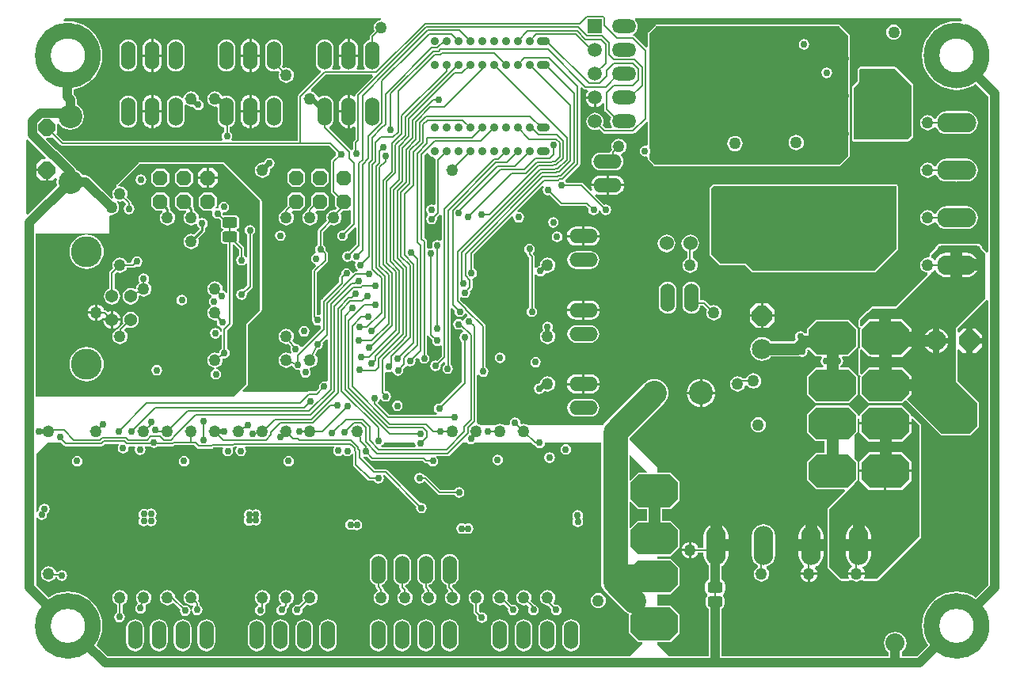
<source format=gbl>
%FSLAX24Y24*%
%MOIN*%
G70*
G01*
G75*
G04 Layer_Physical_Order=4*
G04 Layer_Color=16711680*
%ADD10C,0.0650*%
%ADD11R,0.0402X0.0118*%
G04:AMPARAMS|DCode=12|XSize=105mil|YSize=105mil|CornerRadius=26.3mil|HoleSize=0mil|Usage=FLASHONLY|Rotation=180.000|XOffset=0mil|YOffset=0mil|HoleType=Round|Shape=RoundedRectangle|*
%AMROUNDEDRECTD12*
21,1,0.1050,0.0525,0,0,180.0*
21,1,0.0525,0.1050,0,0,180.0*
1,1,0.0525,-0.0263,0.0263*
1,1,0.0525,0.0263,0.0263*
1,1,0.0525,0.0263,-0.0263*
1,1,0.0525,-0.0263,-0.0263*
%
%ADD12ROUNDEDRECTD12*%
%ADD13C,0.0600*%
G04:AMPARAMS|DCode=14|XSize=50mil|YSize=50mil|CornerRadius=25mil|HoleSize=0mil|Usage=FLASHONLY|Rotation=90.000|XOffset=0mil|YOffset=0mil|HoleType=Round|Shape=RoundedRectangle|*
%AMROUNDEDRECTD14*
21,1,0.0500,0.0000,0,0,90.0*
21,1,0.0000,0.0500,0,0,90.0*
1,1,0.0500,0.0000,0.0000*
1,1,0.0500,0.0000,0.0000*
1,1,0.0500,0.0000,0.0000*
1,1,0.0500,0.0000,0.0000*
%
%ADD14ROUNDEDRECTD14*%
G04:AMPARAMS|DCode=15|XSize=29.1mil|YSize=39.4mil|CornerRadius=5.8mil|HoleSize=0mil|Usage=FLASHONLY|Rotation=90.000|XOffset=0mil|YOffset=0mil|HoleType=Round|Shape=RoundedRectangle|*
%AMROUNDEDRECTD15*
21,1,0.0291,0.0277,0,0,90.0*
21,1,0.0175,0.0394,0,0,90.0*
1,1,0.0117,0.0139,0.0087*
1,1,0.0117,0.0139,-0.0087*
1,1,0.0117,-0.0139,-0.0087*
1,1,0.0117,-0.0139,0.0087*
%
%ADD15ROUNDEDRECTD15*%
G04:AMPARAMS|DCode=16|XSize=29.1mil|YSize=39.4mil|CornerRadius=5.8mil|HoleSize=0mil|Usage=FLASHONLY|Rotation=180.000|XOffset=0mil|YOffset=0mil|HoleType=Round|Shape=RoundedRectangle|*
%AMROUNDEDRECTD16*
21,1,0.0291,0.0277,0,0,180.0*
21,1,0.0175,0.0394,0,0,180.0*
1,1,0.0117,-0.0087,0.0139*
1,1,0.0117,0.0087,0.0139*
1,1,0.0117,0.0087,-0.0139*
1,1,0.0117,-0.0087,-0.0139*
%
%ADD16ROUNDEDRECTD16*%
%ADD17R,0.1673X0.0465*%
G04:AMPARAMS|DCode=18|XSize=22mil|YSize=24mil|CornerRadius=4.4mil|HoleSize=0mil|Usage=FLASHONLY|Rotation=180.000|XOffset=0mil|YOffset=0mil|HoleType=Round|Shape=RoundedRectangle|*
%AMROUNDEDRECTD18*
21,1,0.0220,0.0152,0,0,180.0*
21,1,0.0132,0.0240,0,0,180.0*
1,1,0.0088,-0.0066,0.0076*
1,1,0.0088,0.0066,0.0076*
1,1,0.0088,0.0066,-0.0076*
1,1,0.0088,-0.0066,-0.0076*
%
%ADD18ROUNDEDRECTD18*%
G04:AMPARAMS|DCode=19|XSize=22mil|YSize=24mil|CornerRadius=4.4mil|HoleSize=0mil|Usage=FLASHONLY|Rotation=90.000|XOffset=0mil|YOffset=0mil|HoleType=Round|Shape=RoundedRectangle|*
%AMROUNDEDRECTD19*
21,1,0.0220,0.0152,0,0,90.0*
21,1,0.0132,0.0240,0,0,90.0*
1,1,0.0088,0.0076,0.0066*
1,1,0.0088,0.0076,-0.0066*
1,1,0.0088,-0.0076,-0.0066*
1,1,0.0088,-0.0076,0.0066*
%
%ADD19ROUNDEDRECTD19*%
G04:AMPARAMS|DCode=20|XSize=52mil|YSize=60mil|CornerRadius=13mil|HoleSize=0mil|Usage=FLASHONLY|Rotation=0.000|XOffset=0mil|YOffset=0mil|HoleType=Round|Shape=RoundedRectangle|*
%AMROUNDEDRECTD20*
21,1,0.0520,0.0340,0,0,0.0*
21,1,0.0260,0.0600,0,0,0.0*
1,1,0.0260,0.0130,-0.0170*
1,1,0.0260,-0.0130,-0.0170*
1,1,0.0260,-0.0130,0.0170*
1,1,0.0260,0.0130,0.0170*
%
%ADD20ROUNDEDRECTD20*%
G04:AMPARAMS|DCode=21|XSize=52mil|YSize=60mil|CornerRadius=13mil|HoleSize=0mil|Usage=FLASHONLY|Rotation=270.000|XOffset=0mil|YOffset=0mil|HoleType=Round|Shape=RoundedRectangle|*
%AMROUNDEDRECTD21*
21,1,0.0520,0.0340,0,0,270.0*
21,1,0.0260,0.0600,0,0,270.0*
1,1,0.0260,-0.0170,-0.0130*
1,1,0.0260,-0.0170,0.0130*
1,1,0.0260,0.0170,0.0130*
1,1,0.0260,0.0170,-0.0130*
%
%ADD21ROUNDEDRECTD21*%
%ADD22R,0.0433X0.0669*%
%ADD23R,0.0200X0.0260*%
%ADD24R,0.0543X0.0709*%
G04:AMPARAMS|DCode=25|XSize=63mil|YSize=71mil|CornerRadius=15.8mil|HoleSize=0mil|Usage=FLASHONLY|Rotation=270.000|XOffset=0mil|YOffset=0mil|HoleType=Round|Shape=RoundedRectangle|*
%AMROUNDEDRECTD25*
21,1,0.0630,0.0395,0,0,270.0*
21,1,0.0315,0.0710,0,0,270.0*
1,1,0.0315,-0.0198,-0.0158*
1,1,0.0315,-0.0198,0.0158*
1,1,0.0315,0.0198,0.0158*
1,1,0.0315,0.0198,-0.0158*
%
%ADD25ROUNDEDRECTD25*%
%ADD26R,0.0500X0.0150*%
%ADD27R,0.0790X0.0790*%
%ADD28R,0.0790X0.0790*%
%ADD29R,0.0280X0.0200*%
%ADD30R,0.0200X0.0280*%
%ADD31R,0.0360X0.0320*%
%ADD32R,0.1260X0.0630*%
%ADD33R,0.0240X0.0240*%
%ADD34R,0.0354X0.1299*%
%ADD35R,0.0420X0.0520*%
%ADD36R,0.0480X0.0480*%
%ADD37R,0.0480X0.0480*%
G04:AMPARAMS|DCode=38|XSize=40mil|YSize=40mil|CornerRadius=20mil|HoleSize=0mil|Usage=FLASHONLY|Rotation=0.000|XOffset=0mil|YOffset=0mil|HoleType=Round|Shape=RoundedRectangle|*
%AMROUNDEDRECTD38*
21,1,0.0400,0.0000,0,0,0.0*
21,1,0.0000,0.0400,0,0,0.0*
1,1,0.0400,0.0000,0.0000*
1,1,0.0400,0.0000,0.0000*
1,1,0.0400,0.0000,0.0000*
1,1,0.0400,0.0000,0.0000*
%
%ADD38ROUNDEDRECTD38*%
%ADD39R,0.0236X0.1319*%
%ADD40R,0.1370X0.1370*%
G04:AMPARAMS|DCode=41|XSize=11mil|YSize=31.5mil|CornerRadius=4.4mil|HoleSize=0mil|Usage=FLASHONLY|Rotation=0.000|XOffset=0mil|YOffset=0mil|HoleType=Round|Shape=RoundedRectangle|*
%AMROUNDEDRECTD41*
21,1,0.0110,0.0227,0,0,0.0*
21,1,0.0022,0.0315,0,0,0.0*
1,1,0.0088,0.0011,-0.0113*
1,1,0.0088,-0.0011,-0.0113*
1,1,0.0088,-0.0011,0.0113*
1,1,0.0088,0.0011,0.0113*
%
%ADD41ROUNDEDRECTD41*%
G04:AMPARAMS|DCode=42|XSize=11mil|YSize=31.5mil|CornerRadius=4.4mil|HoleSize=0mil|Usage=FLASHONLY|Rotation=270.000|XOffset=0mil|YOffset=0mil|HoleType=Round|Shape=RoundedRectangle|*
%AMROUNDEDRECTD42*
21,1,0.0110,0.0227,0,0,270.0*
21,1,0.0022,0.0315,0,0,270.0*
1,1,0.0088,-0.0113,-0.0011*
1,1,0.0088,-0.0113,0.0011*
1,1,0.0088,0.0113,0.0011*
1,1,0.0088,0.0113,-0.0011*
%
%ADD42ROUNDEDRECTD42*%
%ADD43R,0.1370X0.1370*%
%ADD44R,0.0120X0.0600*%
%ADD45R,0.0600X0.0120*%
%ADD46R,0.1970X0.1700*%
%ADD47R,0.0280X0.0560*%
%ADD48C,0.0080*%
%ADD49C,0.0200*%
%ADD50C,0.0240*%
%ADD51C,0.0070*%
%ADD52C,0.0100*%
%ADD53C,0.0500*%
%ADD54C,0.0400*%
%ADD55C,0.0120*%
%ADD56C,0.0160*%
%ADD57C,0.0250*%
%ADD58C,0.0600*%
%ADD59C,0.0320*%
%ADD60R,0.0551X0.0472*%
%ADD61R,0.1929X0.1457*%
%ADD62R,0.1575X0.0984*%
%ADD63R,0.1299X0.1063*%
%ADD64C,0.0800*%
%ADD65P,0.0671X8X22.5*%
G04:AMPARAMS|DCode=66|XSize=140mil|YSize=200mil|CornerRadius=0mil|HoleSize=0mil|Usage=FLASHONLY|Rotation=90.000|XOffset=0mil|YOffset=0mil|HoleType=Round|Shape=Octagon|*
%AMOCTAGOND66*
4,1,8,-0.1000,-0.0350,-0.1000,0.0350,-0.0650,0.0700,0.0650,0.0700,0.1000,0.0350,0.1000,-0.0350,0.0650,-0.0700,-0.0650,-0.0700,-0.1000,-0.0350,0.0*
%
%ADD66OCTAGOND66*%

G04:AMPARAMS|DCode=67|XSize=133.9mil|YSize=200mil|CornerRadius=0mil|HoleSize=0mil|Usage=FLASHONLY|Rotation=90.000|XOffset=0mil|YOffset=0mil|HoleType=Round|Shape=Octagon|*
%AMOCTAGOND67*
4,1,8,-0.1000,-0.0335,-0.1000,0.0335,-0.0665,0.0669,0.0665,0.0669,0.1000,0.0335,0.1000,-0.0335,0.0665,-0.0669,-0.0665,-0.0669,-0.1000,-0.0335,0.0*
%
%ADD67OCTAGOND67*%

%ADD68C,0.0840*%
%ADD69P,0.0909X8X22.5*%
%ADD70P,0.0909X8X112.5*%
%ADD71O,0.0825X0.1650*%
%ADD72O,0.1650X0.0825*%
%ADD73O,0.0600X0.1200*%
%ADD74C,0.1000*%
%ADD75C,0.0540*%
%ADD76C,0.1305*%
%ADD77R,0.0591X0.0591*%
%ADD78O,0.1024X0.0591*%
%ADD79C,0.0591*%
%ADD80O,0.1200X0.0600*%
%ADD81P,0.0758X8X292.5*%
%ADD82C,0.0360*%
%ADD83O,0.0540X0.0360*%
%ADD84C,0.0300*%
%ADD85C,0.0500*%
%ADD86C,0.0320*%
%ADD87C,0.0400*%
%ADD88C,0.1421*%
%ADD89C,0.0390*%
%ADD90C,0.0640*%
G04:AMPARAMS|DCode=91|XSize=98mil|YSize=98mil|CornerRadius=0mil|HoleSize=0mil|Usage=FLASHONLY|Rotation=0.000|XOffset=0mil|YOffset=0mil|HoleType=Round|Shape=Relief|Width=10mil|Gap=10mil|Entries=4|*
%AMTHD91*
7,0,0,0.0980,0.0780,0.0100,45*
%
%ADD91THD91*%
%ADD92C,0.0620*%
%ADD93C,0.1240*%
G04:AMPARAMS|DCode=94|XSize=100mil|YSize=100mil|CornerRadius=0mil|HoleSize=0mil|Usage=FLASHONLY|Rotation=0.000|XOffset=0mil|YOffset=0mil|HoleType=Round|Shape=Relief|Width=10mil|Gap=10mil|Entries=4|*
%AMTHD94*
7,0,0,0.1000,0.0800,0.0100,45*
%
%ADD94THD94*%
G04:AMPARAMS|DCode=95|XSize=115mil|YSize=115mil|CornerRadius=0mil|HoleSize=0mil|Usage=FLASHONLY|Rotation=0.000|XOffset=0mil|YOffset=0mil|HoleType=Round|Shape=Relief|Width=10mil|Gap=10mil|Entries=4|*
%AMTHD95*
7,0,0,0.1150,0.0950,0.0100,45*
%
%ADD95THD95*%
%ADD96C,0.0790*%
%ADD97C,0.1110*%
%ADD98C,0.0594*%
G04:AMPARAMS|DCode=99|XSize=95.433mil|YSize=95.433mil|CornerRadius=0mil|HoleSize=0mil|Usage=FLASHONLY|Rotation=0.000|XOffset=0mil|YOffset=0mil|HoleType=Round|Shape=Relief|Width=10mil|Gap=10mil|Entries=4|*
%AMTHD99*
7,0,0,0.0954,0.0754,0.0100,45*
%
%ADD99THD99*%
%ADD100C,0.0830*%
%ADD101C,0.0460*%
G04:AMPARAMS|DCode=102|XSize=82mil|YSize=82mil|CornerRadius=0mil|HoleSize=0mil|Usage=FLASHONLY|Rotation=0.000|XOffset=0mil|YOffset=0mil|HoleType=Round|Shape=Relief|Width=10mil|Gap=10mil|Entries=4|*
%AMTHD102*
7,0,0,0.0820,0.0620,0.0100,45*
%
%ADD102THD102*%
%ADD103C,0.0520*%
%ADD104C,0.1400*%
%ADD105C,0.1300*%
%ADD106C,0.1040*%
%ADD107C,0.0800*%
%ADD108R,0.3622X0.4331*%
%ADD109R,0.3583X0.4284*%
%ADD110R,0.3425X0.4284*%
%ADD111R,0.4094X0.4331*%
G04:AMPARAMS|DCode=112|XSize=50mil|YSize=50mil|CornerRadius=25mil|HoleSize=0mil|Usage=FLASHONLY|Rotation=180.000|XOffset=0mil|YOffset=0mil|HoleType=Round|Shape=RoundedRectangle|*
%AMROUNDEDRECTD112*
21,1,0.0500,0.0000,0,0,180.0*
21,1,0.0000,0.0500,0,0,180.0*
1,1,0.0500,0.0000,0.0000*
1,1,0.0500,0.0000,0.0000*
1,1,0.0500,0.0000,0.0000*
1,1,0.0500,0.0000,0.0000*
%
%ADD112ROUNDEDRECTD112*%
G04:AMPARAMS|DCode=113|XSize=46mil|YSize=63mil|CornerRadius=11.5mil|HoleSize=0mil|Usage=FLASHONLY|Rotation=90.000|XOffset=0mil|YOffset=0mil|HoleType=Round|Shape=RoundedRectangle|*
%AMROUNDEDRECTD113*
21,1,0.0460,0.0400,0,0,90.0*
21,1,0.0230,0.0630,0,0,90.0*
1,1,0.0230,0.0200,0.0115*
1,1,0.0230,0.0200,-0.0115*
1,1,0.0230,-0.0200,-0.0115*
1,1,0.0230,-0.0200,0.0115*
%
%ADD113ROUNDEDRECTD113*%
G36*
X26429Y19489D02*
X26429Y19488D01*
X26446Y19402D01*
X26458Y19384D01*
X26435Y19340D01*
X25015D01*
X25000Y19388D01*
X25061Y19429D01*
X25110Y19502D01*
X25115Y19528D01*
X26398D01*
X26429Y19489D01*
D02*
G37*
G36*
X19902Y29705D02*
Y25108D01*
X19331Y24537D01*
Y21998D01*
X18799Y21467D01*
X10452D01*
Y28346D01*
X13563D01*
Y29079D01*
X13601Y29112D01*
X13642Y29106D01*
X13725Y29117D01*
X13803Y29150D01*
X13870Y29201D01*
X13921Y29268D01*
X13953Y29346D01*
X13964Y29429D01*
X13953Y29513D01*
X13921Y29591D01*
X13872Y29654D01*
X13903Y29694D01*
X13916Y29688D01*
X14000Y29677D01*
X14084Y29688D01*
X14133Y29709D01*
X14248Y29593D01*
X14243Y29543D01*
X14221Y29529D01*
X14173Y29456D01*
X14156Y29370D01*
X14173Y29284D01*
X14221Y29211D01*
X14294Y29163D01*
X14380Y29146D01*
X14466Y29163D01*
X14539Y29211D01*
X14587Y29284D01*
X14604Y29370D01*
X14587Y29456D01*
X14539Y29529D01*
X14492Y29560D01*
Y29620D01*
X14492Y29620D01*
X14484Y29663D01*
X14459Y29699D01*
X14459Y29699D01*
X14291Y29867D01*
X14312Y29916D01*
X14323Y30000D01*
X14312Y30084D01*
X14280Y30161D01*
X14228Y30228D01*
X14161Y30280D01*
X14084Y30312D01*
X14000Y30323D01*
X13957Y30317D01*
X13935Y30362D01*
X14823Y31250D01*
X18356D01*
X19902Y29705D01*
D02*
G37*
G36*
X35811Y16715D02*
X36173D01*
Y16224D01*
X35796D01*
X35489Y15918D01*
X35443Y15937D01*
Y17018D01*
X35489Y17037D01*
X35811Y16715D01*
D02*
G37*
G36*
X24992Y37322D02*
X24916Y37312D01*
X24839Y37280D01*
X24772Y37228D01*
X24720Y37161D01*
X24688Y37084D01*
X24677Y37000D01*
X24688Y36916D01*
X24709Y36867D01*
X24543Y36701D01*
X24518Y36665D01*
X24510Y36622D01*
X24510Y36622D01*
Y36481D01*
X24435Y36450D01*
X24358Y36391D01*
X24299Y36313D01*
X24262Y36223D01*
X24249Y36127D01*
Y35527D01*
X24262Y35430D01*
X24299Y35340D01*
X24329Y35301D01*
X24294Y35229D01*
X23988D01*
X23953Y35301D01*
X23971Y35325D01*
X24012Y35422D01*
X24025Y35527D01*
Y35777D01*
X23219D01*
Y35527D01*
X23232Y35422D01*
X23273Y35325D01*
X23291Y35301D01*
X23256Y35229D01*
X22950D01*
X22915Y35301D01*
X22945Y35340D01*
X22983Y35430D01*
X22995Y35527D01*
Y36127D01*
X22983Y36223D01*
X22945Y36313D01*
X22886Y36391D01*
X22809Y36450D01*
X22719Y36487D01*
X22622Y36500D01*
X22525Y36487D01*
X22435Y36450D01*
X22358Y36391D01*
X22299Y36313D01*
X22262Y36223D01*
X22249Y36127D01*
Y35527D01*
X22262Y35430D01*
X22299Y35340D01*
X22358Y35263D01*
X22435Y35204D01*
X22450Y35198D01*
X22466Y35119D01*
X21524Y34178D01*
X21501Y34143D01*
X21493Y34102D01*
Y32238D01*
X18718D01*
X18680Y32309D01*
X18711Y32355D01*
X18728Y32441D01*
X18711Y32527D01*
X18663Y32600D01*
X18616Y32631D01*
Y32817D01*
X18675Y32841D01*
X18752Y32901D01*
X18811Y32978D01*
X18849Y33068D01*
X18861Y33165D01*
Y33765D01*
X18849Y33861D01*
X18811Y33951D01*
X18752Y34028D01*
X18675Y34088D01*
X18585Y34125D01*
X18488Y34138D01*
X18392Y34125D01*
X18309Y34091D01*
X18280Y34161D01*
X18228Y34228D01*
X18161Y34280D01*
X18084Y34312D01*
X18000Y34323D01*
X17916Y34312D01*
X17839Y34280D01*
X17772Y34228D01*
X17720Y34161D01*
X17688Y34084D01*
X17677Y34000D01*
X17688Y33916D01*
X17720Y33839D01*
X17772Y33772D01*
X17839Y33720D01*
X17916Y33688D01*
X18000Y33677D01*
X18055Y33684D01*
X18115Y33632D01*
Y33165D01*
X18128Y33068D01*
X18165Y32978D01*
X18224Y32901D01*
X18302Y32841D01*
X18392Y32804D01*
X18392Y32804D01*
Y32631D01*
X18345Y32600D01*
X18297Y32527D01*
X18280Y32441D01*
X18297Y32355D01*
X18328Y32309D01*
X18290Y32238D01*
X11628D01*
X11322Y32544D01*
X11347Y32570D01*
Y32939D01*
X11423Y32965D01*
X11501Y32863D01*
X11620Y32772D01*
X11759Y32714D01*
X11907Y32695D01*
X12056Y32714D01*
X12195Y32772D01*
X12314Y32863D01*
X12405Y32982D01*
X12463Y33121D01*
X12482Y33270D01*
X12463Y33419D01*
X12405Y33557D01*
X12314Y33676D01*
X12195Y33768D01*
X12180Y33774D01*
Y33949D01*
X12170Y34019D01*
X12143Y34085D01*
X12100Y34142D01*
X12044Y34197D01*
Y34397D01*
X12259Y34448D01*
X12469Y34535D01*
X12663Y34654D01*
X12836Y34802D01*
X12984Y34975D01*
X13102Y35169D01*
X13189Y35379D01*
X13242Y35600D01*
X13260Y35827D01*
X13242Y36053D01*
X13189Y36275D01*
X13102Y36485D01*
X12984Y36679D01*
X12836Y36852D01*
X12663Y36999D01*
X12469Y37118D01*
X12259Y37205D01*
X12038Y37258D01*
X11811Y37276D01*
X11640Y37263D01*
X11607Y37335D01*
X11673Y37402D01*
X24987D01*
X24992Y37322D01*
D02*
G37*
G36*
X34257Y13654D02*
X34269Y13538D01*
X34302Y13427D01*
X34357Y13325D01*
X34431Y13235D01*
X35211Y12455D01*
X35301Y12381D01*
X35403Y12326D01*
X35417Y12322D01*
X35429Y12273D01*
X35426Y12270D01*
Y11500D01*
X35811Y11115D01*
X35971D01*
X35990Y11069D01*
X35443Y10522D01*
X13486D01*
X13008Y10999D01*
X13102Y11153D01*
X13189Y11363D01*
X13242Y11584D01*
X13260Y11811D01*
X13242Y12038D01*
X13189Y12259D01*
X13102Y12469D01*
X12984Y12663D01*
X12836Y12836D01*
X12663Y12984D01*
X12469Y13102D01*
X12259Y13189D01*
X12038Y13242D01*
X11811Y13260D01*
X11584Y13242D01*
X11363Y13189D01*
X11153Y13102D01*
X10999Y13008D01*
X10472Y13535D01*
Y16367D01*
X10520Y16382D01*
X10550Y16337D01*
X10623Y16289D01*
X10709Y16272D01*
X10795Y16289D01*
X10867Y16337D01*
X10916Y16410D01*
X10933Y16496D01*
X10925Y16534D01*
X10985Y16574D01*
X11034Y16646D01*
X11051Y16732D01*
X11034Y16818D01*
X10985Y16891D01*
X10913Y16940D01*
X10827Y16957D01*
X10741Y16940D01*
X10668Y16891D01*
X10620Y16818D01*
X10602Y16732D01*
X10610Y16695D01*
X10550Y16655D01*
X10520Y16610D01*
X10472Y16625D01*
Y19055D01*
X10945Y19528D01*
X11491D01*
X11500Y19526D01*
X11509Y19528D01*
X11514D01*
X11631Y19411D01*
X11631Y19411D01*
X11667Y19386D01*
X11710Y19378D01*
X11710Y19378D01*
X13211D01*
X13211Y19378D01*
X13254Y19386D01*
X13291Y19411D01*
X13358Y19478D01*
X13941D01*
X13964Y19434D01*
X13927Y19377D01*
X13910Y19291D01*
X13927Y19205D01*
X13975Y19133D01*
X14048Y19084D01*
X14134Y19067D01*
X14220Y19084D01*
X14292Y19133D01*
X14341Y19205D01*
X14358Y19291D01*
X14349Y19339D01*
X14380Y19378D01*
X14631D01*
X14655Y19334D01*
X14643Y19316D01*
X14626Y19230D01*
X14643Y19144D01*
X14691Y19071D01*
X14764Y19023D01*
X14850Y19006D01*
X14936Y19023D01*
X15009Y19071D01*
X15057Y19144D01*
X15074Y19230D01*
X15057Y19316D01*
X15045Y19334D01*
X15069Y19378D01*
X15267D01*
X15271Y19371D01*
X15344Y19323D01*
X15430Y19306D01*
X15516Y19323D01*
X15589Y19371D01*
X15593Y19378D01*
X16211D01*
X16211Y19378D01*
X16254Y19386D01*
X16291Y19411D01*
X16295Y19415D01*
X16990D01*
X16990Y19415D01*
X16990Y19415D01*
X17126D01*
X17241Y19301D01*
X17241Y19301D01*
X17277Y19276D01*
X17320Y19268D01*
X17320Y19268D01*
X17851D01*
X17851Y19268D01*
X17894Y19276D01*
X17930Y19301D01*
X17961Y19332D01*
X18332D01*
X18355Y19288D01*
X18336Y19259D01*
X18319Y19173D01*
X18336Y19087D01*
X18385Y19015D01*
X18457Y18966D01*
X18543Y18949D01*
X18629Y18966D01*
X18702Y19015D01*
X18751Y19087D01*
X18768Y19173D01*
X18751Y19259D01*
X18740Y19275D01*
X18740Y19309D01*
X18751Y19334D01*
X18783Y19340D01*
X18818Y19363D01*
X18904D01*
X18928Y19319D01*
X18887Y19259D01*
X18870Y19173D01*
X18887Y19087D01*
X18936Y19015D01*
X19009Y18966D01*
X19094Y18949D01*
X19180Y18966D01*
X19253Y19015D01*
X19302Y19087D01*
X19319Y19173D01*
X19302Y19259D01*
X19261Y19319D01*
X19285Y19363D01*
X21591D01*
X21617Y19369D01*
X23005D01*
X23029Y19324D01*
X22992Y19269D01*
X22975Y19183D01*
X22992Y19097D01*
X23040Y19024D01*
X23113Y18976D01*
X23199Y18959D01*
X23285Y18976D01*
X23357Y19024D01*
X23362Y19032D01*
X23412D01*
X23424Y19015D01*
X23497Y18966D01*
X23583Y18949D01*
X23669Y18966D01*
X23741Y19015D01*
X23774Y19064D01*
X23822Y19049D01*
Y18606D01*
X23822Y18606D01*
X23830Y18563D01*
X23855Y18527D01*
X24429Y17952D01*
X24429Y17952D01*
X24466Y17928D01*
X24509Y17919D01*
X24692D01*
X24723Y17873D01*
X24796Y17824D01*
X24882Y17807D01*
X24968Y17824D01*
X25041Y17873D01*
X25089Y17946D01*
X25106Y18032D01*
X25089Y18117D01*
X25076Y18137D01*
X25089Y18160D01*
X25138Y18168D01*
X26479Y16826D01*
X26469Y16772D01*
X26486Y16686D01*
X26534Y16613D01*
X26607Y16564D01*
X26693Y16547D01*
X26779Y16564D01*
X26852Y16613D01*
X26900Y16686D01*
X26917Y16772D01*
X26900Y16857D01*
X26852Y16930D01*
X26779Y16979D01*
X26693Y16996D01*
X26638Y16985D01*
X25251Y18372D01*
X25214Y18397D01*
X25171Y18405D01*
X25171Y18405D01*
X24733D01*
X24237Y18902D01*
X24264Y18943D01*
X24350Y18926D01*
X24405Y18937D01*
X24543Y18798D01*
X24543Y18798D01*
X24580Y18774D01*
X24622Y18765D01*
X26744D01*
X26810Y18699D01*
X26847Y18675D01*
X26890Y18666D01*
X26890Y18666D01*
X26968D01*
X26968Y18664D01*
X27017Y18591D01*
X27089Y18543D01*
X27175Y18526D01*
X27261Y18543D01*
X27334Y18591D01*
X27382Y18664D01*
X27400Y18750D01*
X27382Y18836D01*
X27334Y18909D01*
X27319Y18918D01*
X27334Y18966D01*
X27799D01*
X27799Y18966D01*
X27842Y18975D01*
X27879Y18999D01*
X28407Y19528D01*
X28622D01*
X28624Y19524D01*
X28697Y19476D01*
X28783Y19458D01*
X28869Y19476D01*
X28941Y19524D01*
X28944Y19528D01*
X31321D01*
X31407Y19442D01*
X31441Y19419D01*
X31469Y19413D01*
X31505Y19359D01*
X31578Y19310D01*
X31663Y19293D01*
X31749Y19310D01*
X31822Y19359D01*
X31871Y19432D01*
X31888Y19518D01*
X31896Y19528D01*
X34257D01*
Y13654D01*
D02*
G37*
G36*
X44650Y36670D02*
Y31610D01*
X44280Y31240D01*
X36520D01*
X36290Y31470D01*
Y31688D01*
X36307Y31714D01*
X36324Y31800D01*
X36307Y31886D01*
X36290Y31912D01*
Y36760D01*
X36590Y37060D01*
X44260D01*
X44650Y36670D01*
D02*
G37*
G36*
X10891Y31524D02*
X10861Y31450D01*
X10702D01*
X10477Y31225D01*
Y31050D01*
X10927D01*
Y31000D01*
X10977D01*
Y30550D01*
X11152D01*
X11278Y30675D01*
X11350Y30640D01*
X11332Y30510D01*
X11352Y30361D01*
X11358Y30346D01*
X10133Y29120D01*
X10059Y29151D01*
Y32252D01*
X10133Y32282D01*
X10891Y31524D01*
D02*
G37*
G36*
X23729Y29309D02*
Y28760D01*
X23421Y28452D01*
X23366Y28463D01*
X23280Y28445D01*
X23208Y28397D01*
X23159Y28324D01*
X23142Y28238D01*
X23159Y28152D01*
X23208Y28080D01*
X23280Y28031D01*
X23366Y28014D01*
X23452Y28031D01*
X23525Y28080D01*
X23573Y28152D01*
X23590Y28238D01*
X23580Y28293D01*
X23876Y28589D01*
X23950Y28559D01*
Y27888D01*
X23637Y27576D01*
X23583Y27586D01*
X23497Y27569D01*
X23424Y27521D01*
X23375Y27448D01*
X23358Y27362D01*
X23375Y27276D01*
X23424Y27204D01*
X23497Y27155D01*
X23583Y27138D01*
X23668Y27155D01*
X23741Y27204D01*
X23793D01*
X23794Y27201D01*
X23867Y27153D01*
X23881Y27150D01*
X23908Y27085D01*
X23891Y26999D01*
X23908Y26914D01*
X23957Y26841D01*
X24013Y26803D01*
X23990Y26726D01*
X23932D01*
X23932Y26726D01*
X23889Y26718D01*
X23853Y26693D01*
X23835Y26676D01*
X23758Y26699D01*
X23751Y26739D01*
X23702Y26812D01*
X23629Y26861D01*
X23543Y26878D01*
X23457Y26861D01*
X23385Y26812D01*
X23336Y26739D01*
X23319Y26653D01*
X23323Y26632D01*
X23262Y26570D01*
X23238Y26534D01*
X23229Y26491D01*
X23229Y26491D01*
Y26282D01*
X22495Y25548D01*
X22470Y25511D01*
X22462Y25468D01*
X22462Y25468D01*
Y24927D01*
X22400Y24893D01*
X22314Y24911D01*
X22299Y24923D01*
Y26706D01*
X22717Y27124D01*
X22717Y27124D01*
X22741Y27160D01*
X22750Y27203D01*
Y27480D01*
X22750Y27480D01*
X22741Y27523D01*
X22717Y27560D01*
X22654Y27622D01*
X22665Y27677D01*
X22648Y27763D01*
X22600Y27836D01*
X22553Y27867D01*
Y28394D01*
X22867Y28709D01*
X22916Y28688D01*
X23000Y28677D01*
X23084Y28688D01*
X23161Y28720D01*
X23228Y28772D01*
X23280Y28839D01*
X23312Y28916D01*
X23323Y29000D01*
X23312Y29084D01*
X23280Y29161D01*
X23267Y29178D01*
X23384Y29296D01*
X23611D01*
X23655Y29340D01*
X23729Y29309D01*
D02*
G37*
G36*
X50433Y27480D02*
Y25607D01*
X49173Y24347D01*
Y23365D01*
Y23142D01*
Y22096D01*
X49862Y21407D01*
X50089Y21181D01*
Y20217D01*
X49783Y19911D01*
X48593D01*
X47134Y21370D01*
X47320Y21557D01*
Y21692D01*
X46220D01*
Y21942D01*
X45970D01*
Y22711D01*
X45505D01*
X45204Y22410D01*
X45157Y22429D01*
Y23439D01*
X45204Y23459D01*
X45520Y23142D01*
X45970D01*
Y23942D01*
Y24742D01*
X45520D01*
X45204Y24425D01*
X45157Y24444D01*
Y24675D01*
Y24685D01*
X45472Y25000D01*
X45482D01*
X45659Y25177D01*
X46673D01*
X48150Y26654D01*
Y26683D01*
X48177Y26694D01*
X48250Y26750D01*
X48282Y26792D01*
X48331Y26786D01*
X48350Y26742D01*
X48432Y26634D01*
X48539Y26552D01*
X48664Y26501D01*
X48797Y26483D01*
X48960D01*
Y27000D01*
Y27517D01*
X48797D01*
X48664Y27499D01*
X48539Y27448D01*
X48432Y27366D01*
X48350Y27258D01*
X48331Y27214D01*
X48282Y27208D01*
X48250Y27250D01*
X48177Y27306D01*
X48150Y27317D01*
Y27441D01*
X48543Y27835D01*
X50079D01*
X50433Y27480D01*
D02*
G37*
G36*
X36187Y18301D02*
X36168Y18255D01*
X35811D01*
X35489Y17933D01*
X35443Y17952D01*
Y18980D01*
X35489Y18999D01*
X36187Y18301D01*
D02*
G37*
G36*
X49438Y37334D02*
X49405Y37261D01*
X49213Y37276D01*
X48986Y37258D01*
X48765Y37205D01*
X48555Y37118D01*
X48361Y36999D01*
X48188Y36852D01*
X48040Y36679D01*
X47921Y36485D01*
X47834Y36275D01*
X47781Y36053D01*
X47763Y35827D01*
X47781Y35600D01*
X47834Y35379D01*
X47921Y35169D01*
X48040Y34975D01*
X48188Y34802D01*
X48361Y34654D01*
X48555Y34535D01*
X48765Y34448D01*
X48986Y34395D01*
X49213Y34378D01*
X49439Y34395D01*
X49660Y34448D01*
X49871Y34535D01*
X50024Y34630D01*
X50551Y34103D01*
Y27576D01*
X50518Y27554D01*
X50477Y27537D01*
X50295Y27720D01*
X50286Y27763D01*
X50237Y27836D01*
X50165Y27884D01*
X50116Y27894D01*
X50106Y27901D01*
X50079Y27906D01*
X48543D01*
X48516Y27901D01*
X48506Y27894D01*
X48457Y27884D01*
X48385Y27836D01*
X48336Y27763D01*
X48327Y27720D01*
X48099Y27491D01*
X48084Y27468D01*
X48078Y27441D01*
Y27373D01*
X48018Y27320D01*
X48000Y27323D01*
X47916Y27312D01*
X47839Y27280D01*
X47772Y27228D01*
X47720Y27161D01*
X47688Y27084D01*
X47677Y27000D01*
X47688Y26916D01*
X47720Y26839D01*
X47772Y26772D01*
X47839Y26720D01*
X47916Y26688D01*
X47974Y26681D01*
X48000Y26605D01*
X46644Y25249D01*
X45659D01*
X45632Y25243D01*
X45609Y25228D01*
X45448Y25066D01*
X45445Y25066D01*
X45422Y25050D01*
X45107Y24736D01*
X45092Y24712D01*
X45086Y24685D01*
Y24675D01*
Y24444D01*
X45092Y24417D01*
X45107Y24394D01*
X45121Y24384D01*
X45130Y24378D01*
X45176Y24359D01*
D01*
X45150Y24327D01*
D01*
X45150Y24327D01*
X45150Y24327D01*
Y23557D01*
X45150Y23557D01*
X45150Y23557D01*
D01*
X45176Y23524D01*
X45176D01*
X45176Y23524D01*
X45130Y23505D01*
X45121Y23499D01*
X45107Y23490D01*
X45101Y23481D01*
X45092Y23467D01*
X45087Y23444D01*
X45086Y23439D01*
Y22429D01*
X45092Y22401D01*
X45098Y22392D01*
X45107Y22378D01*
X45130Y22363D01*
X45176Y22344D01*
X45176Y22344D01*
X45150Y22311D01*
D01*
X45150Y22311D01*
X45150D01*
Y22311D01*
Y22311D01*
X45150Y22311D01*
Y21572D01*
X45520Y21202D01*
X46921D01*
X46948Y21229D01*
X47057Y21302D01*
X47101D01*
X48542Y19861D01*
X48565Y19845D01*
X48593Y19840D01*
X49783D01*
X49811Y19845D01*
X49834Y19861D01*
X50139Y20166D01*
X50155Y20189D01*
X50160Y20217D01*
Y21181D01*
X50155Y21208D01*
X50139Y21232D01*
X49913Y21458D01*
X49245Y22126D01*
Y23142D01*
Y23365D01*
Y23445D01*
X49319Y23476D01*
X49495Y23299D01*
X49635D01*
Y23819D01*
Y24339D01*
X49495D01*
X49319Y24162D01*
X49245Y24193D01*
Y24318D01*
X50477Y25550D01*
X50518Y25533D01*
X50551Y25511D01*
Y13535D01*
X50024Y13008D01*
X49871Y13102D01*
X49660Y13189D01*
X49439Y13242D01*
X49213Y13260D01*
X48986Y13242D01*
X48765Y13189D01*
X48555Y13102D01*
X48361Y12984D01*
X48188Y12836D01*
X48040Y12663D01*
X47921Y12469D01*
X47834Y12259D01*
X47781Y12038D01*
X47763Y11811D01*
X47781Y11584D01*
X47834Y11363D01*
X47921Y11153D01*
X48016Y10999D01*
X47538Y10522D01*
X46906D01*
Y10699D01*
X46969Y10747D01*
X47044Y10846D01*
X47092Y10960D01*
X47108Y11083D01*
X47092Y11205D01*
X47044Y11320D01*
X46969Y11418D01*
X46871Y11493D01*
X46757Y11541D01*
X46634Y11557D01*
X46511Y11541D01*
X46397Y11493D01*
X46299Y11418D01*
X46223Y11320D01*
X46176Y11205D01*
X46160Y11083D01*
X46176Y10960D01*
X46223Y10846D01*
X46299Y10747D01*
X46362Y10699D01*
Y10522D01*
X39327D01*
Y12541D01*
X39388Y12582D01*
X39429Y12643D01*
X39444Y12715D01*
Y12945D01*
X39429Y13017D01*
X39389Y13078D01*
X39404Y13156D01*
X39410Y13160D01*
X39458Y13231D01*
X39474Y13315D01*
Y13545D01*
X39458Y13629D01*
X39410Y13700D01*
X39339Y13747D01*
X39327Y13750D01*
Y14329D01*
X39345Y14337D01*
X39452Y14419D01*
X39534Y14526D01*
X39586Y14651D01*
X39604Y14784D01*
Y14947D01*
X39087D01*
Y15197D01*
X38837D01*
Y16061D01*
X38828Y16057D01*
X38721Y15975D01*
X38639Y15868D01*
X38587Y15743D01*
X38570Y15609D01*
Y15112D01*
X38332D01*
X38306Y15177D01*
X38250Y15250D01*
X38177Y15306D01*
X38091Y15341D01*
X38050Y15346D01*
Y15000D01*
Y14654D01*
X38091Y14659D01*
X38177Y14694D01*
X38250Y14750D01*
X38306Y14823D01*
X38332Y14888D01*
X38570D01*
Y14784D01*
X38587Y14651D01*
X38639Y14526D01*
X38721Y14419D01*
X38783Y14371D01*
Y13750D01*
X38771Y13747D01*
X38700Y13700D01*
X38653Y13629D01*
X38636Y13545D01*
Y13315D01*
X38653Y13231D01*
X38700Y13160D01*
X38706Y13156D01*
X38721Y13078D01*
X38681Y13017D01*
X38666Y12945D01*
Y12715D01*
X38681Y12643D01*
X38722Y12582D01*
X38783Y12541D01*
Y10522D01*
X37116D01*
X36614Y11024D01*
Y11115D01*
X37181D01*
X37566Y11500D01*
Y12270D01*
X37181Y12655D01*
X36614D01*
Y13146D01*
X37196D01*
X37566Y13515D01*
Y14255D01*
X37196Y14624D01*
X36614D01*
Y14746D01*
X37196D01*
X37566Y15115D01*
Y15855D01*
X37196Y16224D01*
X36819D01*
Y16715D01*
X37181D01*
X37566Y17100D01*
Y17870D01*
X37181Y18255D01*
X36614D01*
Y18504D01*
X35443Y19675D01*
Y19723D01*
X36915Y21195D01*
X36989Y21285D01*
X37044Y21387D01*
X37078Y21499D01*
X37089Y21614D01*
X37078Y21730D01*
X37044Y21841D01*
X36989Y21944D01*
X36915Y22033D01*
X36825Y22107D01*
X36723Y22162D01*
X36612Y22196D01*
X36496Y22207D01*
X36380Y22196D01*
X36269Y22162D01*
X36167Y22107D01*
X36077Y22033D01*
X34431Y20387D01*
X34357Y20297D01*
X34338Y20261D01*
X31185D01*
X31161Y20280D01*
X31084Y20312D01*
X31000Y20323D01*
X30916Y20312D01*
X30914Y20311D01*
X30853Y20362D01*
X30854Y20370D01*
X30837Y20456D01*
X30789Y20529D01*
X30716Y20577D01*
X30630Y20594D01*
X30544Y20577D01*
X30471Y20529D01*
X30423Y20456D01*
X30406Y20370D01*
X30415Y20323D01*
X30364Y20261D01*
X30185D01*
X30161Y20280D01*
X30084Y20312D01*
X30000Y20323D01*
X29916Y20312D01*
X29839Y20280D01*
X29815Y20261D01*
X29185D01*
X29161Y20280D01*
X29084Y20312D01*
X29059Y20315D01*
X29026Y20388D01*
X29027Y20390D01*
X29036Y20433D01*
X29036Y20433D01*
Y22368D01*
X29112Y22391D01*
X29133Y22361D01*
X29206Y22312D01*
X29291Y22295D01*
X29377Y22312D01*
X29450Y22361D01*
X29499Y22434D01*
X29516Y22520D01*
X29499Y22606D01*
X29450Y22678D01*
X29403Y22709D01*
Y24413D01*
X29403Y24413D01*
X29395Y24456D01*
X29371Y24492D01*
X28666Y25197D01*
X28646Y25226D01*
X28646Y25226D01*
X28494Y25379D01*
X28464Y25398D01*
X28317Y25546D01*
Y25621D01*
X28387Y25659D01*
X28429Y25631D01*
X28515Y25614D01*
X28601Y25631D01*
X28674Y25679D01*
X28722Y25752D01*
X28739Y25838D01*
X28729Y25893D01*
X28804Y25968D01*
X28828Y26004D01*
X28837Y26047D01*
X28837Y26047D01*
Y26362D01*
X28837Y26362D01*
X28833Y26382D01*
X28877Y26448D01*
X28884Y26449D01*
X28956Y26498D01*
X29005Y26571D01*
X29022Y26657D01*
X29005Y26742D01*
X28956Y26815D01*
X28892Y26859D01*
Y27462D01*
X30497Y29068D01*
X30568Y29030D01*
X30565Y29014D01*
X30582Y28928D01*
X30630Y28856D01*
X30703Y28807D01*
X30789Y28790D01*
X30875Y28807D01*
X30948Y28856D01*
X30996Y28928D01*
X31013Y29014D01*
X30996Y29100D01*
X30948Y29173D01*
X30875Y29221D01*
X30789Y29239D01*
X30773Y29235D01*
X30735Y29306D01*
X31782Y30352D01*
X31843Y30301D01*
X31812Y30255D01*
X31795Y30169D01*
X31812Y30083D01*
X31861Y30010D01*
X31933Y29962D01*
X32019Y29944D01*
X32074Y29955D01*
X32503Y29527D01*
X32503Y29527D01*
X32539Y29503D01*
X32582Y29494D01*
X32582Y29494D01*
X33615D01*
X33724Y29386D01*
X33713Y29331D01*
X33730Y29245D01*
X33778Y29172D01*
X33851Y29123D01*
X33937Y29106D01*
X34023Y29123D01*
X34096Y29172D01*
X34144Y29245D01*
X34153Y29288D01*
X34233D01*
X34242Y29245D01*
X34290Y29172D01*
X34363Y29123D01*
X34449Y29106D01*
X34535Y29123D01*
X34607Y29172D01*
X34656Y29245D01*
X34673Y29331D01*
X34656Y29417D01*
X34607Y29489D01*
X34535Y29538D01*
X34449Y29555D01*
X34394Y29544D01*
X33993Y29946D01*
X34037Y30012D01*
X34123Y29976D01*
X34228Y29963D01*
X34478D01*
Y30316D01*
X33831D01*
X33838Y30262D01*
X33874Y30176D01*
X33807Y30131D01*
X33505Y30434D01*
X33468Y30458D01*
X33425Y30466D01*
X33425Y30466D01*
X32788D01*
X32757Y30513D01*
X32749Y30591D01*
X33339Y31181D01*
X33339Y31181D01*
X33364Y31217D01*
X33372Y31260D01*
X33372Y31260D01*
Y34472D01*
X33446Y34503D01*
X33515Y34434D01*
X33549Y34411D01*
X33590Y34403D01*
X33590Y34403D01*
X33664D01*
X33715Y34336D01*
X33717Y34331D01*
X33655Y34249D01*
X33615Y34153D01*
X33608Y34100D01*
X34000D01*
Y34050D01*
X34050D01*
Y33658D01*
X34103Y33665D01*
X34199Y33705D01*
X34282Y33768D01*
X34317Y33814D01*
X34393Y33788D01*
Y33550D01*
X34401Y33509D01*
X34424Y33474D01*
X34676Y33223D01*
X34644Y33145D01*
X34632Y33050D01*
X34644Y32955D01*
X34681Y32866D01*
X34710Y32829D01*
X34674Y32757D01*
X34445D01*
X34324Y32877D01*
X34356Y32955D01*
X34368Y33050D01*
X34356Y33145D01*
X34319Y33234D01*
X34261Y33311D01*
X34184Y33369D01*
X34095Y33406D01*
X34000Y33418D01*
X33905Y33406D01*
X33816Y33369D01*
X33739Y33311D01*
X33681Y33234D01*
X33644Y33145D01*
X33632Y33050D01*
X33644Y32955D01*
X33681Y32866D01*
X33739Y32789D01*
X33816Y32731D01*
X33905Y32694D01*
X34000Y32682D01*
X34095Y32694D01*
X34173Y32726D01*
X34325Y32574D01*
X34325Y32574D01*
X34359Y32551D01*
X34400Y32543D01*
X35599D01*
X35640Y32551D01*
X35675Y32574D01*
X36145Y33044D01*
X36219Y33014D01*
Y32064D01*
X36157Y32013D01*
X36100Y32024D01*
X36014Y32007D01*
X35941Y31959D01*
X35893Y31886D01*
X35876Y31800D01*
X35893Y31714D01*
X35941Y31641D01*
X36014Y31593D01*
X36100Y31576D01*
X36157Y31587D01*
X36219Y31536D01*
Y31470D01*
X36224Y31443D01*
X36240Y31420D01*
X36470Y31190D01*
X36493Y31174D01*
X36520Y31169D01*
X44280D01*
X44307Y31174D01*
X44330Y31190D01*
X44700Y31560D01*
X44716Y31583D01*
X44721Y31610D01*
Y36670D01*
X44716Y36697D01*
X44700Y36720D01*
X44310Y37110D01*
X44287Y37126D01*
X44260Y37131D01*
X36590D01*
X36563Y37126D01*
X36540Y37110D01*
X36240Y36810D01*
X36224Y36787D01*
X36219Y36760D01*
Y36187D01*
X36145Y36157D01*
X35676Y36626D01*
X35641Y36649D01*
X35600Y36657D01*
X35600Y36657D01*
D01*
X35617Y36731D01*
X35694Y36789D01*
X35752Y36866D01*
X35789Y36955D01*
X35801Y37050D01*
X35789Y37145D01*
X35752Y37234D01*
X35694Y37311D01*
X35674Y37326D01*
X35699Y37402D01*
X49370D01*
X49438Y37334D01*
D02*
G37*
G36*
X28094Y25094D02*
X28083Y25039D01*
X28100Y24954D01*
X28148Y24881D01*
X28221Y24832D01*
X28307Y24815D01*
X28393Y24832D01*
X28466Y24881D01*
X28510Y24948D01*
X28579Y24955D01*
X28630Y24893D01*
X28615Y24843D01*
X28542Y24794D01*
X28494Y24722D01*
X28486Y24681D01*
X28407Y24666D01*
X28407Y24666D01*
X28334Y24715D01*
X28248Y24732D01*
X28162Y24715D01*
X28089Y24666D01*
X28041Y24594D01*
X28024Y24508D01*
X28041Y24422D01*
X28089Y24349D01*
X28162Y24301D01*
X28248Y24284D01*
X28334Y24301D01*
X28361Y24319D01*
X28448Y24231D01*
X28428Y24164D01*
X28355Y24115D01*
X28307Y24043D01*
X28289Y23957D01*
X28307Y23871D01*
X28355Y23798D01*
X28402Y23767D01*
Y22084D01*
X27496Y21178D01*
X27441Y21189D01*
X27355Y21172D01*
X27282Y21123D01*
X27234Y21050D01*
X27217Y20965D01*
X27234Y20879D01*
X27282Y20806D01*
X27337Y20769D01*
X27314Y20693D01*
X25348D01*
X24859Y21182D01*
X24863Y21229D01*
X24912Y21302D01*
X24921Y21346D01*
X24999Y21362D01*
X25028Y21318D01*
X25101Y21269D01*
X25187Y21252D01*
X25273Y21269D01*
X25346Y21318D01*
X25394Y21391D01*
X25411Y21476D01*
X25394Y21562D01*
X25346Y21635D01*
X25273Y21684D01*
X25187Y21701D01*
X25161Y21722D01*
Y22473D01*
X25229Y22509D01*
X25315Y22492D01*
X25401Y22509D01*
X25426Y22526D01*
X25500Y22496D01*
X25503Y22484D01*
X25551Y22411D01*
X25624Y22363D01*
X25710Y22346D01*
X25796Y22363D01*
X25869Y22411D01*
X25917Y22484D01*
X25934Y22570D01*
X25923Y22625D01*
X26033Y22734D01*
X26033Y22734D01*
X26040Y22746D01*
X26119Y22761D01*
X26128Y22755D01*
X26214Y22738D01*
X26300Y22755D01*
X26372Y22804D01*
X26421Y22877D01*
X26438Y22963D01*
X26427Y23017D01*
X26498Y23088D01*
X26587Y23071D01*
X26604Y22985D01*
X26652Y22912D01*
X26725Y22864D01*
X26811Y22847D01*
X26897Y22864D01*
X26970Y22912D01*
X27018Y22985D01*
X27035Y23071D01*
X27018Y23157D01*
X26970Y23229D01*
X26933Y23254D01*
Y23493D01*
X26933Y23493D01*
X26924Y23536D01*
X26919Y23544D01*
X26920Y23554D01*
Y24020D01*
X26999Y24036D01*
X27023Y24000D01*
X27149Y23874D01*
X27138Y23819D01*
X27155Y23733D01*
X27204Y23660D01*
X27276Y23612D01*
X27362Y23595D01*
X27448Y23612D01*
X27472Y23628D01*
X27543Y23590D01*
Y23174D01*
X27338Y22969D01*
X27283Y22980D01*
X27198Y22963D01*
X27125Y22915D01*
X27076Y22842D01*
X27059Y22756D01*
X27076Y22670D01*
X27125Y22597D01*
X27198Y22549D01*
X27283Y22532D01*
X27369Y22549D01*
X27442Y22597D01*
X27491Y22670D01*
X27508Y22756D01*
X27497Y22811D01*
X27619Y22933D01*
X27678Y22909D01*
X27686Y22829D01*
X27637Y22796D01*
X27588Y22724D01*
X27571Y22638D01*
X27588Y22552D01*
X27637Y22479D01*
X27709Y22431D01*
X27795Y22413D01*
X27881Y22431D01*
X27954Y22479D01*
X28003Y22552D01*
X28020Y22638D01*
X28003Y22724D01*
X27954Y22796D01*
X27917Y22821D01*
Y25166D01*
X27991Y25197D01*
X28094Y25094D01*
D02*
G37*
G36*
X11502Y32047D02*
X11502Y32047D01*
X11538Y32022D01*
X11581Y32014D01*
X11581Y32014D01*
X21600D01*
X21626Y32019D01*
X22810D01*
X23095Y31734D01*
X23083Y31673D01*
X23094Y31618D01*
X22922Y31447D01*
X22898Y31410D01*
X22889Y31367D01*
X22889Y31367D01*
Y30096D01*
X22889Y30096D01*
X22898Y30053D01*
X22922Y30016D01*
X23041Y29897D01*
Y29866D01*
X23041Y29866D01*
X23041Y29866D01*
Y29486D01*
X23109Y29418D01*
Y29369D01*
X23049Y29316D01*
X23000Y29323D01*
X22916Y29312D01*
X22839Y29280D01*
X22772Y29228D01*
X22720Y29161D01*
X22688Y29084D01*
X22677Y29000D01*
X22688Y28916D01*
X22709Y28867D01*
X22362Y28520D01*
X22337Y28484D01*
X22329Y28441D01*
X22329Y28441D01*
Y27867D01*
X22282Y27836D01*
X22234Y27763D01*
X22217Y27677D01*
X22234Y27591D01*
X22252Y27563D01*
X22222Y27490D01*
X22178Y27481D01*
X22105Y27432D01*
X22057Y27359D01*
X22039Y27274D01*
X22057Y27188D01*
X22105Y27115D01*
X22178Y27066D01*
X22232Y27056D01*
X22255Y26979D01*
X22107Y26831D01*
X22083Y26795D01*
X22074Y26752D01*
X22074Y26752D01*
Y24821D01*
X22074Y24821D01*
X22083Y24778D01*
X22102Y24749D01*
X22090Y24686D01*
X22107Y24600D01*
X22155Y24528D01*
X22228Y24479D01*
X22314Y24462D01*
X22400Y24479D01*
X22462Y24446D01*
Y24337D01*
X21681Y23556D01*
X21602Y23564D01*
X21559Y23629D01*
X21486Y23677D01*
X21400Y23694D01*
X21369Y23688D01*
X21268Y23823D01*
X21280Y23839D01*
X21312Y23916D01*
X21323Y24000D01*
X21312Y24084D01*
X21280Y24161D01*
X21228Y24228D01*
X21161Y24280D01*
X21084Y24312D01*
X21000Y24323D01*
X20916Y24312D01*
X20839Y24280D01*
X20772Y24228D01*
X20720Y24161D01*
X20688Y24084D01*
X20677Y24000D01*
X20688Y23916D01*
X20720Y23839D01*
X20772Y23772D01*
X20839Y23720D01*
X20916Y23688D01*
X21000Y23677D01*
X21084Y23688D01*
X21097Y23694D01*
X21197Y23562D01*
X21193Y23556D01*
X21176Y23470D01*
X21193Y23384D01*
X21233Y23324D01*
X21174Y23269D01*
X21161Y23280D01*
X21084Y23312D01*
X21000Y23323D01*
X20916Y23312D01*
X20839Y23280D01*
X20772Y23228D01*
X20720Y23161D01*
X20688Y23084D01*
X20677Y23000D01*
X20688Y22916D01*
X20720Y22839D01*
X20772Y22772D01*
X20839Y22720D01*
X20916Y22688D01*
X21000Y22677D01*
X21084Y22688D01*
X21161Y22720D01*
X21216Y22762D01*
X21291Y22734D01*
X21293Y22724D01*
X21341Y22651D01*
X21414Y22603D01*
X21500Y22586D01*
X21541Y22594D01*
X21598Y22537D01*
X21587Y22480D01*
X21604Y22394D01*
X21652Y22322D01*
X21725Y22273D01*
X21811Y22256D01*
X21897Y22273D01*
X21970Y22322D01*
X22018Y22394D01*
X22035Y22480D01*
X22018Y22566D01*
X21991Y22607D01*
X21991Y22608D01*
X22024Y22680D01*
X22084Y22688D01*
X22161Y22720D01*
X22228Y22772D01*
X22280Y22839D01*
X22312Y22916D01*
X22323Y23000D01*
X22312Y23084D01*
X22280Y23161D01*
X22228Y23228D01*
X22227Y23229D01*
X22327Y23441D01*
X22400Y23455D01*
X22473Y23504D01*
X22521Y23577D01*
X22538Y23663D01*
X22527Y23717D01*
X22688Y23878D01*
X22762Y23847D01*
Y22121D01*
X22691Y22084D01*
X22686Y22087D01*
X22600Y22104D01*
X22514Y22087D01*
X22441Y22039D01*
X22393Y21966D01*
X22376Y21880D01*
X22387Y21825D01*
X22244Y21682D01*
X21941D01*
X21941Y21682D01*
X21898Y21674D01*
X21868Y21654D01*
X19192D01*
X19161Y21727D01*
X19381Y21948D01*
X19397Y21971D01*
X19402Y21998D01*
Y24508D01*
X19952Y25058D01*
X19968Y25081D01*
X19973Y25108D01*
Y29705D01*
X19968Y29732D01*
X19952Y29755D01*
X18407Y31300D01*
X18384Y31316D01*
X18356Y31321D01*
X14823D01*
X14796Y31316D01*
X14772Y31300D01*
X13884Y30412D01*
X13883Y30410D01*
X13881Y30409D01*
X13875Y30399D01*
X13869Y30389D01*
X13868Y30387D01*
X13867Y30385D01*
X13866Y30373D01*
X13863Y30362D01*
X13864Y30360D01*
X13864Y30357D01*
X13867Y30346D01*
X13869Y30335D01*
D01*
X13869D01*
X13869Y30335D01*
X13854Y30286D01*
D01*
D01*
D01*
D01*
D01*
X13839Y30280D01*
X13772Y30228D01*
X13720Y30161D01*
X13688Y30084D01*
X13677Y30000D01*
X13688Y29916D01*
X13715Y29852D01*
X13648Y29808D01*
X12754Y30702D01*
X12697Y30746D01*
X12632Y30773D01*
X12561Y30782D01*
X12411D01*
X12405Y30797D01*
X12314Y30916D01*
X12195Y31008D01*
X12160Y31022D01*
X12143Y31063D01*
X12100Y31119D01*
X11407Y31812D01*
X11350Y31856D01*
X11315Y31870D01*
X10900Y32286D01*
X10930Y32360D01*
X11137D01*
X11163Y32385D01*
X11502Y32047D01*
D02*
G37*
G36*
X24655Y34941D02*
X23951Y34237D01*
X23928Y34202D01*
X23920Y34161D01*
Y34131D01*
X23848Y34095D01*
X23824Y34114D01*
X23726Y34154D01*
X23672Y34161D01*
Y33465D01*
Y32768D01*
X23726Y32775D01*
X23824Y32815D01*
X23848Y32834D01*
X23920Y32799D01*
Y32304D01*
X23841Y32226D01*
X23818Y32191D01*
X23810Y32150D01*
Y31871D01*
X23791Y31859D01*
X23791Y31859D01*
Y31859D01*
X23726Y31838D01*
X23726Y31838D01*
Y31838D01*
X23544Y32020D01*
X23529Y32041D01*
X22807Y32764D01*
X22812Y32844D01*
X22886Y32901D01*
X22945Y32978D01*
X22983Y33068D01*
X22995Y33165D01*
Y33765D01*
X22983Y33861D01*
X22945Y33951D01*
X22886Y34028D01*
X22809Y34088D01*
X22719Y34125D01*
X22622Y34138D01*
X22525Y34125D01*
X22435Y34088D01*
X22386Y34050D01*
X22312Y34080D01*
X22312Y34084D01*
X22280Y34161D01*
X22228Y34228D01*
X22161Y34280D01*
X22084Y34312D01*
X22065Y34314D01*
X22039Y34390D01*
X22664Y35015D01*
X24625D01*
X24655Y34941D01*
D02*
G37*
G36*
X27000Y31697D02*
X27003Y31686D01*
X27058Y31603D01*
X27141Y31548D01*
X27236Y31529D01*
X27280Y31463D01*
X27274Y31431D01*
X27274Y31431D01*
Y29571D01*
X27212Y29538D01*
X27126Y29555D01*
X27040Y29538D01*
X26967Y29489D01*
X26919Y29417D01*
X26902Y29331D01*
X26919Y29245D01*
X26967Y29172D01*
Y29096D01*
X26919Y29023D01*
X26902Y28937D01*
X26919Y28851D01*
X26967Y28778D01*
X27040Y28730D01*
X27126Y28713D01*
X27212Y28730D01*
X27285Y28778D01*
X27333Y28851D01*
X27350Y28937D01*
X27339Y28992D01*
X27465Y29118D01*
X27465Y29118D01*
X27466Y29119D01*
X27543Y29096D01*
Y28054D01*
X27472Y28017D01*
X27447Y28033D01*
X27361Y28050D01*
X27276Y28033D01*
X27203Y27985D01*
X27154Y27912D01*
X27137Y27826D01*
X27150Y27760D01*
X27094Y27703D01*
X27087Y27705D01*
X27001Y27687D01*
X26991Y27681D01*
X26920Y27719D01*
Y28005D01*
X26920Y28005D01*
X26912Y28048D01*
X26888Y28084D01*
X26815Y28157D01*
Y31612D01*
X26924Y31721D01*
X27000Y31697D01*
D02*
G37*
%LPC*%
G36*
X33804Y21369D02*
X33204D01*
X33107Y21357D01*
X33017Y21319D01*
X32940Y21260D01*
X32881Y21183D01*
X32843Y21093D01*
X32831Y20996D01*
X32843Y20899D01*
X32881Y20809D01*
X32940Y20732D01*
X33017Y20673D01*
X33107Y20636D01*
X33204Y20623D01*
X33804D01*
X33901Y20636D01*
X33991Y20673D01*
X34068Y20732D01*
X34127Y20809D01*
X34164Y20899D01*
X34177Y20996D01*
X34164Y21093D01*
X34127Y21183D01*
X34068Y21260D01*
X33991Y21319D01*
X33901Y21357D01*
X33804Y21369D01*
D02*
G37*
G36*
X39063Y21564D02*
X38515D01*
Y21016D01*
X38582Y21023D01*
X38695Y21057D01*
X38800Y21113D01*
X38891Y21188D01*
X38966Y21279D01*
X39022Y21383D01*
X39056Y21497D01*
X39063Y21564D01*
D02*
G37*
G36*
X33454Y21946D02*
X32807D01*
X32814Y21892D01*
X32855Y21794D01*
X32919Y21711D01*
X33002Y21647D01*
X33100Y21606D01*
X33204Y21593D01*
X33454D01*
Y21946D01*
D02*
G37*
G36*
X34201D02*
X33554D01*
Y21593D01*
X33804D01*
X33908Y21606D01*
X34006Y21647D01*
X34089Y21711D01*
X34153Y21794D01*
X34194Y21892D01*
X34201Y21946D01*
D02*
G37*
G36*
X46921Y21081D02*
X45520D01*
X45150Y20711D01*
Y20692D01*
X45135Y20656D01*
X45089Y20656D01*
X45052Y20665D01*
X45046Y20678D01*
Y20711D01*
X44677Y21081D01*
X43276D01*
X42906Y20711D01*
Y19972D01*
X43276Y19602D01*
X43654D01*
Y19112D01*
X43291D01*
X42906Y18727D01*
Y17957D01*
X43291Y17572D01*
X44492D01*
X44523Y17498D01*
X43808Y16783D01*
X43792Y16760D01*
X43787Y16732D01*
Y14291D01*
X43792Y14264D01*
X43808Y14241D01*
X44320Y13729D01*
X44343Y13714D01*
X44370Y13708D01*
X44673D01*
X44684Y13710D01*
X44696Y13712D01*
X44698Y13713D01*
X44700Y13714D01*
X44710Y13720D01*
X44720Y13726D01*
X44721Y13728D01*
X44723Y13729D01*
X44726Y13733D01*
X44805Y13746D01*
X44839Y13720D01*
X44916Y13688D01*
X45000Y13677D01*
X45084Y13688D01*
X45161Y13720D01*
X45195Y13746D01*
X45274Y13733D01*
X45277Y13729D01*
X45279Y13728D01*
X45280Y13726D01*
X45290Y13720D01*
X45300Y13714D01*
X45302Y13713D01*
X45304Y13712D01*
X45316Y13710D01*
X45327Y13708D01*
X45866D01*
X45893Y13714D01*
X45917Y13729D01*
X47688Y15501D01*
X47704Y15524D01*
X47709Y15551D01*
Y20276D01*
X47704Y20303D01*
X47688Y20326D01*
X47417Y20597D01*
X47394Y20613D01*
X47394D01*
X47394Y20613D01*
X47386Y20614D01*
X47367Y20618D01*
X47352Y20615D01*
X47290Y20666D01*
Y20711D01*
X46921Y21081D01*
D02*
G37*
G36*
X25679Y21297D02*
X25593Y21280D01*
X25521Y21231D01*
X25472Y21159D01*
X25455Y21073D01*
X25472Y20987D01*
X25521Y20914D01*
X25593Y20866D01*
X25679Y20849D01*
X25765Y20866D01*
X25838Y20914D01*
X25886Y20987D01*
X25903Y21073D01*
X25886Y21159D01*
X25838Y21231D01*
X25765Y21280D01*
X25679Y21297D01*
D02*
G37*
G36*
X38415Y21564D02*
X37867D01*
X37873Y21497D01*
X37908Y21383D01*
X37963Y21279D01*
X38038Y21188D01*
X38130Y21113D01*
X38234Y21057D01*
X38347Y21023D01*
X38415Y21016D01*
Y21564D01*
D02*
G37*
G36*
X21100Y18974D02*
X21014Y18957D01*
X20941Y18909D01*
X20893Y18836D01*
X20876Y18750D01*
X20893Y18664D01*
X20941Y18591D01*
X21014Y18543D01*
X21100Y18526D01*
X21186Y18543D01*
X21259Y18591D01*
X21307Y18664D01*
X21324Y18750D01*
X21307Y18836D01*
X21259Y18909D01*
X21186Y18957D01*
X21100Y18974D01*
D02*
G37*
G36*
X16700D02*
X16614Y18957D01*
X16541Y18909D01*
X16493Y18836D01*
X16476Y18750D01*
X16493Y18664D01*
X16541Y18591D01*
X16614Y18543D01*
X16700Y18526D01*
X16786Y18543D01*
X16859Y18591D01*
X16907Y18664D01*
X16924Y18750D01*
X16907Y18836D01*
X16859Y18909D01*
X16786Y18957D01*
X16700Y18974D01*
D02*
G37*
G36*
X12200D02*
X12114Y18957D01*
X12041Y18909D01*
X11993Y18836D01*
X11976Y18750D01*
X11993Y18664D01*
X12041Y18591D01*
X12114Y18543D01*
X12200Y18526D01*
X12286Y18543D01*
X12359Y18591D01*
X12407Y18664D01*
X12424Y18750D01*
X12407Y18836D01*
X12359Y18909D01*
X12286Y18957D01*
X12200Y18974D01*
D02*
G37*
G36*
X29900Y19024D02*
X29814Y19007D01*
X29741Y18959D01*
X29693Y18886D01*
X29676Y18800D01*
X29693Y18714D01*
X29741Y18641D01*
X29814Y18593D01*
X29900Y18576D01*
X29986Y18593D01*
X30059Y18641D01*
X30107Y18714D01*
X30124Y18800D01*
X30107Y18886D01*
X30059Y18959D01*
X29986Y19007D01*
X29900Y19024D01*
D02*
G37*
G36*
X40866Y20598D02*
X40783Y20587D01*
X40705Y20555D01*
X40638Y20504D01*
X40587Y20437D01*
X40554Y20359D01*
X40543Y20276D01*
X40554Y20192D01*
X40587Y20114D01*
X40638Y20047D01*
X40705Y19996D01*
X40783Y19964D01*
X40866Y19953D01*
X40950Y19964D01*
X41028Y19996D01*
X41094Y20047D01*
X41146Y20114D01*
X41178Y20192D01*
X41189Y20276D01*
X41178Y20359D01*
X41146Y20437D01*
X41094Y20504D01*
X41028Y20555D01*
X40950Y20587D01*
X40866Y20598D01*
D02*
G37*
G36*
X32766Y19466D02*
X32680Y19449D01*
X32607Y19401D01*
X32559Y19328D01*
X32541Y19242D01*
X32559Y19156D01*
X32607Y19084D01*
X32680Y19035D01*
X32766Y19018D01*
X32852Y19035D01*
X32924Y19084D01*
X32973Y19156D01*
X32990Y19242D01*
X32973Y19328D01*
X32924Y19401D01*
X32852Y19449D01*
X32766Y19466D01*
D02*
G37*
G36*
X32087Y19122D02*
X32001Y19105D01*
X31928Y19056D01*
X31879Y18983D01*
X31862Y18898D01*
X31879Y18812D01*
X31928Y18739D01*
X32001Y18690D01*
X32087Y18673D01*
X32172Y18690D01*
X32245Y18739D01*
X32294Y18812D01*
X32311Y18898D01*
X32294Y18983D01*
X32245Y19056D01*
X32172Y19105D01*
X32087Y19122D01*
D02*
G37*
G36*
X38415Y22212D02*
X38347Y22205D01*
X38234Y22171D01*
X38130Y22115D01*
X38038Y22040D01*
X37963Y21949D01*
X37908Y21845D01*
X37873Y21732D01*
X37867Y21664D01*
X38415D01*
Y22212D01*
D02*
G37*
G36*
X33804Y24479D02*
X33204D01*
X33107Y24467D01*
X33017Y24429D01*
X32940Y24370D01*
X32881Y24293D01*
X32843Y24203D01*
X32831Y24106D01*
X32843Y24010D01*
X32881Y23920D01*
X32940Y23842D01*
X33017Y23783D01*
X33107Y23746D01*
X33204Y23733D01*
X33804D01*
X33901Y23746D01*
X33991Y23783D01*
X34068Y23842D01*
X34127Y23920D01*
X34164Y24010D01*
X34177Y24106D01*
X34164Y24203D01*
X34127Y24293D01*
X34068Y24370D01*
X33991Y24429D01*
X33901Y24467D01*
X33804Y24479D01*
D02*
G37*
G36*
X48235Y24328D02*
X48219Y24326D01*
X48093Y24273D01*
X48001Y24203D01*
X47995Y24198D01*
X47984Y24190D01*
X47901Y24081D01*
X47849Y23955D01*
X47846Y23939D01*
X48235D01*
Y24328D01*
D02*
G37*
G36*
X48475D02*
Y23939D01*
X48864D01*
X48862Y23955D01*
X48809Y24081D01*
X48726Y24190D01*
X48617Y24273D01*
X48491Y24326D01*
X48475Y24328D01*
D02*
G37*
G36*
X48235Y23699D02*
X47846D01*
X47849Y23683D01*
X47901Y23557D01*
X47984Y23448D01*
X48093Y23365D01*
X48219Y23312D01*
X48235Y23310D01*
Y23699D01*
D02*
G37*
G36*
X48864D02*
X48475D01*
Y23310D01*
X48491Y23312D01*
X48617Y23365D01*
X48726Y23448D01*
X48809Y23557D01*
X48862Y23683D01*
X48864Y23699D01*
D02*
G37*
G36*
X32000Y24624D02*
X31914Y24607D01*
X31841Y24559D01*
X31793Y24486D01*
X31776Y24400D01*
X31793Y24314D01*
X31824Y24268D01*
X31772Y24228D01*
X31720Y24161D01*
X31688Y24084D01*
X31677Y24000D01*
X31688Y23916D01*
X31720Y23839D01*
X31772Y23772D01*
X31839Y23720D01*
X31916Y23688D01*
X32000Y23677D01*
X32084Y23688D01*
X32161Y23720D01*
X32228Y23772D01*
X32280Y23839D01*
X32312Y23916D01*
X32323Y24000D01*
X32312Y24084D01*
X32280Y24161D01*
X32228Y24228D01*
X32176Y24268D01*
X32207Y24314D01*
X32224Y24400D01*
X32207Y24486D01*
X32159Y24559D01*
X32086Y24607D01*
X32000Y24624D01*
D02*
G37*
G36*
X46920Y24742D02*
X46470D01*
Y24192D01*
X47320D01*
Y24342D01*
X46920Y24742D01*
D02*
G37*
G36*
X13618Y24647D02*
X13302D01*
X13308Y24600D01*
X13345Y24510D01*
X13405Y24433D01*
X13482Y24374D01*
X13572Y24336D01*
X13618Y24330D01*
Y24647D01*
D02*
G37*
G36*
X14035D02*
X13718D01*
Y24330D01*
X13765Y24336D01*
X13855Y24374D01*
X13932Y24433D01*
X13992Y24510D01*
X14029Y24600D01*
X14035Y24647D01*
D02*
G37*
G36*
X50015Y24339D02*
X49875D01*
Y23939D01*
X50275D01*
Y24079D01*
X50015Y24339D01*
D02*
G37*
G36*
X21753Y24438D02*
X21667Y24421D01*
X21594Y24372D01*
X21546Y24300D01*
X21529Y24214D01*
X21546Y24128D01*
X21594Y24055D01*
X21667Y24007D01*
X21753Y23989D01*
X21839Y24007D01*
X21912Y24055D01*
X21960Y24128D01*
X21977Y24214D01*
X21960Y24300D01*
X21912Y24372D01*
X21839Y24421D01*
X21753Y24438D01*
D02*
G37*
G36*
X44661Y24712D02*
X43291D01*
X42906Y24327D01*
Y24133D01*
X42826D01*
X42817Y24132D01*
X42799Y24159D01*
X42726Y24207D01*
X42640Y24224D01*
X42554Y24207D01*
X42481Y24159D01*
X42433Y24086D01*
X42416Y24000D01*
X42433Y23914D01*
X42449Y23890D01*
X42355Y23796D01*
X41394D01*
X41373Y23823D01*
X41271Y23901D01*
X41152Y23951D01*
X41024Y23967D01*
X40896Y23951D01*
X40777Y23901D01*
X40674Y23823D01*
X40596Y23720D01*
X40546Y23601D01*
X40529Y23473D01*
X40546Y23345D01*
X40596Y23226D01*
X40674Y23124D01*
X40777Y23045D01*
X40896Y22996D01*
X41024Y22979D01*
X41152Y22996D01*
X41271Y23045D01*
X41373Y23124D01*
X41394Y23150D01*
X42489D01*
X42573Y23161D01*
X42603Y23174D01*
X42634Y23153D01*
X42720Y23136D01*
X42806Y23153D01*
X42879Y23201D01*
X42927Y23274D01*
X42944Y23360D01*
X42932Y23423D01*
X43002Y23461D01*
X43291Y23172D01*
X43519D01*
X43556Y23101D01*
X43513Y23036D01*
X43496Y22950D01*
X43513Y22864D01*
X43561Y22791D01*
X43612Y22758D01*
X43589Y22681D01*
X43276D01*
X42906Y22311D01*
Y21572D01*
X43276Y21202D01*
X44677D01*
X45046Y21572D01*
Y22311D01*
X44677Y22681D01*
X44336D01*
X44313Y22758D01*
X44379Y22801D01*
X44427Y22874D01*
X44444Y22960D01*
X44427Y23046D01*
X44390Y23101D01*
X44428Y23172D01*
X44661D01*
X45046Y23557D01*
Y24327D01*
X44661Y24712D01*
D02*
G37*
G36*
X33804Y22400D02*
X33554D01*
Y22046D01*
X34201D01*
X34194Y22100D01*
X34153Y22198D01*
X34089Y22281D01*
X34006Y22345D01*
X33908Y22386D01*
X33804Y22400D01*
D02*
G37*
G36*
X12598Y23553D02*
X12457Y23539D01*
X12321Y23498D01*
X12195Y23430D01*
X12085Y23340D01*
X11995Y23230D01*
X11928Y23105D01*
X11886Y22968D01*
X11872Y22827D01*
X11886Y22685D01*
X11928Y22549D01*
X11995Y22424D01*
X12085Y22313D01*
X12195Y22223D01*
X12321Y22156D01*
X12457Y22115D01*
X12598Y22101D01*
X12740Y22115D01*
X12876Y22156D01*
X13002Y22223D01*
X13112Y22313D01*
X13202Y22424D01*
X13269Y22549D01*
X13310Y22685D01*
X13324Y22827D01*
X13310Y22968D01*
X13269Y23105D01*
X13202Y23230D01*
X13112Y23340D01*
X13002Y23430D01*
X12876Y23498D01*
X12740Y23539D01*
X12598Y23553D01*
D02*
G37*
G36*
X46936Y22711D02*
X46470D01*
Y22192D01*
X47320D01*
Y22326D01*
X46936Y22711D01*
D02*
G37*
G36*
X38515Y22212D02*
Y21664D01*
X39063D01*
X39056Y21732D01*
X39022Y21845D01*
X38966Y21949D01*
X38891Y22040D01*
X38800Y22115D01*
X38695Y22171D01*
X38582Y22205D01*
X38515Y22212D01*
D02*
G37*
G36*
X32000Y22323D02*
X31916Y22312D01*
X31839Y22280D01*
X31772Y22228D01*
X31720Y22161D01*
X31688Y22084D01*
X31681Y22026D01*
X31650Y22024D01*
X31650Y22024D01*
Y22024D01*
X31564Y22007D01*
X31491Y21959D01*
X31443Y21886D01*
X31426Y21800D01*
X31443Y21714D01*
X31491Y21641D01*
X31564Y21593D01*
X31650Y21576D01*
X31736Y21593D01*
X31809Y21641D01*
X31853Y21708D01*
X31858Y21713D01*
X31916Y21688D01*
X32000Y21677D01*
X32084Y21688D01*
X32161Y21720D01*
X32228Y21772D01*
X32280Y21839D01*
X32312Y21916D01*
X32323Y22000D01*
X32312Y22084D01*
X32280Y22161D01*
X32228Y22228D01*
X32161Y22280D01*
X32084Y22312D01*
X32000Y22323D01*
D02*
G37*
G36*
X33454Y22400D02*
X33204D01*
X33100Y22386D01*
X33002Y22345D01*
X32919Y22281D01*
X32855Y22198D01*
X32814Y22100D01*
X32807Y22046D01*
X33454D01*
Y22400D01*
D02*
G37*
G36*
X30000Y23325D02*
X29914Y23308D01*
X29841Y23259D01*
X29793Y23186D01*
X29776Y23100D01*
X29793Y23015D01*
X29841Y22942D01*
X29914Y22893D01*
X30000Y22876D01*
X30086Y22893D01*
X30159Y22942D01*
X30207Y23015D01*
X30224Y23100D01*
X30207Y23186D01*
X30159Y23259D01*
X30086Y23308D01*
X30000Y23325D01*
D02*
G37*
G36*
X47320Y23692D02*
X46470D01*
Y23142D01*
X46920D01*
X47320Y23542D01*
Y23692D01*
D02*
G37*
G36*
X50275Y23699D02*
X49875D01*
Y23299D01*
X50015D01*
X50275Y23559D01*
Y23699D01*
D02*
G37*
G36*
X40669Y22449D02*
X40586Y22438D01*
X40508Y22406D01*
X40441Y22354D01*
X40390Y22287D01*
X40369Y22238D01*
X40215D01*
X40161Y22280D01*
X40084Y22312D01*
X40000Y22323D01*
X39916Y22312D01*
X39839Y22280D01*
X39772Y22228D01*
X39720Y22161D01*
X39688Y22084D01*
X39677Y22000D01*
X39688Y21916D01*
X39720Y21839D01*
X39772Y21772D01*
X39839Y21720D01*
X39916Y21688D01*
X40000Y21677D01*
X40084Y21688D01*
X40161Y21720D01*
X40228Y21772D01*
X40280Y21839D01*
X40312Y21916D01*
X40314Y21933D01*
X40363Y21954D01*
X40392Y21961D01*
X40441Y21898D01*
X40508Y21846D01*
X40586Y21814D01*
X40669Y21803D01*
X40753Y21814D01*
X40831Y21846D01*
X40898Y21898D01*
X40949Y21965D01*
X40981Y22042D01*
X40992Y22126D01*
X40981Y22210D01*
X40949Y22287D01*
X40898Y22354D01*
X40831Y22406D01*
X40753Y22438D01*
X40669Y22449D01*
D02*
G37*
G36*
X15551Y22803D02*
X15465Y22786D01*
X15393Y22737D01*
X15344Y22665D01*
X15327Y22579D01*
X15344Y22493D01*
X15393Y22420D01*
X15465Y22372D01*
X15551Y22354D01*
X15637Y22372D01*
X15710Y22420D01*
X15758Y22493D01*
X15775Y22579D01*
X15758Y22665D01*
X15710Y22737D01*
X15637Y22786D01*
X15551Y22803D01*
D02*
G37*
G36*
X31496Y23138D02*
X31410Y23121D01*
X31337Y23072D01*
X31289Y22999D01*
X31272Y22913D01*
X31289Y22828D01*
X31337Y22755D01*
X31410Y22706D01*
X31496Y22689D01*
X31582Y22706D01*
X31655Y22755D01*
X31703Y22828D01*
X31720Y22913D01*
X31703Y22999D01*
X31655Y23072D01*
X31582Y23121D01*
X31496Y23138D01*
D02*
G37*
G36*
X32996Y12091D02*
X32899Y12078D01*
X32809Y12041D01*
X32732Y11981D01*
X32673Y11904D01*
X32636Y11814D01*
X32623Y11717D01*
Y11117D01*
X32636Y11021D01*
X32673Y10931D01*
X32732Y10853D01*
X32809Y10794D01*
X32899Y10757D01*
X32996Y10744D01*
X33093Y10757D01*
X33183Y10794D01*
X33260Y10853D01*
X33319Y10931D01*
X33357Y11021D01*
X33369Y11117D01*
Y11717D01*
X33357Y11814D01*
X33319Y11904D01*
X33260Y11981D01*
X33183Y12041D01*
X33093Y12078D01*
X32996Y12091D01*
D02*
G37*
G36*
X29000Y13323D02*
X28916Y13312D01*
X28839Y13280D01*
X28772Y13228D01*
X28720Y13161D01*
X28688Y13084D01*
X28677Y13000D01*
X28688Y12916D01*
X28720Y12839D01*
X28772Y12772D01*
X28839Y12720D01*
X28888Y12700D01*
Y12390D01*
X28888Y12390D01*
X28896Y12347D01*
X28921Y12311D01*
X29017Y12215D01*
X29006Y12160D01*
X29023Y12074D01*
X29071Y12001D01*
X29144Y11953D01*
X29230Y11936D01*
X29316Y11953D01*
X29389Y12001D01*
X29437Y12074D01*
X29454Y12160D01*
X29437Y12246D01*
X29389Y12319D01*
X29316Y12367D01*
X29230Y12384D01*
X29175Y12373D01*
X29112Y12436D01*
Y12700D01*
X29161Y12720D01*
X29228Y12772D01*
X29280Y12839D01*
X29312Y12916D01*
X29323Y13000D01*
X29312Y13084D01*
X29280Y13161D01*
X29228Y13228D01*
X29161Y13280D01*
X29084Y13312D01*
X29000Y13323D01*
D02*
G37*
G36*
X14000D02*
X13916Y13312D01*
X13839Y13280D01*
X13772Y13228D01*
X13720Y13161D01*
X13688Y13084D01*
X13677Y13000D01*
X13688Y12916D01*
X13720Y12839D01*
X13772Y12772D01*
X13839Y12720D01*
X13888Y12700D01*
Y12383D01*
X13821Y12339D01*
X13773Y12266D01*
X13756Y12180D01*
X13773Y12094D01*
X13821Y12021D01*
X13894Y11973D01*
X13980Y11956D01*
X14066Y11973D01*
X14139Y12021D01*
X14187Y12094D01*
X14204Y12180D01*
X14187Y12266D01*
X14139Y12339D01*
X14112Y12356D01*
Y12700D01*
X14161Y12720D01*
X14228Y12772D01*
X14280Y12839D01*
X14312Y12916D01*
X14323Y13000D01*
X14312Y13084D01*
X14280Y13161D01*
X14228Y13228D01*
X14161Y13280D01*
X14084Y13312D01*
X14000Y13323D01*
D02*
G37*
G36*
X29996Y12091D02*
X29899Y12078D01*
X29809Y12041D01*
X29732Y11981D01*
X29673Y11904D01*
X29636Y11814D01*
X29623Y11717D01*
Y11117D01*
X29636Y11021D01*
X29673Y10931D01*
X29732Y10853D01*
X29809Y10794D01*
X29899Y10757D01*
X29996Y10744D01*
X30093Y10757D01*
X30183Y10794D01*
X30260Y10853D01*
X30319Y10931D01*
X30357Y11021D01*
X30369Y11117D01*
Y11717D01*
X30357Y11814D01*
X30319Y11904D01*
X30260Y11981D01*
X30183Y12041D01*
X30093Y12078D01*
X29996Y12091D01*
D02*
G37*
G36*
X30996D02*
X30899Y12078D01*
X30809Y12041D01*
X30732Y11981D01*
X30673Y11904D01*
X30636Y11814D01*
X30623Y11717D01*
Y11117D01*
X30636Y11021D01*
X30673Y10931D01*
X30732Y10853D01*
X30809Y10794D01*
X30899Y10757D01*
X30996Y10744D01*
X31093Y10757D01*
X31183Y10794D01*
X31260Y10853D01*
X31319Y10931D01*
X31357Y11021D01*
X31369Y11117D01*
Y11717D01*
X31357Y11814D01*
X31319Y11904D01*
X31260Y11981D01*
X31183Y12041D01*
X31093Y12078D01*
X30996Y12091D01*
D02*
G37*
G36*
X31996D02*
X31899Y12078D01*
X31809Y12041D01*
X31732Y11981D01*
X31673Y11904D01*
X31636Y11814D01*
X31623Y11717D01*
Y11117D01*
X31636Y11021D01*
X31673Y10931D01*
X31732Y10853D01*
X31809Y10794D01*
X31899Y10757D01*
X31996Y10744D01*
X32093Y10757D01*
X32183Y10794D01*
X32260Y10853D01*
X32319Y10931D01*
X32357Y11021D01*
X32369Y11117D01*
Y11717D01*
X32357Y11814D01*
X32319Y11904D01*
X32260Y11981D01*
X32183Y12041D01*
X32093Y12078D01*
X31996Y12091D01*
D02*
G37*
G36*
X21000Y13323D02*
X20916Y13312D01*
X20839Y13280D01*
X20772Y13228D01*
X20720Y13161D01*
X20688Y13084D01*
X20677Y13000D01*
X20688Y12916D01*
X20720Y12839D01*
X20772Y12772D01*
X20801Y12749D01*
X20790Y12700D01*
X20724Y12687D01*
X20651Y12639D01*
X20603Y12566D01*
X20586Y12480D01*
X20603Y12394D01*
X20651Y12321D01*
X20724Y12273D01*
X20810Y12256D01*
X20896Y12273D01*
X20969Y12321D01*
X21017Y12394D01*
X21034Y12480D01*
X21023Y12535D01*
X21079Y12591D01*
X21079Y12591D01*
X21104Y12627D01*
X21112Y12670D01*
X21112Y12670D01*
Y12700D01*
X21161Y12720D01*
X21228Y12772D01*
X21280Y12839D01*
X21312Y12916D01*
X21323Y13000D01*
X21312Y13084D01*
X21280Y13161D01*
X21228Y13228D01*
X21161Y13280D01*
X21084Y13312D01*
X21000Y13323D01*
D02*
G37*
G36*
X30000D02*
X29916Y13312D01*
X29839Y13280D01*
X29772Y13228D01*
X29720Y13161D01*
X29688Y13084D01*
X29677Y13000D01*
X29688Y12916D01*
X29720Y12839D01*
X29772Y12772D01*
X29839Y12720D01*
X29916Y12688D01*
X30000Y12677D01*
X30084Y12688D01*
X30156Y12718D01*
X30337Y12538D01*
X30326Y12480D01*
X30343Y12394D01*
X30391Y12321D01*
X30464Y12273D01*
X30550Y12256D01*
X30636Y12273D01*
X30709Y12321D01*
X30757Y12394D01*
X30774Y12480D01*
X30757Y12566D01*
X30709Y12639D01*
X30636Y12687D01*
X30550Y12704D01*
X30498Y12694D01*
X30301Y12891D01*
X30312Y12916D01*
X30323Y13000D01*
X30312Y13084D01*
X30280Y13161D01*
X30228Y13228D01*
X30161Y13280D01*
X30084Y13312D01*
X30000Y13323D01*
D02*
G37*
G36*
X31000D02*
X30916Y13312D01*
X30839Y13280D01*
X30772Y13228D01*
X30720Y13161D01*
X30688Y13084D01*
X30677Y13000D01*
X30688Y12916D01*
X30720Y12839D01*
X30772Y12772D01*
X30839Y12720D01*
X30916Y12688D01*
X31000Y12677D01*
X31084Y12688D01*
X31133Y12709D01*
X31232Y12609D01*
X31203Y12566D01*
X31186Y12480D01*
X31203Y12394D01*
X31251Y12321D01*
X31324Y12273D01*
X31410Y12256D01*
X31496Y12273D01*
X31569Y12321D01*
X31617Y12394D01*
X31634Y12480D01*
X31617Y12566D01*
X31569Y12639D01*
X31496Y12687D01*
X31465Y12693D01*
X31291Y12867D01*
X31312Y12916D01*
X31323Y13000D01*
X31312Y13084D01*
X31280Y13161D01*
X31228Y13228D01*
X31161Y13280D01*
X31084Y13312D01*
X31000Y13323D01*
D02*
G37*
G36*
X16000D02*
X15916Y13312D01*
X15839Y13280D01*
X15772Y13228D01*
X15720Y13161D01*
X15688Y13084D01*
X15677Y13000D01*
X15688Y12916D01*
X15720Y12839D01*
X15772Y12772D01*
X15839Y12720D01*
X15916Y12688D01*
X16000Y12677D01*
X16084Y12688D01*
X16161Y12720D01*
X16228Y12772D01*
X16267Y12774D01*
X16537Y12505D01*
X16526Y12450D01*
X16543Y12364D01*
X16591Y12291D01*
X16664Y12243D01*
X16750Y12226D01*
X16836Y12243D01*
X16909Y12291D01*
X16957Y12364D01*
X16974Y12450D01*
X16957Y12536D01*
X16909Y12609D01*
X16836Y12657D01*
X16750Y12674D01*
X16695Y12663D01*
X16317Y13041D01*
X16312Y13084D01*
X16280Y13161D01*
X16228Y13228D01*
X16161Y13280D01*
X16084Y13312D01*
X16000Y13323D01*
D02*
G37*
G36*
X20000D02*
X19916Y13312D01*
X19839Y13280D01*
X19772Y13228D01*
X19720Y13161D01*
X19688Y13084D01*
X19677Y13000D01*
X19688Y12916D01*
X19720Y12839D01*
X19772Y12772D01*
X19811Y12741D01*
X19824Y12677D01*
X19751Y12629D01*
X19703Y12556D01*
X19686Y12470D01*
X19703Y12384D01*
X19751Y12311D01*
X19824Y12263D01*
X19910Y12246D01*
X19996Y12263D01*
X20069Y12311D01*
X20117Y12384D01*
X20134Y12470D01*
X20117Y12556D01*
X20112Y12563D01*
Y12700D01*
X20161Y12720D01*
X20228Y12772D01*
X20280Y12839D01*
X20312Y12916D01*
X20323Y13000D01*
X20312Y13084D01*
X20280Y13161D01*
X20228Y13228D01*
X20161Y13280D01*
X20084Y13312D01*
X20000Y13323D01*
D02*
G37*
G36*
X17000D02*
X16916Y13312D01*
X16839Y13280D01*
X16772Y13228D01*
X16720Y13161D01*
X16688Y13084D01*
X16677Y13000D01*
X16688Y12916D01*
X16720Y12839D01*
X16772Y12772D01*
X16839Y12720D01*
X16916Y12688D01*
X17000Y12677D01*
X17077Y12687D01*
X17094Y12641D01*
X17091Y12639D01*
X17043Y12566D01*
X17026Y12480D01*
X17043Y12394D01*
X17091Y12321D01*
X17164Y12273D01*
X17250Y12256D01*
X17336Y12273D01*
X17409Y12321D01*
X17457Y12394D01*
X17474Y12480D01*
X17457Y12566D01*
X17409Y12639D01*
X17362Y12670D01*
Y12750D01*
X17354Y12793D01*
X17329Y12829D01*
X17329Y12829D01*
X17291Y12867D01*
X17312Y12916D01*
X17323Y13000D01*
X17312Y13084D01*
X17280Y13161D01*
X17228Y13228D01*
X17161Y13280D01*
X17084Y13312D01*
X17000Y13323D01*
D02*
G37*
G36*
X17642Y12091D02*
X17545Y12078D01*
X17455Y12041D01*
X17378Y11981D01*
X17319Y11904D01*
X17281Y11814D01*
X17269Y11717D01*
Y11117D01*
X17281Y11021D01*
X17319Y10931D01*
X17378Y10853D01*
X17455Y10794D01*
X17545Y10757D01*
X17642Y10744D01*
X17738Y10757D01*
X17828Y10794D01*
X17906Y10853D01*
X17965Y10931D01*
X18002Y11021D01*
X18015Y11117D01*
Y11717D01*
X18002Y11814D01*
X17965Y11904D01*
X17906Y11981D01*
X17828Y12041D01*
X17738Y12078D01*
X17642Y12091D01*
D02*
G37*
G36*
X19760D02*
X19663Y12078D01*
X19573Y12041D01*
X19496Y11981D01*
X19437Y11904D01*
X19399Y11814D01*
X19387Y11717D01*
Y11117D01*
X19399Y11021D01*
X19437Y10931D01*
X19496Y10853D01*
X19573Y10794D01*
X19663Y10757D01*
X19760Y10744D01*
X19856Y10757D01*
X19946Y10794D01*
X20024Y10853D01*
X20083Y10931D01*
X20120Y11021D01*
X20133Y11117D01*
Y11717D01*
X20120Y11814D01*
X20083Y11904D01*
X20024Y11981D01*
X19946Y12041D01*
X19856Y12078D01*
X19760Y12091D01*
D02*
G37*
G36*
X20760D02*
X20663Y12078D01*
X20573Y12041D01*
X20496Y11981D01*
X20437Y11904D01*
X20399Y11814D01*
X20387Y11717D01*
Y11117D01*
X20399Y11021D01*
X20437Y10931D01*
X20496Y10853D01*
X20573Y10794D01*
X20663Y10757D01*
X20760Y10744D01*
X20856Y10757D01*
X20946Y10794D01*
X21024Y10853D01*
X21083Y10931D01*
X21120Y11021D01*
X21133Y11117D01*
Y11717D01*
X21120Y11814D01*
X21083Y11904D01*
X21024Y11981D01*
X20946Y12041D01*
X20856Y12078D01*
X20760Y12091D01*
D02*
G37*
G36*
X14642D02*
X14545Y12078D01*
X14455Y12041D01*
X14378Y11981D01*
X14319Y11904D01*
X14281Y11814D01*
X14269Y11717D01*
Y11117D01*
X14281Y11021D01*
X14319Y10931D01*
X14378Y10853D01*
X14455Y10794D01*
X14545Y10757D01*
X14642Y10744D01*
X14738Y10757D01*
X14828Y10794D01*
X14906Y10853D01*
X14965Y10931D01*
X15002Y11021D01*
X15015Y11117D01*
Y11717D01*
X15002Y11814D01*
X14965Y11904D01*
X14906Y11981D01*
X14828Y12041D01*
X14738Y12078D01*
X14642Y12091D01*
D02*
G37*
G36*
X15642D02*
X15545Y12078D01*
X15455Y12041D01*
X15378Y11981D01*
X15319Y11904D01*
X15281Y11814D01*
X15269Y11717D01*
Y11117D01*
X15281Y11021D01*
X15319Y10931D01*
X15378Y10853D01*
X15455Y10794D01*
X15545Y10757D01*
X15642Y10744D01*
X15738Y10757D01*
X15828Y10794D01*
X15906Y10853D01*
X15965Y10931D01*
X16002Y11021D01*
X16015Y11117D01*
Y11717D01*
X16002Y11814D01*
X15965Y11904D01*
X15906Y11981D01*
X15828Y12041D01*
X15738Y12078D01*
X15642Y12091D01*
D02*
G37*
G36*
X16642D02*
X16545Y12078D01*
X16455Y12041D01*
X16378Y11981D01*
X16319Y11904D01*
X16281Y11814D01*
X16269Y11717D01*
Y11117D01*
X16281Y11021D01*
X16319Y10931D01*
X16378Y10853D01*
X16455Y10794D01*
X16545Y10757D01*
X16642Y10744D01*
X16738Y10757D01*
X16828Y10794D01*
X16906Y10853D01*
X16965Y10931D01*
X17002Y11021D01*
X17015Y11117D01*
Y11717D01*
X17002Y11814D01*
X16965Y11904D01*
X16906Y11981D01*
X16828Y12041D01*
X16738Y12078D01*
X16642Y12091D01*
D02*
G37*
G36*
X25878D02*
X25781Y12078D01*
X25691Y12041D01*
X25614Y11981D01*
X25555Y11904D01*
X25517Y11814D01*
X25505Y11717D01*
Y11117D01*
X25517Y11021D01*
X25555Y10931D01*
X25614Y10853D01*
X25691Y10794D01*
X25781Y10757D01*
X25878Y10744D01*
X25975Y10757D01*
X26065Y10794D01*
X26142Y10853D01*
X26201Y10931D01*
X26238Y11021D01*
X26251Y11117D01*
Y11717D01*
X26238Y11814D01*
X26201Y11904D01*
X26142Y11981D01*
X26065Y12041D01*
X25975Y12078D01*
X25878Y12091D01*
D02*
G37*
G36*
X26878D02*
X26781Y12078D01*
X26691Y12041D01*
X26614Y11981D01*
X26555Y11904D01*
X26517Y11814D01*
X26505Y11717D01*
Y11117D01*
X26517Y11021D01*
X26555Y10931D01*
X26614Y10853D01*
X26691Y10794D01*
X26781Y10757D01*
X26878Y10744D01*
X26975Y10757D01*
X27065Y10794D01*
X27142Y10853D01*
X27201Y10931D01*
X27238Y11021D01*
X27251Y11117D01*
Y11717D01*
X27238Y11814D01*
X27201Y11904D01*
X27142Y11981D01*
X27065Y12041D01*
X26975Y12078D01*
X26878Y12091D01*
D02*
G37*
G36*
X27878D02*
X27781Y12078D01*
X27691Y12041D01*
X27614Y11981D01*
X27555Y11904D01*
X27517Y11814D01*
X27505Y11717D01*
Y11117D01*
X27517Y11021D01*
X27555Y10931D01*
X27614Y10853D01*
X27691Y10794D01*
X27781Y10757D01*
X27878Y10744D01*
X27975Y10757D01*
X28065Y10794D01*
X28142Y10853D01*
X28201Y10931D01*
X28238Y11021D01*
X28251Y11117D01*
Y11717D01*
X28238Y11814D01*
X28201Y11904D01*
X28142Y11981D01*
X28065Y12041D01*
X27975Y12078D01*
X27878Y12091D01*
D02*
G37*
G36*
X21760D02*
X21663Y12078D01*
X21573Y12041D01*
X21496Y11981D01*
X21437Y11904D01*
X21399Y11814D01*
X21387Y11717D01*
Y11117D01*
X21399Y11021D01*
X21437Y10931D01*
X21496Y10853D01*
X21573Y10794D01*
X21663Y10757D01*
X21760Y10744D01*
X21856Y10757D01*
X21946Y10794D01*
X22024Y10853D01*
X22083Y10931D01*
X22120Y11021D01*
X22133Y11117D01*
Y11717D01*
X22120Y11814D01*
X22083Y11904D01*
X22024Y11981D01*
X21946Y12041D01*
X21856Y12078D01*
X21760Y12091D01*
D02*
G37*
G36*
X22760D02*
X22663Y12078D01*
X22573Y12041D01*
X22496Y11981D01*
X22437Y11904D01*
X22399Y11814D01*
X22387Y11717D01*
Y11117D01*
X22399Y11021D01*
X22437Y10931D01*
X22496Y10853D01*
X22573Y10794D01*
X22663Y10757D01*
X22760Y10744D01*
X22856Y10757D01*
X22946Y10794D01*
X23024Y10853D01*
X23083Y10931D01*
X23120Y11021D01*
X23133Y11117D01*
Y11717D01*
X23120Y11814D01*
X23083Y11904D01*
X23024Y11981D01*
X22946Y12041D01*
X22856Y12078D01*
X22760Y12091D01*
D02*
G37*
G36*
X24878D02*
X24781Y12078D01*
X24691Y12041D01*
X24614Y11981D01*
X24555Y11904D01*
X24517Y11814D01*
X24505Y11717D01*
Y11117D01*
X24517Y11021D01*
X24555Y10931D01*
X24614Y10853D01*
X24691Y10794D01*
X24781Y10757D01*
X24878Y10744D01*
X24975Y10757D01*
X25065Y10794D01*
X25142Y10853D01*
X25201Y10931D01*
X25238Y11021D01*
X25251Y11117D01*
Y11717D01*
X25238Y11814D01*
X25201Y11904D01*
X25142Y11981D01*
X25065Y12041D01*
X24975Y12078D01*
X24878Y12091D01*
D02*
G37*
G36*
X39337Y16061D02*
Y15447D01*
X39604D01*
Y15609D01*
X39586Y15743D01*
X39534Y15868D01*
X39452Y15975D01*
X39345Y16057D01*
X39337Y16061D01*
D02*
G37*
G36*
X42837D02*
X42828Y16057D01*
X42721Y15975D01*
X42639Y15868D01*
X42587Y15743D01*
X42570Y15609D01*
Y15447D01*
X42837D01*
Y16061D01*
D02*
G37*
G36*
X43337D02*
Y15447D01*
X43604D01*
Y15609D01*
X43586Y15743D01*
X43534Y15868D01*
X43452Y15975D01*
X43345Y16057D01*
X43337Y16061D01*
D02*
G37*
G36*
X43604Y14947D02*
X42570D01*
Y14784D01*
X42587Y14651D01*
X42639Y14526D01*
X42721Y14419D01*
X42794Y14363D01*
X42794Y14283D01*
X42750Y14250D01*
X42694Y14177D01*
X42659Y14091D01*
X42654Y14050D01*
X43346D01*
X43341Y14091D01*
X43306Y14177D01*
X43262Y14234D01*
X43275Y14283D01*
X43303Y14319D01*
X43345Y14337D01*
X43452Y14419D01*
X43534Y14526D01*
X43586Y14651D01*
X43604Y14784D01*
Y14947D01*
D02*
G37*
G36*
X37950Y14950D02*
X37654D01*
X37659Y14909D01*
X37694Y14823D01*
X37750Y14750D01*
X37823Y14694D01*
X37909Y14659D01*
X37950Y14654D01*
Y14950D01*
D02*
G37*
G36*
Y15346D02*
X37909Y15341D01*
X37823Y15306D01*
X37750Y15250D01*
X37694Y15177D01*
X37659Y15091D01*
X37654Y15050D01*
X37950D01*
Y15346D01*
D02*
G37*
G36*
X19724Y16720D02*
X19639Y16703D01*
X19587Y16669D01*
X19535Y16703D01*
X19449Y16720D01*
X19363Y16703D01*
X19290Y16655D01*
X19242Y16582D01*
X19225Y16496D01*
X19242Y16410D01*
X19262Y16380D01*
X19232Y16336D01*
X19215Y16250D01*
X19232Y16164D01*
X19280Y16091D01*
X19353Y16043D01*
X19439Y16026D01*
X19525Y16043D01*
X19589Y16086D01*
X19639Y16053D01*
X19724Y16036D01*
X19810Y16053D01*
X19883Y16101D01*
X19932Y16174D01*
X19949Y16260D01*
X19932Y16346D01*
X19910Y16378D01*
X19932Y16410D01*
X19949Y16496D01*
X19932Y16582D01*
X19883Y16655D01*
X19810Y16703D01*
X19724Y16720D01*
D02*
G37*
G36*
X15315Y16750D02*
X15229Y16733D01*
X15156Y16684D01*
X15156Y16683D01*
X15096Y16723D01*
X15010Y16740D01*
X14924Y16723D01*
X14851Y16674D01*
X14803Y16602D01*
X14786Y16516D01*
X14803Y16430D01*
X14844Y16368D01*
X14803Y16306D01*
X14786Y16220D01*
X14803Y16135D01*
X14851Y16062D01*
X14924Y16013D01*
X15010Y15996D01*
X15096Y16013D01*
X15162Y16058D01*
X15229Y16013D01*
X15315Y15996D01*
X15401Y16013D01*
X15474Y16062D01*
X15522Y16135D01*
X15539Y16220D01*
X15522Y16306D01*
X15478Y16373D01*
X15522Y16440D01*
X15539Y16526D01*
X15522Y16611D01*
X15474Y16684D01*
X15401Y16733D01*
X15315Y16750D01*
D02*
G37*
G36*
X26614Y18256D02*
X26528Y18239D01*
X26456Y18190D01*
X26407Y18117D01*
X26390Y18031D01*
X26407Y17946D01*
X26456Y17873D01*
X26528Y17824D01*
X26614Y17807D01*
X26700Y17824D01*
X26773Y17873D01*
X26782Y17887D01*
X26832Y17892D01*
X27371Y17352D01*
X27408Y17327D01*
X27451Y17319D01*
X27451Y17319D01*
X28088D01*
X28119Y17272D01*
X28192Y17224D01*
X28278Y17207D01*
X28363Y17224D01*
X28436Y17272D01*
X28485Y17345D01*
X28502Y17431D01*
X28485Y17517D01*
X28436Y17590D01*
X28363Y17638D01*
X28278Y17655D01*
X28192Y17638D01*
X28119Y17590D01*
X28088Y17543D01*
X27497D01*
X26930Y18111D01*
X26893Y18135D01*
X26850Y18144D01*
X26850Y18144D01*
X26804D01*
X26773Y18190D01*
X26700Y18239D01*
X26614Y18256D01*
D02*
G37*
G36*
X23711Y16297D02*
X23625Y16280D01*
X23552Y16231D01*
X23503Y16159D01*
X23486Y16073D01*
X23503Y15987D01*
X23552Y15914D01*
X23625Y15866D01*
X23711Y15849D01*
X23796Y15866D01*
X23836Y15892D01*
X23891Y15856D01*
X23976Y15839D01*
X24062Y15856D01*
X24135Y15904D01*
X24184Y15977D01*
X24201Y16063D01*
X24184Y16149D01*
X24135Y16222D01*
X24062Y16270D01*
X23976Y16287D01*
X23891Y16270D01*
X23851Y16244D01*
X23796Y16280D01*
X23711Y16297D01*
D02*
G37*
G36*
X33268Y16681D02*
X33182Y16664D01*
X33109Y16615D01*
X33060Y16543D01*
X33043Y16457D01*
X33060Y16371D01*
X33097Y16316D01*
X33070Y16277D01*
X33053Y16191D01*
X33070Y16105D01*
X33119Y16032D01*
X33192Y15984D01*
X33278Y15967D01*
X33363Y15984D01*
X33436Y16032D01*
X33485Y16105D01*
X33502Y16191D01*
X33485Y16277D01*
X33448Y16331D01*
X33475Y16371D01*
X33492Y16457D01*
X33475Y16543D01*
X33426Y16615D01*
X33354Y16664D01*
X33268Y16681D01*
D02*
G37*
G36*
X28661Y16130D02*
X28576Y16113D01*
X28524Y16078D01*
X28472Y16113D01*
X28386Y16130D01*
X28300Y16113D01*
X28227Y16064D01*
X28179Y15991D01*
X28162Y15906D01*
X28179Y15820D01*
X28227Y15747D01*
X28300Y15698D01*
X28386Y15681D01*
X28472Y15698D01*
X28524Y15733D01*
X28576Y15698D01*
X28661Y15681D01*
X28747Y15698D01*
X28820Y15747D01*
X28869Y15820D01*
X28886Y15906D01*
X28869Y15991D01*
X28820Y16064D01*
X28747Y16113D01*
X28661Y16130D01*
D02*
G37*
G36*
X22000Y13323D02*
X21916Y13312D01*
X21839Y13280D01*
X21772Y13228D01*
X21720Y13161D01*
X21688Y13084D01*
X21677Y13000D01*
X21688Y12916D01*
X21709Y12867D01*
X21533Y12692D01*
X21470Y12704D01*
X21384Y12687D01*
X21311Y12639D01*
X21263Y12566D01*
X21246Y12480D01*
X21263Y12394D01*
X21311Y12321D01*
X21384Y12273D01*
X21470Y12256D01*
X21556Y12273D01*
X21629Y12321D01*
X21677Y12394D01*
X21694Y12480D01*
X21685Y12526D01*
X21867Y12709D01*
X21916Y12688D01*
X22000Y12677D01*
X22084Y12688D01*
X22161Y12720D01*
X22228Y12772D01*
X22280Y12839D01*
X22312Y12916D01*
X22323Y13000D01*
X22312Y13084D01*
X22280Y13161D01*
X22228Y13228D01*
X22161Y13280D01*
X22084Y13312D01*
X22000Y13323D01*
D02*
G37*
G36*
X24878Y14846D02*
X24781Y14834D01*
X24691Y14796D01*
X24614Y14737D01*
X24555Y14660D01*
X24517Y14570D01*
X24505Y14473D01*
Y13873D01*
X24517Y13777D01*
X24555Y13687D01*
X24614Y13609D01*
X24691Y13550D01*
X24766Y13519D01*
Y13452D01*
X24766Y13452D01*
X24774Y13409D01*
X24799Y13373D01*
X24842Y13329D01*
X24839Y13280D01*
D01*
D01*
X24772Y13228D01*
X24720Y13161D01*
X24688Y13084D01*
X24677Y13000D01*
X24688Y12916D01*
X24720Y12839D01*
X24772Y12772D01*
X24839Y12720D01*
X24916Y12688D01*
X25000Y12677D01*
X25084Y12688D01*
X25161Y12720D01*
X25228Y12772D01*
X25280Y12839D01*
X25312Y12916D01*
X25323Y13000D01*
X25312Y13084D01*
X25280Y13161D01*
X25228Y13228D01*
X25161Y13280D01*
X25112Y13300D01*
Y13330D01*
X25112Y13330D01*
X25104Y13373D01*
X25079Y13409D01*
X25079Y13409D01*
X25007Y13481D01*
X25017Y13530D01*
X25065Y13550D01*
X25142Y13609D01*
X25201Y13687D01*
X25238Y13777D01*
X25251Y13873D01*
Y14473D01*
X25238Y14570D01*
X25201Y14660D01*
X25142Y14737D01*
X25065Y14796D01*
X24975Y14834D01*
X24878Y14846D01*
D02*
G37*
G36*
X25878D02*
X25781Y14834D01*
X25691Y14796D01*
X25614Y14737D01*
X25555Y14660D01*
X25517Y14570D01*
X25505Y14473D01*
Y13873D01*
X25517Y13777D01*
X25555Y13687D01*
X25614Y13609D01*
X25691Y13550D01*
X25766Y13519D01*
Y13442D01*
X25766Y13442D01*
X25774Y13399D01*
X25799Y13363D01*
X25836Y13325D01*
X25833Y13275D01*
X25772Y13228D01*
X25720Y13161D01*
X25688Y13084D01*
X25677Y13000D01*
X25688Y12916D01*
X25720Y12839D01*
X25772Y12772D01*
X25839Y12720D01*
X25916Y12688D01*
X26000Y12677D01*
X26084Y12688D01*
X26161Y12720D01*
X26228Y12772D01*
X26280Y12839D01*
X26312Y12916D01*
X26323Y13000D01*
X26312Y13084D01*
X26280Y13161D01*
X26228Y13228D01*
X26161Y13280D01*
X26112Y13300D01*
Y13320D01*
X26112Y13320D01*
X26104Y13363D01*
X26079Y13399D01*
X26079Y13399D01*
X26000Y13478D01*
X26010Y13527D01*
X26065Y13550D01*
X26142Y13609D01*
X26201Y13687D01*
X26238Y13777D01*
X26251Y13873D01*
Y14473D01*
X26238Y14570D01*
X26201Y14660D01*
X26142Y14737D01*
X26065Y14796D01*
X25975Y14834D01*
X25878Y14846D01*
D02*
G37*
G36*
X32000Y13323D02*
X31916Y13312D01*
X31839Y13280D01*
X31772Y13228D01*
X31720Y13161D01*
X31688Y13084D01*
X31677Y13000D01*
X31688Y12916D01*
X31720Y12839D01*
X31772Y12772D01*
X31839Y12720D01*
X31916Y12688D01*
X32000Y12677D01*
X32013Y12679D01*
X32157Y12535D01*
X32146Y12480D01*
X32163Y12394D01*
X32211Y12321D01*
X32284Y12273D01*
X32370Y12256D01*
X32456Y12273D01*
X32529Y12321D01*
X32577Y12394D01*
X32594Y12480D01*
X32577Y12566D01*
X32529Y12639D01*
X32456Y12687D01*
X32370Y12704D01*
X32315Y12693D01*
X32232Y12777D01*
X32280Y12839D01*
X32312Y12916D01*
X32323Y13000D01*
X32312Y13084D01*
X32280Y13161D01*
X32228Y13228D01*
X32161Y13280D01*
X32084Y13312D01*
X32000Y13323D01*
D02*
G37*
G36*
X15000D02*
X14916Y13312D01*
X14839Y13280D01*
X14772Y13228D01*
X14720Y13161D01*
X14688Y13084D01*
X14677Y13000D01*
X14688Y12916D01*
X14720Y12839D01*
X14761Y12786D01*
X14755Y12750D01*
X14736Y12725D01*
X14711Y12709D01*
X14663Y12636D01*
X14646Y12550D01*
X14663Y12464D01*
X14711Y12391D01*
X14784Y12343D01*
X14870Y12326D01*
X14956Y12343D01*
X15029Y12391D01*
X15077Y12464D01*
X15094Y12550D01*
X15077Y12636D01*
X15073Y12642D01*
X15088Y12690D01*
X15161Y12720D01*
X15228Y12772D01*
X15280Y12839D01*
X15312Y12916D01*
X15323Y13000D01*
X15312Y13084D01*
X15280Y13161D01*
X15228Y13228D01*
X15161Y13280D01*
X15084Y13312D01*
X15000Y13323D01*
D02*
G37*
G36*
X34134Y13197D02*
X34050Y13186D01*
X33972Y13154D01*
X33906Y13102D01*
X33854Y13035D01*
X33822Y12958D01*
X33811Y12874D01*
X33822Y12790D01*
X33854Y12713D01*
X33906Y12646D01*
X33972Y12594D01*
X34050Y12562D01*
X34134Y12551D01*
X34217Y12562D01*
X34295Y12594D01*
X34362Y12646D01*
X34413Y12713D01*
X34446Y12790D01*
X34457Y12874D01*
X34446Y12958D01*
X34413Y13035D01*
X34362Y13102D01*
X34295Y13154D01*
X34217Y13186D01*
X34134Y13197D01*
D02*
G37*
G36*
X43346Y13950D02*
X43050D01*
Y13654D01*
X43091Y13659D01*
X43177Y13694D01*
X43250Y13750D01*
X43306Y13823D01*
X43341Y13909D01*
X43346Y13950D01*
D02*
G37*
G36*
X41087Y16096D02*
X40961Y16079D01*
X40843Y16031D01*
X40742Y15953D01*
X40665Y15853D01*
X40617Y15735D01*
X40600Y15609D01*
Y14784D01*
X40617Y14658D01*
X40665Y14541D01*
X40742Y14440D01*
X40843Y14363D01*
X40845Y14362D01*
Y14282D01*
X40839Y14280D01*
X40772Y14228D01*
X40720Y14161D01*
X40688Y14084D01*
X40677Y14000D01*
X40688Y13916D01*
X40720Y13839D01*
X40772Y13772D01*
X40839Y13720D01*
X40916Y13688D01*
X41000Y13677D01*
X41084Y13688D01*
X41161Y13720D01*
X41228Y13772D01*
X41280Y13839D01*
X41312Y13916D01*
X41323Y14000D01*
X41312Y14084D01*
X41280Y14161D01*
X41228Y14228D01*
X41223Y14232D01*
X41218Y14274D01*
X41224Y14319D01*
X41330Y14363D01*
X41431Y14440D01*
X41508Y14541D01*
X41557Y14658D01*
X41573Y14784D01*
Y15609D01*
X41557Y15735D01*
X41508Y15853D01*
X41431Y15953D01*
X41330Y16031D01*
X41213Y16079D01*
X41087Y16096D01*
D02*
G37*
G36*
X11000Y14323D02*
X10916Y14312D01*
X10839Y14280D01*
X10772Y14228D01*
X10720Y14161D01*
X10688Y14084D01*
X10677Y14000D01*
X10688Y13916D01*
X10720Y13839D01*
X10772Y13772D01*
X10839Y13720D01*
X10916Y13688D01*
X11000Y13677D01*
X11084Y13688D01*
X11161Y13720D01*
X11228Y13772D01*
X11280Y13839D01*
X11283Y13848D01*
X11352D01*
X11353Y13844D01*
X11401Y13771D01*
X11474Y13723D01*
X11560Y13706D01*
X11646Y13723D01*
X11719Y13771D01*
X11767Y13844D01*
X11784Y13930D01*
X11767Y14016D01*
X11719Y14089D01*
X11646Y14137D01*
X11560Y14154D01*
X11474Y14137D01*
X11401Y14089D01*
X11390Y14072D01*
X11313D01*
X11312Y14084D01*
X11280Y14161D01*
X11228Y14228D01*
X11161Y14280D01*
X11084Y14312D01*
X11000Y14323D01*
D02*
G37*
G36*
X26878Y14846D02*
X26781Y14834D01*
X26691Y14796D01*
X26614Y14737D01*
X26555Y14660D01*
X26517Y14570D01*
X26505Y14473D01*
Y13873D01*
X26517Y13777D01*
X26555Y13687D01*
X26614Y13609D01*
X26691Y13550D01*
X26766Y13519D01*
Y13432D01*
X26766Y13432D01*
X26774Y13389D01*
X26799Y13353D01*
X26831Y13321D01*
X26827Y13271D01*
X26772Y13228D01*
X26720Y13161D01*
X26688Y13084D01*
X26677Y13000D01*
X26688Y12916D01*
X26720Y12839D01*
X26772Y12772D01*
X26839Y12720D01*
X26916Y12688D01*
X27000Y12677D01*
X27084Y12688D01*
X27161Y12720D01*
X27228Y12772D01*
X27280Y12839D01*
X27312Y12916D01*
X27323Y13000D01*
X27312Y13084D01*
X27280Y13161D01*
X27228Y13228D01*
X27161Y13280D01*
X27112Y13300D01*
Y13310D01*
X27112Y13310D01*
X27104Y13353D01*
X27079Y13389D01*
X27079Y13389D01*
X26993Y13475D01*
X27003Y13525D01*
X27065Y13550D01*
X27142Y13609D01*
X27201Y13687D01*
X27238Y13777D01*
X27251Y13873D01*
Y14473D01*
X27238Y14570D01*
X27201Y14660D01*
X27142Y14737D01*
X27065Y14796D01*
X26975Y14834D01*
X26878Y14846D01*
D02*
G37*
G36*
X27878D02*
X27781Y14834D01*
X27691Y14796D01*
X27614Y14737D01*
X27555Y14660D01*
X27517Y14570D01*
X27505Y14473D01*
Y13873D01*
X27517Y13777D01*
X27555Y13687D01*
X27614Y13609D01*
X27691Y13550D01*
X27758Y13522D01*
Y13430D01*
X27758Y13430D01*
X27766Y13387D01*
X27791Y13351D01*
X27825Y13316D01*
X27822Y13267D01*
X27772Y13228D01*
X27720Y13161D01*
X27688Y13084D01*
X27677Y13000D01*
X27688Y12916D01*
X27720Y12839D01*
X27772Y12772D01*
X27839Y12720D01*
X27916Y12688D01*
X28000Y12677D01*
X28084Y12688D01*
X28161Y12720D01*
X28228Y12772D01*
X28280Y12839D01*
X28312Y12916D01*
X28323Y13000D01*
X28312Y13084D01*
X28280Y13161D01*
X28228Y13228D01*
X28161Y13280D01*
X28112Y13300D01*
Y13300D01*
X28112Y13300D01*
X28104Y13343D01*
X28079Y13379D01*
X28079Y13379D01*
X27986Y13473D01*
X27996Y13522D01*
X28065Y13550D01*
X28142Y13609D01*
X28201Y13687D01*
X28238Y13777D01*
X28251Y13873D01*
Y14473D01*
X28238Y14570D01*
X28201Y14660D01*
X28142Y14737D01*
X28065Y14796D01*
X27975Y14834D01*
X27878Y14846D01*
D02*
G37*
G36*
X42950Y13950D02*
X42654D01*
X42659Y13909D01*
X42694Y13823D01*
X42750Y13750D01*
X42823Y13694D01*
X42909Y13659D01*
X42950Y13654D01*
Y13950D01*
D02*
G37*
G36*
X40974Y24823D02*
X40504D01*
Y24613D01*
X40764Y24353D01*
X40974D01*
Y24823D01*
D02*
G37*
G36*
X46614Y35347D02*
X45157D01*
X45130Y35342D01*
X45107Y35326D01*
X45059Y35278D01*
X45043Y35255D01*
X45038Y35227D01*
Y34739D01*
X45028Y34715D01*
X44831Y34518D01*
X44816Y34495D01*
X44811Y34468D01*
Y32283D01*
X44816Y32256D01*
X44831Y32233D01*
X44855Y32218D01*
X44882Y32212D01*
X47165D01*
X47193Y32218D01*
X47216Y32233D01*
X47373Y32390D01*
X47389Y32414D01*
X47394Y32441D01*
Y34567D01*
X47389Y34594D01*
X47373Y34617D01*
X46665Y35326D01*
X46641Y35342D01*
X46614Y35347D01*
D02*
G37*
G36*
X15304Y33415D02*
X14951D01*
Y33165D01*
X14965Y33060D01*
X15005Y32963D01*
X15069Y32879D01*
X15153Y32815D01*
X15250Y32775D01*
X15304Y32768D01*
Y33415D01*
D02*
G37*
G36*
X15758D02*
X15404D01*
Y32768D01*
X15459Y32775D01*
X15556Y32815D01*
X15640Y32879D01*
X15704Y32963D01*
X15744Y33060D01*
X15758Y33165D01*
Y33415D01*
D02*
G37*
G36*
X20280Y31504D02*
X20194Y31487D01*
X20121Y31439D01*
X20073Y31366D01*
X20063Y31315D01*
X20000Y31323D01*
X19916Y31312D01*
X19839Y31280D01*
X19772Y31228D01*
X19720Y31161D01*
X19688Y31084D01*
X19677Y31000D01*
X19688Y30916D01*
X19720Y30839D01*
X19772Y30772D01*
X19839Y30720D01*
X19916Y30688D01*
X20000Y30677D01*
X20084Y30688D01*
X20161Y30720D01*
X20228Y30772D01*
X20280Y30839D01*
X20312Y30916D01*
X20323Y31000D01*
X20315Y31063D01*
X20366Y31073D01*
X20439Y31121D01*
X20487Y31194D01*
X20504Y31280D01*
X20487Y31366D01*
X20439Y31439D01*
X20366Y31487D01*
X20280Y31504D01*
D02*
G37*
G36*
X39890Y32446D02*
X39807Y32435D01*
X39729Y32403D01*
X39662Y32352D01*
X39611Y32285D01*
X39579Y32207D01*
X39568Y32123D01*
X39579Y32040D01*
X39611Y31962D01*
X39662Y31895D01*
X39729Y31844D01*
X39807Y31812D01*
X39890Y31801D01*
X39974Y31812D01*
X40052Y31844D01*
X40119Y31895D01*
X40170Y31962D01*
X40202Y32040D01*
X40213Y32123D01*
X40202Y32207D01*
X40170Y32285D01*
X40119Y32352D01*
X40052Y32403D01*
X39974Y32435D01*
X39890Y32446D01*
D02*
G37*
G36*
X42460Y32483D02*
X42376Y32472D01*
X42299Y32440D01*
X42232Y32388D01*
X42180Y32321D01*
X42148Y32244D01*
X42137Y32160D01*
X42148Y32076D01*
X42180Y31999D01*
X42232Y31932D01*
X42299Y31880D01*
X42376Y31848D01*
X42460Y31837D01*
X42544Y31848D01*
X42621Y31880D01*
X42688Y31932D01*
X42740Y31999D01*
X42772Y32076D01*
X42783Y32160D01*
X42772Y32244D01*
X42740Y32321D01*
X42688Y32388D01*
X42621Y32440D01*
X42544Y32472D01*
X42460Y32483D01*
D02*
G37*
G36*
X14354Y34138D02*
X14258Y34125D01*
X14168Y34088D01*
X14090Y34028D01*
X14031Y33951D01*
X13994Y33861D01*
X13981Y33765D01*
Y33165D01*
X13994Y33068D01*
X14031Y32978D01*
X14090Y32901D01*
X14168Y32841D01*
X14258Y32804D01*
X14354Y32791D01*
X14451Y32804D01*
X14541Y32841D01*
X14618Y32901D01*
X14678Y32978D01*
X14715Y33068D01*
X14728Y33165D01*
Y33765D01*
X14715Y33861D01*
X14678Y33951D01*
X14618Y34028D01*
X14541Y34088D01*
X14451Y34125D01*
X14354Y34138D01*
D02*
G37*
G36*
X20488D02*
X20392Y34125D01*
X20302Y34088D01*
X20224Y34028D01*
X20165Y33951D01*
X20128Y33861D01*
X20115Y33765D01*
Y33165D01*
X20128Y33068D01*
X20165Y32978D01*
X20224Y32901D01*
X20302Y32841D01*
X20392Y32804D01*
X20488Y32791D01*
X20585Y32804D01*
X20675Y32841D01*
X20752Y32901D01*
X20811Y32978D01*
X20849Y33068D01*
X20861Y33165D01*
Y33765D01*
X20849Y33861D01*
X20811Y33951D01*
X20752Y34028D01*
X20675Y34088D01*
X20585Y34125D01*
X20488Y34138D01*
D02*
G37*
G36*
X49623Y33487D02*
X48797D01*
X48672Y33470D01*
X48554Y33421D01*
X48453Y33344D01*
X48376Y33243D01*
X48355Y33193D01*
X48320Y33178D01*
X48271Y33172D01*
X48228Y33228D01*
X48161Y33280D01*
X48084Y33312D01*
X48000Y33323D01*
X47916Y33312D01*
X47839Y33280D01*
X47772Y33228D01*
X47720Y33161D01*
X47688Y33084D01*
X47677Y33000D01*
X47688Y32916D01*
X47720Y32839D01*
X47772Y32772D01*
X47839Y32720D01*
X47916Y32688D01*
X48000Y32677D01*
X48084Y32688D01*
X48161Y32720D01*
X48228Y32772D01*
X48271Y32828D01*
X48320Y32822D01*
X48355Y32807D01*
X48376Y32757D01*
X48453Y32656D01*
X48554Y32579D01*
X48672Y32530D01*
X48797Y32513D01*
X49623D01*
X49748Y32530D01*
X49866Y32579D01*
X49967Y32656D01*
X50044Y32757D01*
X50093Y32874D01*
X50109Y33000D01*
X50093Y33126D01*
X50044Y33243D01*
X49967Y33344D01*
X49866Y33421D01*
X49748Y33470D01*
X49623Y33487D01*
D02*
G37*
G36*
X19438Y33415D02*
X19085D01*
Y33165D01*
X19098Y33060D01*
X19139Y32963D01*
X19203Y32879D01*
X19286Y32815D01*
X19384Y32775D01*
X19438Y32768D01*
Y33415D01*
D02*
G37*
G36*
X19892D02*
X19538D01*
Y32768D01*
X19593Y32775D01*
X19690Y32815D01*
X19773Y32879D01*
X19838Y32963D01*
X19878Y33060D01*
X19892Y33165D01*
Y33415D01*
D02*
G37*
G36*
X23572D02*
X23219D01*
Y33165D01*
X23232Y33060D01*
X23273Y32963D01*
X23337Y32879D01*
X23420Y32815D01*
X23518Y32775D01*
X23572Y32768D01*
Y33415D01*
D02*
G37*
G36*
X22611Y31056D02*
X22231D01*
X22041Y30866D01*
Y30486D01*
X22231Y30296D01*
X22611D01*
X22801Y30486D01*
Y30866D01*
X22611Y31056D01*
D02*
G37*
G36*
X14882Y30815D02*
X14796Y30798D01*
X14723Y30749D01*
X14675Y30676D01*
X14658Y30591D01*
X14675Y30505D01*
X14723Y30432D01*
X14796Y30383D01*
X14882Y30366D01*
X14968Y30383D01*
X15041Y30432D01*
X15089Y30505D01*
X15106Y30591D01*
X15089Y30676D01*
X15041Y30749D01*
X14968Y30798D01*
X14882Y30815D01*
D02*
G37*
G36*
X34478Y30770D02*
X34228D01*
X34123Y30756D01*
X34026Y30716D01*
X33942Y30651D01*
X33878Y30568D01*
X33838Y30471D01*
X33831Y30416D01*
X34478D01*
Y30770D01*
D02*
G37*
G36*
X15885Y31056D02*
X15505D01*
X15315Y30866D01*
Y30486D01*
X15505Y30296D01*
X15885D01*
X16075Y30486D01*
Y30866D01*
X15885Y31056D01*
D02*
G37*
G36*
X16885D02*
X16505D01*
X16315Y30866D01*
Y30486D01*
X16505Y30296D01*
X16885D01*
X17075Y30486D01*
Y30866D01*
X16885Y31056D01*
D02*
G37*
G36*
X21611D02*
X21231D01*
X21041Y30866D01*
Y30486D01*
X21231Y30296D01*
X21611D01*
X21801Y30486D01*
Y30866D01*
X21611Y31056D01*
D02*
G37*
G36*
X17900Y31086D02*
X17745D01*
Y30726D01*
X18105D01*
Y30881D01*
X17900Y31086D01*
D02*
G37*
G36*
X35000Y32323D02*
X34916Y32312D01*
X34839Y32280D01*
X34772Y32228D01*
X34720Y32161D01*
X34688Y32084D01*
X34677Y32000D01*
X34688Y31916D01*
X34709Y31867D01*
X34671Y31829D01*
X34646Y31793D01*
X34638Y31750D01*
X34584Y31739D01*
X34228D01*
X34131Y31727D01*
X34041Y31689D01*
X33964Y31630D01*
X33904Y31553D01*
X33867Y31463D01*
X33854Y31366D01*
X33867Y31270D01*
X33904Y31180D01*
X33964Y31102D01*
X34041Y31043D01*
X34131Y31006D01*
X34228Y30993D01*
X34828D01*
X34924Y31006D01*
X35014Y31043D01*
X35091Y31102D01*
X35151Y31180D01*
X35188Y31270D01*
X35201Y31366D01*
X35188Y31463D01*
X35151Y31553D01*
X35096Y31625D01*
X35100Y31641D01*
X35161Y31720D01*
X35161Y31720D01*
X35228Y31772D01*
X35280Y31839D01*
X35312Y31916D01*
X35323Y32000D01*
X35312Y32084D01*
X35280Y32161D01*
X35228Y32228D01*
X35161Y32280D01*
X35084Y32312D01*
X35000Y32323D01*
D02*
G37*
G36*
X49623Y31487D02*
X48797D01*
X48672Y31470D01*
X48554Y31421D01*
X48453Y31344D01*
X48376Y31243D01*
X48355Y31193D01*
X48320Y31178D01*
X48271Y31172D01*
X48228Y31228D01*
X48161Y31280D01*
X48084Y31312D01*
X48000Y31323D01*
X47916Y31312D01*
X47839Y31280D01*
X47772Y31228D01*
X47720Y31161D01*
X47688Y31084D01*
X47677Y31000D01*
X47688Y30916D01*
X47720Y30839D01*
X47772Y30772D01*
X47839Y30720D01*
X47916Y30688D01*
X48000Y30677D01*
X48084Y30688D01*
X48161Y30720D01*
X48228Y30772D01*
X48271Y30828D01*
X48320Y30822D01*
X48355Y30807D01*
X48376Y30757D01*
X48453Y30656D01*
X48554Y30579D01*
X48672Y30530D01*
X48797Y30513D01*
X49201D01*
X49213Y30511D01*
X49224Y30513D01*
X49623D01*
X49748Y30530D01*
X49866Y30579D01*
X49967Y30656D01*
X50044Y30757D01*
X50093Y30874D01*
X50109Y31000D01*
X50093Y31126D01*
X50044Y31243D01*
X49967Y31344D01*
X49866Y31421D01*
X49748Y31470D01*
X49623Y31487D01*
D02*
G37*
G36*
X34828Y30770D02*
X34578D01*
Y30416D01*
X35224D01*
X35217Y30471D01*
X35177Y30568D01*
X35113Y30651D01*
X35029Y30716D01*
X34932Y30756D01*
X34828Y30770D01*
D02*
G37*
G36*
X10877Y30950D02*
X10477D01*
Y30775D01*
X10702Y30550D01*
X10877D01*
Y30950D01*
D02*
G37*
G36*
X17645Y31086D02*
X17490D01*
X17285Y30881D01*
Y30726D01*
X17645D01*
Y31086D01*
D02*
G37*
G36*
X18488Y36500D02*
X18392Y36487D01*
X18302Y36450D01*
X18224Y36391D01*
X18165Y36313D01*
X18128Y36223D01*
X18115Y36127D01*
Y35527D01*
X18128Y35430D01*
X18165Y35340D01*
X18224Y35263D01*
X18302Y35204D01*
X18392Y35166D01*
X18488Y35154D01*
X18585Y35166D01*
X18675Y35204D01*
X18752Y35263D01*
X18811Y35340D01*
X18849Y35430D01*
X18861Y35527D01*
Y36127D01*
X18849Y36223D01*
X18811Y36313D01*
X18752Y36391D01*
X18675Y36450D01*
X18585Y36487D01*
X18488Y36500D01*
D02*
G37*
G36*
X15304Y36524D02*
X15250Y36516D01*
X15153Y36476D01*
X15069Y36412D01*
X15005Y36328D01*
X14965Y36231D01*
X14951Y36127D01*
Y35877D01*
X15304D01*
Y36524D01*
D02*
G37*
G36*
X15404D02*
Y35877D01*
X15758D01*
Y36127D01*
X15744Y36231D01*
X15704Y36328D01*
X15640Y36412D01*
X15556Y36476D01*
X15459Y36516D01*
X15404Y36524D01*
D02*
G37*
G36*
X19892Y35777D02*
X19538D01*
Y35130D01*
X19593Y35137D01*
X19690Y35177D01*
X19773Y35241D01*
X19838Y35325D01*
X19878Y35422D01*
X19892Y35527D01*
Y35777D01*
D02*
G37*
G36*
X14354Y36500D02*
X14258Y36487D01*
X14168Y36450D01*
X14090Y36391D01*
X14031Y36313D01*
X13994Y36223D01*
X13981Y36127D01*
Y35527D01*
X13994Y35430D01*
X14031Y35340D01*
X14090Y35263D01*
X14168Y35204D01*
X14258Y35166D01*
X14354Y35154D01*
X14451Y35166D01*
X14541Y35204D01*
X14618Y35263D01*
X14678Y35340D01*
X14715Y35430D01*
X14728Y35527D01*
Y36127D01*
X14715Y36223D01*
X14678Y36313D01*
X14618Y36391D01*
X14541Y36450D01*
X14451Y36487D01*
X14354Y36500D01*
D02*
G37*
G36*
X16354D02*
X16258Y36487D01*
X16168Y36450D01*
X16090Y36391D01*
X16031Y36313D01*
X15994Y36223D01*
X15981Y36127D01*
Y35527D01*
X15994Y35430D01*
X16031Y35340D01*
X16090Y35263D01*
X16168Y35204D01*
X16258Y35166D01*
X16354Y35154D01*
X16451Y35166D01*
X16541Y35204D01*
X16618Y35263D01*
X16678Y35340D01*
X16715Y35430D01*
X16728Y35527D01*
Y36127D01*
X16715Y36223D01*
X16678Y36313D01*
X16618Y36391D01*
X16541Y36450D01*
X16451Y36487D01*
X16354Y36500D01*
D02*
G37*
G36*
X23672Y36524D02*
Y35877D01*
X24025D01*
Y36127D01*
X24012Y36231D01*
X23971Y36328D01*
X23907Y36412D01*
X23824Y36476D01*
X23726Y36516D01*
X23672Y36524D01*
D02*
G37*
G36*
X42796Y36517D02*
X42710Y36500D01*
X42637Y36451D01*
X42588Y36378D01*
X42571Y36292D01*
X42588Y36206D01*
X42637Y36134D01*
X42710Y36085D01*
X42796Y36068D01*
X42881Y36085D01*
X42954Y36134D01*
X43003Y36206D01*
X43020Y36292D01*
X43003Y36378D01*
X42954Y36451D01*
X42881Y36500D01*
X42796Y36517D01*
D02*
G37*
G36*
X46575Y37134D02*
X46491Y37123D01*
X46413Y37091D01*
X46347Y37039D01*
X46295Y36972D01*
X46263Y36895D01*
X46252Y36811D01*
X46263Y36727D01*
X46295Y36650D01*
X46347Y36583D01*
X46413Y36532D01*
X46491Y36499D01*
X46575Y36488D01*
X46658Y36499D01*
X46736Y36532D01*
X46803Y36583D01*
X46854Y36650D01*
X46887Y36727D01*
X46898Y36811D01*
X46887Y36895D01*
X46854Y36972D01*
X46803Y37039D01*
X46736Y37091D01*
X46658Y37123D01*
X46575Y37134D01*
D02*
G37*
G36*
X19438Y36524D02*
X19384Y36516D01*
X19286Y36476D01*
X19203Y36412D01*
X19139Y36328D01*
X19098Y36231D01*
X19085Y36127D01*
Y35877D01*
X19438D01*
Y36524D01*
D02*
G37*
G36*
X19538D02*
Y35877D01*
X19892D01*
Y36127D01*
X19878Y36231D01*
X19838Y36328D01*
X19773Y36412D01*
X19690Y36476D01*
X19593Y36516D01*
X19538Y36524D01*
D02*
G37*
G36*
X23572D02*
X23518Y36516D01*
X23420Y36476D01*
X23337Y36412D01*
X23273Y36328D01*
X23232Y36231D01*
X23219Y36127D01*
Y35877D01*
X23572D01*
Y36524D01*
D02*
G37*
G36*
X19538Y34161D02*
Y33515D01*
X19892D01*
Y33765D01*
X19878Y33869D01*
X19838Y33966D01*
X19773Y34050D01*
X19690Y34114D01*
X19593Y34154D01*
X19538Y34161D01*
D02*
G37*
G36*
X23572D02*
X23518Y34154D01*
X23420Y34114D01*
X23337Y34050D01*
X23273Y33966D01*
X23232Y33869D01*
X23219Y33765D01*
Y33515D01*
X23572D01*
Y34161D01*
D02*
G37*
G36*
X33950Y34000D02*
X33608D01*
X33615Y33947D01*
X33655Y33851D01*
X33718Y33768D01*
X33801Y33705D01*
X33897Y33665D01*
X33950Y33658D01*
Y34000D01*
D02*
G37*
G36*
X15304Y34161D02*
X15250Y34154D01*
X15153Y34114D01*
X15069Y34050D01*
X15005Y33966D01*
X14965Y33869D01*
X14951Y33765D01*
Y33515D01*
X15304D01*
Y34161D01*
D02*
G37*
G36*
X15404D02*
Y33515D01*
X15758D01*
Y33765D01*
X15744Y33869D01*
X15704Y33966D01*
X15640Y34050D01*
X15556Y34114D01*
X15459Y34154D01*
X15404Y34161D01*
D02*
G37*
G36*
X19438D02*
X19384Y34154D01*
X19286Y34114D01*
X19203Y34050D01*
X19139Y33966D01*
X19098Y33869D01*
X19085Y33765D01*
Y33515D01*
X19438D01*
Y34161D01*
D02*
G37*
G36*
X15304Y35777D02*
X14951D01*
Y35527D01*
X14965Y35422D01*
X15005Y35325D01*
X15069Y35241D01*
X15153Y35177D01*
X15250Y35137D01*
X15304Y35130D01*
Y35777D01*
D02*
G37*
G36*
X15758D02*
X15404D01*
Y35130D01*
X15459Y35137D01*
X15556Y35177D01*
X15640Y35241D01*
X15704Y35325D01*
X15744Y35422D01*
X15758Y35527D01*
Y35777D01*
D02*
G37*
G36*
X19438D02*
X19085D01*
Y35527D01*
X19098Y35422D01*
X19139Y35325D01*
X19203Y35241D01*
X19286Y35177D01*
X19384Y35137D01*
X19438Y35130D01*
Y35777D01*
D02*
G37*
G36*
X17000Y34323D02*
X16916Y34312D01*
X16839Y34280D01*
X16772Y34228D01*
X16720Y34161D01*
X16688Y34084D01*
X16688Y34082D01*
X16640Y34045D01*
X16612Y34033D01*
X16541Y34088D01*
X16451Y34125D01*
X16354Y34138D01*
X16258Y34125D01*
X16168Y34088D01*
X16090Y34028D01*
X16031Y33951D01*
X15994Y33861D01*
X15981Y33765D01*
Y33165D01*
X15994Y33068D01*
X16031Y32978D01*
X16090Y32901D01*
X16168Y32841D01*
X16258Y32804D01*
X16354Y32791D01*
X16451Y32804D01*
X16541Y32841D01*
X16618Y32901D01*
X16678Y32978D01*
X16715Y33068D01*
X16728Y33165D01*
Y33715D01*
X16799Y33751D01*
X16839Y33720D01*
X16916Y33688D01*
X17000Y33677D01*
X17069Y33686D01*
X17097Y33658D01*
X17141Y33591D01*
X17214Y33543D01*
X17300Y33526D01*
X17386Y33543D01*
X17459Y33591D01*
X17507Y33664D01*
X17524Y33750D01*
X17507Y33836D01*
X17459Y33909D01*
X17386Y33957D01*
X17319Y33971D01*
X17323Y34000D01*
X17312Y34084D01*
X17280Y34161D01*
X17228Y34228D01*
X17161Y34280D01*
X17084Y34312D01*
X17000Y34323D01*
D02*
G37*
G36*
X20488Y36500D02*
X20392Y36487D01*
X20302Y36450D01*
X20224Y36391D01*
X20165Y36313D01*
X20128Y36223D01*
X20115Y36127D01*
Y35527D01*
X20128Y35430D01*
X20165Y35340D01*
X20224Y35263D01*
X20302Y35204D01*
X20392Y35166D01*
X20488Y35154D01*
X20585Y35166D01*
X20654Y35195D01*
X20711Y35139D01*
X20688Y35084D01*
X20677Y35000D01*
X20688Y34916D01*
X20720Y34839D01*
X20772Y34772D01*
X20839Y34720D01*
X20916Y34688D01*
X21000Y34677D01*
X21084Y34688D01*
X21161Y34720D01*
X21228Y34772D01*
X21280Y34839D01*
X21312Y34916D01*
X21323Y35000D01*
X21312Y35084D01*
X21280Y35161D01*
X21228Y35228D01*
X21161Y35280D01*
X21084Y35312D01*
X21000Y35323D01*
X20916Y35312D01*
X20888Y35300D01*
X20822Y35366D01*
X20849Y35430D01*
X20861Y35527D01*
Y36127D01*
X20849Y36223D01*
X20811Y36313D01*
X20752Y36391D01*
X20675Y36450D01*
X20585Y36487D01*
X20488Y36500D01*
D02*
G37*
G36*
X43750Y35324D02*
X43664Y35307D01*
X43591Y35259D01*
X43543Y35186D01*
X43526Y35100D01*
X43543Y35014D01*
X43591Y34941D01*
X43664Y34893D01*
X43750Y34876D01*
X43836Y34893D01*
X43909Y34941D01*
X43957Y35014D01*
X43974Y35100D01*
X43957Y35186D01*
X43909Y35259D01*
X43836Y35307D01*
X43750Y35324D01*
D02*
G37*
G36*
X50074Y26750D02*
X49460D01*
Y26483D01*
X49623D01*
X49756Y26501D01*
X49881Y26552D01*
X49988Y26634D01*
X50070Y26742D01*
X50074Y26750D01*
D02*
G37*
G36*
X31240Y27911D02*
X31154Y27894D01*
X31082Y27846D01*
X31033Y27773D01*
X31016Y27687D01*
X31033Y27601D01*
X31082Y27528D01*
X31128Y27497D01*
Y27461D01*
X31128Y27461D01*
X31137Y27418D01*
X31161Y27381D01*
X31226Y27316D01*
Y25229D01*
X31180Y25198D01*
X31131Y25125D01*
X31114Y25039D01*
X31131Y24954D01*
X31180Y24881D01*
X31253Y24832D01*
X31339Y24815D01*
X31424Y24832D01*
X31497Y24881D01*
X31546Y24954D01*
X31563Y25039D01*
X31546Y25125D01*
X31497Y25198D01*
X31451Y25229D01*
Y26589D01*
X31527Y26612D01*
X31541Y26591D01*
X31614Y26543D01*
X31700Y26526D01*
X31786Y26543D01*
X31859Y26591D01*
X31907Y26664D01*
X31911Y26686D01*
X31916Y26688D01*
X32000Y26677D01*
X32084Y26688D01*
X32161Y26720D01*
X32228Y26772D01*
X32280Y26839D01*
X32312Y26916D01*
X32323Y27000D01*
X32312Y27084D01*
X32280Y27161D01*
X32228Y27228D01*
X32161Y27280D01*
X32084Y27312D01*
X32000Y27323D01*
X31916Y27312D01*
X31839Y27280D01*
X31772Y27228D01*
X31720Y27161D01*
X31688Y27084D01*
X31677Y27000D01*
X31680Y26976D01*
X31674Y26969D01*
X31614Y26957D01*
X31541Y26909D01*
X31527Y26888D01*
X31451Y26911D01*
Y27362D01*
X31442Y27405D01*
X31418Y27442D01*
X31418Y27442D01*
X31393Y27467D01*
X31399Y27528D01*
X31447Y27601D01*
X31464Y27687D01*
X31447Y27773D01*
X31399Y27846D01*
X31326Y27894D01*
X31240Y27911D01*
D02*
G37*
G36*
X38008Y28287D02*
X37911Y28274D01*
X37821Y28237D01*
X37744Y28177D01*
X37685Y28100D01*
X37647Y28010D01*
X37635Y27913D01*
X37647Y27817D01*
X37685Y27727D01*
X37744Y27650D01*
X37821Y27590D01*
X37893Y27561D01*
Y27302D01*
X37839Y27280D01*
X37772Y27228D01*
X37720Y27161D01*
X37688Y27084D01*
X37677Y27000D01*
X37688Y26916D01*
X37720Y26839D01*
X37772Y26772D01*
X37839Y26720D01*
X37916Y26688D01*
X38000Y26677D01*
X38084Y26688D01*
X38161Y26720D01*
X38228Y26772D01*
X38280Y26839D01*
X38312Y26916D01*
X38323Y27000D01*
X38312Y27084D01*
X38280Y27161D01*
X38228Y27228D01*
X38161Y27280D01*
X38107Y27302D01*
Y27554D01*
X38194Y27590D01*
X38272Y27650D01*
X38331Y27727D01*
X38368Y27817D01*
X38381Y27913D01*
X38368Y28010D01*
X38331Y28100D01*
X38272Y28177D01*
X38194Y28237D01*
X38104Y28274D01*
X38008Y28287D01*
D02*
G37*
G36*
X33804Y25510D02*
X33554D01*
Y25156D01*
X34201D01*
X34194Y25211D01*
X34153Y25308D01*
X34089Y25392D01*
X34006Y25456D01*
X33908Y25496D01*
X33804Y25510D01*
D02*
G37*
G36*
X16604Y25756D02*
X16518Y25739D01*
X16446Y25690D01*
X16397Y25617D01*
X16380Y25531D01*
X16397Y25446D01*
X16446Y25373D01*
X16518Y25324D01*
X16604Y25307D01*
X16690Y25324D01*
X16763Y25373D01*
X16812Y25446D01*
X16829Y25531D01*
X16812Y25617D01*
X16763Y25690D01*
X16690Y25739D01*
X16604Y25756D01*
D02*
G37*
G36*
X15000Y26654D02*
X14914Y26637D01*
X14841Y26589D01*
X14793Y26516D01*
X14776Y26430D01*
X14793Y26344D01*
X14837Y26278D01*
X14772Y26228D01*
X14720Y26161D01*
X14688Y26084D01*
X14678Y26004D01*
X14632Y25985D01*
X14630Y25986D01*
X14547Y26020D01*
X14458Y26032D01*
X14370Y26020D01*
X14287Y25986D01*
X14216Y25931D01*
X14161Y25860D01*
X14127Y25778D01*
X14115Y25689D01*
X14127Y25600D01*
X14161Y25517D01*
X14216Y25446D01*
X14287Y25392D01*
X14370Y25358D01*
X14458Y25346D01*
X14547Y25358D01*
X14630Y25392D01*
X14701Y25446D01*
X14755Y25517D01*
X14790Y25600D01*
X14801Y25689D01*
X14841Y25719D01*
X14916Y25688D01*
X15000Y25677D01*
X15084Y25688D01*
X15161Y25720D01*
X15228Y25772D01*
X15280Y25839D01*
X15312Y25916D01*
X15323Y26000D01*
X15312Y26084D01*
X15280Y26161D01*
X15228Y26228D01*
X15163Y26278D01*
X15207Y26344D01*
X15224Y26430D01*
X15207Y26516D01*
X15159Y26589D01*
X15086Y26637D01*
X15000Y26654D01*
D02*
G37*
G36*
X46682Y30386D02*
X38976D01*
X38949Y30381D01*
X38926Y30365D01*
X38827Y30267D01*
X38812Y30244D01*
X38807Y30217D01*
Y27461D01*
X38812Y27433D01*
X38827Y27410D01*
X39221Y27016D01*
X39244Y27001D01*
X39272Y26996D01*
X40325D01*
X40599Y26721D01*
X40622Y26706D01*
X40650Y26700D01*
X45768D01*
X45768Y26700D01*
X45768Y26700D01*
X45781Y26703D01*
X45795Y26706D01*
X45795Y26706D01*
X45795Y26706D01*
X45806Y26713D01*
X45818Y26721D01*
X45818Y26721D01*
X45818Y26721D01*
X46732Y27636D01*
X46740Y27648D01*
X46748Y27659D01*
X46748Y27659D01*
X46748Y27659D01*
X46751Y27672D01*
X46753Y27686D01*
Y30315D01*
X46748Y30342D01*
X46732Y30365D01*
X46709Y30381D01*
X46682Y30386D01*
D02*
G37*
G36*
X49623Y27517D02*
X49460D01*
Y27250D01*
X50074D01*
X50070Y27258D01*
X49988Y27366D01*
X49881Y27448D01*
X49756Y27499D01*
X49623Y27517D01*
D02*
G37*
G36*
X37008Y28287D02*
X36911Y28274D01*
X36821Y28237D01*
X36744Y28177D01*
X36685Y28100D01*
X36647Y28010D01*
X36635Y27913D01*
X36647Y27817D01*
X36685Y27727D01*
X36744Y27650D01*
X36821Y27590D01*
X36911Y27553D01*
X37008Y27540D01*
X37104Y27553D01*
X37194Y27590D01*
X37272Y27650D01*
X37331Y27727D01*
X37368Y27817D01*
X37381Y27913D01*
X37368Y28010D01*
X37331Y28100D01*
X37272Y28177D01*
X37194Y28237D01*
X37104Y28274D01*
X37008Y28287D01*
D02*
G37*
G36*
X33454Y28167D02*
X32807D01*
X32814Y28112D01*
X32855Y28015D01*
X32919Y27931D01*
X33002Y27867D01*
X33100Y27827D01*
X33204Y27813D01*
X33454D01*
Y28167D01*
D02*
G37*
G36*
X12598Y28285D02*
X12457Y28271D01*
X12321Y28230D01*
X12195Y28163D01*
X12085Y28072D01*
X11995Y27962D01*
X11928Y27837D01*
X11886Y27701D01*
X11872Y27559D01*
X11886Y27417D01*
X11928Y27281D01*
X11995Y27156D01*
X12085Y27046D01*
X12195Y26955D01*
X12321Y26888D01*
X12457Y26847D01*
X12598Y26833D01*
X12740Y26847D01*
X12876Y26888D01*
X13002Y26955D01*
X13112Y27046D01*
X13202Y27156D01*
X13269Y27281D01*
X13310Y27417D01*
X13324Y27559D01*
X13310Y27701D01*
X13269Y27837D01*
X13202Y27962D01*
X13112Y28072D01*
X13002Y28163D01*
X12876Y28230D01*
X12740Y28271D01*
X12598Y28285D01*
D02*
G37*
G36*
X33804Y27590D02*
X33204D01*
X33107Y27577D01*
X33017Y27540D01*
X32940Y27480D01*
X32881Y27403D01*
X32843Y27313D01*
X32831Y27217D01*
X32843Y27120D01*
X32881Y27030D01*
X32940Y26953D01*
X33017Y26893D01*
X33107Y26856D01*
X33204Y26843D01*
X33804D01*
X33901Y26856D01*
X33991Y26893D01*
X34068Y26953D01*
X34127Y27030D01*
X34164Y27120D01*
X34177Y27217D01*
X34164Y27313D01*
X34127Y27403D01*
X34068Y27480D01*
X33991Y27540D01*
X33901Y27577D01*
X33804Y27590D01*
D02*
G37*
G36*
X14720Y27374D02*
X14634Y27357D01*
X14561Y27309D01*
X14513Y27236D01*
X14496Y27150D01*
X14465Y27112D01*
X14300D01*
X14280Y27161D01*
X14228Y27228D01*
X14161Y27280D01*
X14084Y27312D01*
X14000Y27323D01*
X13916Y27312D01*
X13839Y27280D01*
X13772Y27228D01*
X13720Y27161D01*
X13688Y27084D01*
X13677Y27000D01*
X13688Y26916D01*
X13709Y26867D01*
X13589Y26748D01*
X13565Y26711D01*
X13556Y26668D01*
X13556Y26668D01*
Y26011D01*
X13497Y25986D01*
X13426Y25931D01*
X13371Y25860D01*
X13337Y25778D01*
X13325Y25689D01*
X13337Y25600D01*
X13371Y25517D01*
X13426Y25446D01*
X13497Y25392D01*
X13580Y25358D01*
X13668Y25346D01*
X13757Y25358D01*
X13840Y25392D01*
X13911Y25446D01*
X13965Y25517D01*
X14000Y25600D01*
X14011Y25689D01*
X14000Y25778D01*
X13965Y25860D01*
X13911Y25931D01*
X13840Y25986D01*
X13781Y26011D01*
Y26622D01*
X13867Y26709D01*
X13916Y26688D01*
X14000Y26677D01*
X14084Y26688D01*
X14161Y26720D01*
X14228Y26772D01*
X14280Y26839D01*
X14300Y26888D01*
X14570D01*
X14570Y26888D01*
X14613Y26896D01*
X14649Y26921D01*
X14665Y26937D01*
X14720Y26926D01*
X14806Y26943D01*
X14879Y26991D01*
X14927Y27064D01*
X14944Y27150D01*
X14927Y27236D01*
X14879Y27309D01*
X14806Y27357D01*
X14720Y27374D01*
D02*
G37*
G36*
X38059Y26303D02*
X37962Y26290D01*
X37872Y26253D01*
X37795Y26194D01*
X37736Y26117D01*
X37699Y26027D01*
X37686Y25930D01*
Y25330D01*
X37699Y25233D01*
X37736Y25143D01*
X37795Y25066D01*
X37872Y25007D01*
X37962Y24969D01*
X38059Y24957D01*
X38156Y24969D01*
X38246Y25007D01*
X38323Y25066D01*
X38382Y25143D01*
X38420Y25233D01*
X38429Y25303D01*
X38546D01*
X38711Y25138D01*
X38688Y25084D01*
X38677Y25000D01*
X38688Y24916D01*
X38720Y24839D01*
X38772Y24772D01*
X38839Y24720D01*
X38916Y24688D01*
X39000Y24677D01*
X39084Y24688D01*
X39161Y24720D01*
X39228Y24772D01*
X39280Y24839D01*
X39312Y24916D01*
X39323Y25000D01*
X39312Y25084D01*
X39280Y25161D01*
X39228Y25228D01*
X39161Y25280D01*
X39084Y25312D01*
X39000Y25323D01*
X38916Y25312D01*
X38862Y25289D01*
X38666Y25486D01*
X38631Y25509D01*
X38590Y25517D01*
X38432D01*
Y25930D01*
X38420Y26027D01*
X38382Y26117D01*
X38323Y26194D01*
X38246Y26253D01*
X38156Y26290D01*
X38059Y26303D01*
D02*
G37*
G36*
X33454Y25056D02*
X32807D01*
X32814Y25002D01*
X32855Y24905D01*
X32919Y24821D01*
X33002Y24757D01*
X33100Y24717D01*
X33204Y24703D01*
X33454D01*
Y25056D01*
D02*
G37*
G36*
X34201D02*
X33554D01*
Y24703D01*
X33804D01*
X33908Y24717D01*
X34006Y24757D01*
X34089Y24821D01*
X34153Y24905D01*
X34194Y25002D01*
X34201Y25056D01*
D02*
G37*
G36*
X41544Y24823D02*
X41074D01*
Y24353D01*
X41284D01*
X41544Y24613D01*
Y24823D01*
D02*
G37*
G36*
X14458Y25040D02*
X14370Y25028D01*
X14287Y24994D01*
X14216Y24939D01*
X14161Y24868D01*
X14127Y24786D01*
X14115Y24697D01*
X14127Y24608D01*
X14143Y24571D01*
X13951Y24379D01*
X13926Y24343D01*
X13920Y24312D01*
X13916Y24312D01*
X13839Y24280D01*
X13772Y24228D01*
X13720Y24161D01*
X13688Y24084D01*
X13677Y24000D01*
X13688Y23916D01*
X13720Y23839D01*
X13772Y23772D01*
X13839Y23720D01*
X13916Y23688D01*
X14000Y23677D01*
X14084Y23688D01*
X14161Y23720D01*
X14228Y23772D01*
X14280Y23839D01*
X14312Y23916D01*
X14323Y24000D01*
X14312Y24084D01*
X14280Y24161D01*
X14228Y24228D01*
X14195Y24254D01*
X14192Y24303D01*
X14288Y24399D01*
X14370Y24366D01*
X14458Y24354D01*
X14547Y24366D01*
X14630Y24400D01*
X14701Y24454D01*
X14755Y24525D01*
X14790Y24608D01*
X14801Y24697D01*
X14790Y24786D01*
X14755Y24868D01*
X14701Y24939D01*
X14630Y24994D01*
X14547Y25028D01*
X14458Y25040D01*
D02*
G37*
G36*
X12950Y24950D02*
X12654D01*
X12659Y24909D01*
X12694Y24823D01*
X12750Y24750D01*
X12823Y24694D01*
X12909Y24659D01*
X12950Y24654D01*
Y24950D01*
D02*
G37*
G36*
X13050Y25346D02*
Y25000D01*
Y24654D01*
X13091Y24659D01*
X13177Y24694D01*
X13250Y24750D01*
X13254Y24757D01*
X13278Y24747D01*
X13618D01*
Y25063D01*
X13572Y25057D01*
X13497Y25026D01*
X13445Y25079D01*
X13408Y25104D01*
X13365Y25112D01*
X13365Y25112D01*
X13332D01*
X13306Y25177D01*
X13250Y25250D01*
X13177Y25306D01*
X13091Y25341D01*
X13050Y25346D01*
D02*
G37*
G36*
X37059Y26303D02*
X36962Y26290D01*
X36872Y26253D01*
X36795Y26194D01*
X36736Y26117D01*
X36699Y26027D01*
X36686Y25930D01*
Y25330D01*
X36699Y25233D01*
X36736Y25143D01*
X36795Y25066D01*
X36872Y25007D01*
X36962Y24969D01*
X37059Y24957D01*
X37156Y24969D01*
X37246Y25007D01*
X37323Y25066D01*
X37382Y25143D01*
X37420Y25233D01*
X37432Y25330D01*
Y25930D01*
X37420Y26027D01*
X37382Y26117D01*
X37323Y26194D01*
X37246Y26253D01*
X37156Y26290D01*
X37059Y26303D01*
D02*
G37*
G36*
X12950Y25346D02*
X12909Y25341D01*
X12823Y25306D01*
X12750Y25250D01*
X12694Y25177D01*
X12659Y25091D01*
X12654Y25050D01*
X12950D01*
Y25346D01*
D02*
G37*
G36*
X33454Y25510D02*
X33204D01*
X33100Y25496D01*
X33002Y25456D01*
X32919Y25392D01*
X32855Y25308D01*
X32814Y25211D01*
X32807Y25156D01*
X33454D01*
Y25510D01*
D02*
G37*
G36*
X13718Y25063D02*
Y24747D01*
X14035D01*
X14029Y24793D01*
X13992Y24883D01*
X13932Y24961D01*
X13855Y25020D01*
X13765Y25057D01*
X13718Y25063D01*
D02*
G37*
G36*
X40974Y25393D02*
X40764D01*
X40504Y25133D01*
Y24923D01*
X40974D01*
Y25393D01*
D02*
G37*
G36*
X41284D02*
X41074D01*
Y24923D01*
X41544D01*
Y25133D01*
X41284Y25393D01*
D02*
G37*
G36*
X21611Y30056D02*
X21231D01*
X21041Y29866D01*
Y29490D01*
X20921Y29369D01*
X20896Y29333D01*
X20890Y29301D01*
X20839Y29280D01*
X20772Y29228D01*
X20720Y29161D01*
X20688Y29084D01*
X20677Y29000D01*
X20688Y28916D01*
X20720Y28839D01*
X20772Y28772D01*
X20839Y28720D01*
X20916Y28688D01*
X21000Y28677D01*
X21084Y28688D01*
X21161Y28720D01*
X21228Y28772D01*
X21280Y28839D01*
X21312Y28916D01*
X21323Y29000D01*
X21312Y29084D01*
X21280Y29161D01*
X21232Y29224D01*
X21244Y29248D01*
X21280Y29296D01*
X21611D01*
X21801Y29486D01*
Y29866D01*
X21611Y30056D01*
D02*
G37*
G36*
X22611D02*
X22231D01*
X22041Y29866D01*
Y29520D01*
X21921Y29399D01*
X21896Y29363D01*
X21888Y29320D01*
X21888Y29320D01*
Y29300D01*
X21839Y29280D01*
X21772Y29228D01*
X21720Y29161D01*
X21688Y29084D01*
X21677Y29000D01*
X21688Y28916D01*
X21720Y28839D01*
X21772Y28772D01*
X21839Y28720D01*
X21916Y28688D01*
X22000Y28677D01*
X22084Y28688D01*
X22161Y28720D01*
X22228Y28772D01*
X22280Y28839D01*
X22312Y28916D01*
X22323Y29000D01*
X22312Y29084D01*
X22280Y29161D01*
X22232Y29224D01*
X22244Y29248D01*
X22280Y29296D01*
X22611D01*
X22801Y29486D01*
Y29866D01*
X22611Y30056D01*
D02*
G37*
G36*
X32244Y29024D02*
X32158Y29006D01*
X32085Y28958D01*
X32037Y28885D01*
X32020Y28799D01*
X32037Y28713D01*
X32085Y28641D01*
X32158Y28592D01*
X32244Y28575D01*
X32330Y28592D01*
X32403Y28641D01*
X32451Y28713D01*
X32468Y28799D01*
X32451Y28885D01*
X32403Y28958D01*
X32330Y29006D01*
X32244Y29024D01*
D02*
G37*
G36*
X15885Y30056D02*
X15505D01*
X15315Y29866D01*
Y29486D01*
X15505Y29296D01*
X15782D01*
X15798Y29248D01*
X15772Y29228D01*
X15720Y29161D01*
X15688Y29084D01*
X15677Y29000D01*
X15688Y28916D01*
X15720Y28839D01*
X15772Y28772D01*
X15839Y28720D01*
X15916Y28688D01*
X16000Y28677D01*
X16084Y28688D01*
X16161Y28720D01*
X16228Y28772D01*
X16280Y28839D01*
X16312Y28916D01*
X16323Y29000D01*
X16312Y29084D01*
X16280Y29161D01*
X16228Y29228D01*
X16161Y29280D01*
X16122Y29296D01*
Y29371D01*
X16113Y29418D01*
X16087Y29457D01*
X16067Y29477D01*
X16075Y29486D01*
Y29866D01*
X15885Y30056D01*
D02*
G37*
G36*
X49623Y29487D02*
X48797D01*
X48672Y29470D01*
X48554Y29421D01*
X48453Y29344D01*
X48376Y29243D01*
X48355Y29193D01*
X48320Y29178D01*
X48271Y29172D01*
X48228Y29228D01*
X48161Y29280D01*
X48084Y29312D01*
X48000Y29323D01*
X47916Y29312D01*
X47839Y29280D01*
X47772Y29228D01*
X47720Y29161D01*
X47688Y29084D01*
X47677Y29000D01*
X47688Y28916D01*
X47720Y28839D01*
X47772Y28772D01*
X47839Y28720D01*
X47916Y28688D01*
X48000Y28677D01*
X48084Y28688D01*
X48161Y28720D01*
X48228Y28772D01*
X48271Y28828D01*
X48320Y28822D01*
X48355Y28807D01*
X48376Y28757D01*
X48453Y28656D01*
X48554Y28579D01*
X48672Y28530D01*
X48797Y28513D01*
X49623D01*
X49748Y28530D01*
X49866Y28579D01*
X49967Y28656D01*
X50044Y28757D01*
X50093Y28874D01*
X50109Y29000D01*
X50093Y29126D01*
X50044Y29243D01*
X49967Y29344D01*
X49866Y29421D01*
X49748Y29470D01*
X49623Y29487D01*
D02*
G37*
G36*
X17645Y30626D02*
X17285D01*
Y30471D01*
X17490Y30266D01*
X17645D01*
Y30626D01*
D02*
G37*
G36*
X18105D02*
X17745D01*
Y30266D01*
X17900D01*
X18105Y30471D01*
Y30626D01*
D02*
G37*
G36*
X17885Y30056D02*
X17505D01*
X17315Y29866D01*
Y29486D01*
X17505Y29296D01*
X17848D01*
X17898Y29262D01*
X17903Y29257D01*
X17886Y29173D01*
X17903Y29087D01*
X17952Y29015D01*
X18024Y28966D01*
X18110Y28949D01*
X18165Y28960D01*
X18243Y28882D01*
Y28679D01*
X18258Y28607D01*
X18299Y28546D01*
X18338Y28519D01*
Y28469D01*
X18299Y28442D01*
X18258Y28381D01*
X18243Y28309D01*
Y28079D01*
X18258Y28007D01*
X18299Y27946D01*
X18360Y27905D01*
X18432Y27890D01*
X18520D01*
Y25848D01*
X18472Y25834D01*
X18449Y25869D01*
X18376Y25917D01*
X18313Y25930D01*
X18323Y26000D01*
X18312Y26084D01*
X18280Y26161D01*
X18228Y26228D01*
X18161Y26280D01*
X18084Y26312D01*
X18000Y26323D01*
X17916Y26312D01*
X17839Y26280D01*
X17772Y26228D01*
X17720Y26161D01*
X17688Y26084D01*
X17677Y26000D01*
X17688Y25916D01*
X17720Y25839D01*
X17772Y25772D01*
X17839Y25720D01*
X17858Y25713D01*
X17863Y25663D01*
X17811Y25629D01*
X17763Y25556D01*
X17746Y25470D01*
X17763Y25384D01*
X17811Y25311D01*
X17812Y25311D01*
X17814Y25261D01*
X17772Y25228D01*
X17720Y25161D01*
X17688Y25084D01*
X17677Y25000D01*
X17688Y24916D01*
X17720Y24839D01*
X17772Y24772D01*
X17839Y24720D01*
X17916Y24688D01*
X18000Y24677D01*
X18063Y24686D01*
X18097Y24649D01*
X18086Y24590D01*
X18103Y24504D01*
X18151Y24431D01*
X18224Y24383D01*
X18265Y24375D01*
X18292Y24333D01*
X18288Y24310D01*
X18288Y24310D01*
Y24178D01*
X18238Y24173D01*
X18229Y24220D01*
X18180Y24292D01*
X18107Y24341D01*
X18022Y24358D01*
X17936Y24341D01*
X17863Y24292D01*
X17814Y24220D01*
X17797Y24134D01*
X17814Y24048D01*
X17863Y23975D01*
X17936Y23927D01*
X18022Y23910D01*
X18107Y23927D01*
X18180Y23975D01*
X18229Y24048D01*
X18238Y24094D01*
X18288Y24089D01*
Y23490D01*
X18241Y23459D01*
X18193Y23386D01*
X18179Y23314D01*
X18138Y23292D01*
X18133Y23291D01*
X18084Y23312D01*
X18000Y23323D01*
X17916Y23312D01*
X17839Y23280D01*
X17772Y23228D01*
X17720Y23161D01*
X17688Y23084D01*
X17677Y23000D01*
X17688Y22916D01*
X17720Y22839D01*
X17772Y22772D01*
X17839Y22720D01*
X17916Y22688D01*
X17998Y22677D01*
X18000Y22627D01*
X17955Y22619D01*
X17883Y22570D01*
X17834Y22497D01*
X17817Y22411D01*
X17834Y22326D01*
X17883Y22253D01*
X17955Y22204D01*
X18041Y22187D01*
X18127Y22204D01*
X18200Y22253D01*
X18249Y22326D01*
X18266Y22411D01*
X18249Y22497D01*
X18200Y22570D01*
X18127Y22619D01*
X18050Y22634D01*
X18051Y22684D01*
X18084Y22688D01*
X18161Y22720D01*
X18228Y22772D01*
X18280Y22839D01*
X18312Y22916D01*
X18323Y23000D01*
X18316Y23051D01*
X18353Y23085D01*
X18400Y23076D01*
X18486Y23093D01*
X18559Y23141D01*
X18607Y23214D01*
X18624Y23300D01*
X18607Y23386D01*
X18559Y23459D01*
X18512Y23490D01*
Y24264D01*
X18711Y24463D01*
X18736Y24499D01*
X18744Y24542D01*
X18744Y24542D01*
Y27858D01*
X18790Y27877D01*
X19012Y27656D01*
Y27394D01*
X18965Y27363D01*
X18917Y27291D01*
X18900Y27205D01*
X18917Y27119D01*
X18965Y27046D01*
X19038Y26997D01*
X19124Y26980D01*
X19210Y26997D01*
X19283Y27046D01*
X19317Y27098D01*
X19365Y27083D01*
Y26158D01*
X19180Y25973D01*
X19125Y25983D01*
X19039Y25966D01*
X18966Y25918D01*
X18918Y25845D01*
X18901Y25759D01*
X18918Y25673D01*
X18966Y25601D01*
X19039Y25552D01*
X19125Y25535D01*
X19211Y25552D01*
X19284Y25601D01*
X19332Y25673D01*
X19349Y25759D01*
X19338Y25814D01*
X19556Y26032D01*
X19556Y26032D01*
X19581Y26068D01*
X19589Y26111D01*
X19589Y26111D01*
Y28282D01*
X19636Y28313D01*
X19684Y28386D01*
X19701Y28472D01*
X19684Y28557D01*
X19636Y28630D01*
X19563Y28679D01*
X19477Y28696D01*
X19391Y28679D01*
X19318Y28630D01*
X19270Y28557D01*
X19253Y28472D01*
X19270Y28386D01*
X19318Y28313D01*
X19365Y28282D01*
Y27326D01*
X19317Y27312D01*
X19283Y27363D01*
X19236Y27394D01*
Y27702D01*
X19228Y27745D01*
X19203Y27781D01*
X19203Y27781D01*
X18995Y27990D01*
X19006Y28007D01*
X19021Y28079D01*
Y28309D01*
X19006Y28381D01*
X18965Y28442D01*
X18925Y28469D01*
Y28519D01*
X18965Y28546D01*
X19006Y28607D01*
X19021Y28679D01*
Y28909D01*
X19006Y28981D01*
X18965Y29042D01*
X18904Y29083D01*
X18832Y29098D01*
X18432D01*
X18360Y29083D01*
X18359Y29083D01*
X18324Y29118D01*
X18335Y29173D01*
X18331Y29191D01*
X18366Y29226D01*
X18376Y29225D01*
X18462Y29242D01*
X18535Y29290D01*
X18583Y29363D01*
X18600Y29449D01*
X18583Y29535D01*
X18535Y29607D01*
X18462Y29656D01*
X18376Y29673D01*
X18290Y29656D01*
X18217Y29607D01*
X18169Y29535D01*
X18152Y29449D01*
X18155Y29431D01*
X18120Y29396D01*
X18110Y29398D01*
X18041Y29384D01*
X18018Y29428D01*
X18075Y29486D01*
Y29866D01*
X17885Y30056D01*
D02*
G37*
G36*
X35224Y30316D02*
X34578D01*
Y29963D01*
X34828D01*
X34932Y29976D01*
X35029Y30017D01*
X35113Y30081D01*
X35177Y30164D01*
X35217Y30262D01*
X35224Y30316D01*
D02*
G37*
G36*
X16885Y30056D02*
X16505D01*
X16315Y29866D01*
Y29486D01*
X16505Y29296D01*
X16782D01*
X16798Y29248D01*
X16772Y29228D01*
X16720Y29161D01*
X16688Y29084D01*
X16677Y29000D01*
X16688Y28916D01*
X16720Y28839D01*
X16772Y28772D01*
X16839Y28720D01*
X16916Y28688D01*
X17000Y28677D01*
X17084Y28688D01*
X17161Y28720D01*
X17204Y28753D01*
X17251Y28735D01*
X17263Y28674D01*
X17311Y28601D01*
X17348Y28577D01*
Y28521D01*
X17123Y28296D01*
X17084Y28312D01*
X17000Y28323D01*
X16916Y28312D01*
X16839Y28280D01*
X16772Y28228D01*
X16720Y28161D01*
X16688Y28084D01*
X16677Y28000D01*
X16688Y27916D01*
X16720Y27839D01*
X16772Y27772D01*
X16839Y27720D01*
X16916Y27688D01*
X17000Y27677D01*
X17084Y27688D01*
X17161Y27720D01*
X17228Y27772D01*
X17280Y27839D01*
X17312Y27916D01*
X17323Y28000D01*
X17312Y28084D01*
X17296Y28123D01*
X17557Y28383D01*
X17583Y28423D01*
X17592Y28470D01*
Y28577D01*
X17629Y28601D01*
X17677Y28674D01*
X17694Y28760D01*
X17677Y28846D01*
X17629Y28919D01*
X17556Y28967D01*
X17470Y28984D01*
X17384Y28967D01*
X17362Y28953D01*
X17320Y28979D01*
X17323Y29000D01*
X17312Y29084D01*
X17280Y29161D01*
X17228Y29228D01*
X17161Y29280D01*
X17122Y29296D01*
Y29371D01*
X17113Y29418D01*
X17087Y29457D01*
X17067Y29477D01*
X17075Y29486D01*
Y29866D01*
X16885Y30056D01*
D02*
G37*
G36*
X33454Y28620D02*
X33204D01*
X33100Y28606D01*
X33002Y28566D01*
X32919Y28502D01*
X32855Y28418D01*
X32814Y28321D01*
X32807Y28267D01*
X33454D01*
Y28620D01*
D02*
G37*
G36*
X33804D02*
X33554D01*
Y28267D01*
X34201D01*
X34194Y28321D01*
X34153Y28418D01*
X34089Y28502D01*
X34006Y28566D01*
X33908Y28606D01*
X33804Y28620D01*
D02*
G37*
G36*
X32402Y28413D02*
X32316Y28396D01*
X32243Y28348D01*
X32194Y28275D01*
X32177Y28189D01*
X32194Y28103D01*
X32243Y28030D01*
X32316Y27982D01*
X32402Y27965D01*
X32487Y27982D01*
X32560Y28030D01*
X32609Y28103D01*
X32626Y28189D01*
X32609Y28275D01*
X32560Y28348D01*
X32487Y28396D01*
X32402Y28413D01*
D02*
G37*
G36*
X20758Y28463D02*
X20672Y28445D01*
X20599Y28397D01*
X20551Y28324D01*
X20534Y28238D01*
X20551Y28152D01*
X20599Y28080D01*
X20672Y28031D01*
X20758Y28014D01*
X20844Y28031D01*
X20916Y28080D01*
X20965Y28152D01*
X20982Y28238D01*
X20965Y28324D01*
X20916Y28397D01*
X20844Y28445D01*
X20758Y28463D01*
D02*
G37*
G36*
X34201Y28167D02*
X33554D01*
Y27813D01*
X33804D01*
X33908Y27827D01*
X34006Y27867D01*
X34089Y27931D01*
X34153Y28015D01*
X34194Y28112D01*
X34201Y28167D01*
D02*
G37*
%LPD*%
G36*
X47323Y34567D02*
Y32441D01*
X47165Y32283D01*
X44882D01*
Y34468D01*
X45089Y34675D01*
X45109Y34724D01*
Y35227D01*
X45157Y35276D01*
X46614D01*
X47323Y34567D01*
D02*
G37*
G36*
X47638Y20276D02*
Y15551D01*
X45866Y13780D01*
X45327D01*
X45306Y13823D01*
X45341Y13909D01*
X45346Y13950D01*
X44654D01*
X44659Y13909D01*
X44694Y13823D01*
X44673Y13780D01*
X44370D01*
X43858Y14291D01*
Y16732D01*
X44921Y17795D01*
Y17832D01*
X45046Y17957D01*
Y18727D01*
X44921Y18852D01*
Y19847D01*
X45046Y19972D01*
Y20513D01*
X45088Y20541D01*
X45120Y20528D01*
Y20392D01*
X47320D01*
Y20528D01*
X47367Y20547D01*
X47638Y20276D01*
D02*
G37*
G36*
X46682Y27686D02*
X45768Y26772D01*
X40650D01*
X40354Y27067D01*
X39272D01*
X38878Y27461D01*
Y30217D01*
X38976Y30315D01*
X46682D01*
Y27686D01*
D02*
G37*
%LPC*%
G36*
X47320Y18292D02*
X46270D01*
Y17542D01*
X46920D01*
X47320Y17942D01*
Y18292D01*
D02*
G37*
G36*
X46170D02*
X45120D01*
Y17942D01*
X45520Y17542D01*
X46170D01*
Y18292D01*
D02*
G37*
G36*
Y19142D02*
X45520D01*
X45120Y18742D01*
Y18392D01*
X46170D01*
Y19142D01*
D02*
G37*
G36*
X46920D02*
X46270D01*
Y18392D01*
X47320D01*
Y18742D01*
X46920Y19142D01*
D02*
G37*
G36*
X46170Y20292D02*
X45120D01*
Y19957D01*
X45505Y19572D01*
X46170D01*
Y20292D01*
D02*
G37*
G36*
X47320D02*
X46270D01*
Y19572D01*
X46936D01*
X47320Y19957D01*
Y20292D01*
D02*
G37*
G36*
X45604Y14947D02*
X44570D01*
Y14784D01*
X44587Y14651D01*
X44639Y14526D01*
X44721Y14419D01*
X44803Y14356D01*
X44813Y14330D01*
Y14298D01*
X44750Y14250D01*
X44694Y14177D01*
X44659Y14091D01*
X44654Y14050D01*
X45346D01*
X45341Y14091D01*
X45306Y14177D01*
X45250Y14250D01*
X45249Y14250D01*
X45256Y14300D01*
X45345Y14337D01*
X45452Y14419D01*
X45534Y14526D01*
X45586Y14651D01*
X45604Y14784D01*
Y14947D01*
D02*
G37*
G36*
X45337Y16061D02*
Y15447D01*
X45604D01*
Y15609D01*
X45586Y15743D01*
X45534Y15868D01*
X45452Y15975D01*
X45345Y16057D01*
X45337Y16061D01*
D02*
G37*
G36*
X44837D02*
X44828Y16057D01*
X44721Y15975D01*
X44639Y15868D01*
X44587Y15743D01*
X44570Y15609D01*
Y15447D01*
X44837D01*
Y16061D01*
D02*
G37*
%LPD*%
D10*
X50263Y35827D02*
G03*
X50263Y35827I-1050J0D01*
G01*
X12861D02*
G03*
X12861Y35827I-1050J0D01*
G01*
Y11811D02*
G03*
X12861Y11811I-1050J0D01*
G01*
X50263D02*
G03*
X50263Y11811I-1050J0D01*
G01*
D13*
X38008Y27913D02*
D03*
X37008D02*
D03*
D14*
X35000Y32000D02*
D03*
X32000Y22000D02*
D03*
D48*
X39055Y12830D02*
Y13430D01*
X29000Y12390D02*
Y13000D01*
Y12390D02*
X29230Y12160D01*
X20000Y12560D02*
Y13000D01*
X19910Y12470D02*
X20000Y12560D01*
X20810Y12480D02*
X21000Y12670D01*
X11040Y13960D02*
X11565D01*
X11000Y14000D02*
X11040Y13960D01*
X17000Y13000D02*
X17250Y12750D01*
Y12540D02*
Y12750D01*
Y12540D02*
X17310Y12480D01*
X14870Y12550D02*
X15000Y13000D01*
X22356Y29676D02*
X22421D01*
X22000Y29320D02*
X22356Y29676D01*
X22000Y29000D02*
Y29320D01*
X21386Y29676D02*
X21421D01*
X21000Y29290D02*
X21386Y29676D01*
X21000Y29000D02*
Y29290D01*
X23421Y29491D02*
Y29676D01*
X23000Y29070D02*
X23421Y29491D01*
X23000Y29000D02*
Y29070D01*
X14427Y24697D02*
X14458D01*
X14030Y24300D02*
X14427Y24697D01*
X14030Y24030D02*
Y24300D01*
X14000Y24000D02*
X14030Y24030D01*
X19000Y20000D02*
X19400Y20250D01*
X20010Y19990D02*
X20530Y20510D01*
X19760Y19940D02*
X20000Y20000D01*
X19600Y19900D02*
X19760Y19940D01*
X18360Y19640D02*
X20149D01*
X18772Y19476D02*
X21591D01*
X15310Y20400D02*
X15340Y20370D01*
Y20340D02*
Y20370D01*
X15000Y20000D02*
X15340Y20340D01*
X18632Y24542D02*
Y28194D01*
X18400Y24310D02*
X18632Y24542D01*
X18400Y23300D02*
Y24310D01*
X13668Y25689D02*
Y26668D01*
X14000Y27000D01*
X14570D02*
X14720Y27150D01*
X14000Y27000D02*
X14570D01*
X14458Y25689D02*
X15000Y26000D01*
Y26430D01*
X18000Y23000D02*
X18400Y23300D01*
X21500Y23202D02*
X21660Y23362D01*
X21500Y22810D02*
Y23202D01*
X21660Y23376D02*
X22574Y24290D01*
X21660Y23362D02*
Y23376D01*
X34750Y31750D02*
X35000Y32000D01*
X34750Y31630D02*
Y31750D01*
Y31630D02*
X34770Y31610D01*
X34528Y31368D02*
X34770Y31610D01*
X34528Y31366D02*
Y31368D01*
X13000Y20000D02*
X13300Y20300D01*
X15500Y20000D02*
X16000D01*
X15500D02*
Y20050D01*
X16360Y19869D02*
X17191Y20700D01*
X16360Y19851D02*
Y19869D01*
X16149Y19640D02*
X16360Y19851D01*
X20750Y19750D02*
X21000Y20000D01*
X20767Y20360D02*
X22108D01*
X20360Y19851D02*
Y19953D01*
X20767Y20360D01*
X21550Y20000D02*
X22000D01*
X21000D02*
X21300Y19700D01*
X24622Y18878D02*
X26790D01*
X24350Y19150D02*
X24622Y18878D01*
X24115Y19583D02*
X24350Y19348D01*
Y19150D02*
Y19348D01*
X24510Y19613D02*
X24894Y19228D01*
X24360Y19551D02*
X24832Y19078D01*
X24022Y19250D02*
X24084Y19188D01*
Y18896D02*
Y19188D01*
X23872D02*
X23934Y19126D01*
Y18606D02*
Y19126D01*
X24084Y18896D02*
X24687Y18293D01*
X24022Y19250D02*
Y19345D01*
X23934Y18606D02*
X24509Y18032D01*
X23872Y19188D02*
Y19283D01*
X27500Y20000D02*
X28000D01*
X27191D02*
X27500D01*
X28640Y19919D02*
Y20149D01*
X27799Y19078D02*
X28640Y19919D01*
X28490Y19981D02*
Y20211D01*
X27737Y19228D02*
X28490Y19981D01*
X29500Y20000D02*
X30000D01*
X30630Y20370D02*
X31000Y20000D01*
X31950Y27000D02*
X32000D01*
X11650Y20050D02*
X12060Y19640D01*
X11050Y20050D02*
X11650D01*
X11000Y20000D02*
X11050Y20050D01*
X12060Y19640D02*
X13149D01*
X11710Y19490D02*
X13211D01*
X11550Y19650D02*
X11710Y19490D01*
X11550Y19650D02*
Y19750D01*
X28725Y26047D02*
Y26362D01*
X28515Y25838D02*
X28725Y26047D01*
X28538Y26549D02*
X28725Y26362D01*
X23624Y21834D02*
Y24516D01*
X26890Y18778D02*
X27175D01*
X26790Y18878D02*
X26890Y18778D01*
X23169Y21073D02*
X23209D01*
X22108Y20360D02*
X22841Y21093D01*
X23169D01*
X28779Y27509D02*
X31849Y30579D01*
X31339Y25039D02*
Y27362D01*
X31240Y27461D02*
X31339Y27362D01*
X31240Y27461D02*
Y27687D01*
X28779Y26657D02*
Y27509D01*
X23777Y21894D02*
Y24288D01*
X23324Y21705D02*
Y24952D01*
X22724Y24073D02*
Y25406D01*
X22574Y24290D02*
Y25468D01*
X23341Y26236D01*
X28388Y26376D02*
X28543Y26220D01*
X28490Y20211D02*
X28774Y20495D01*
Y24064D01*
X28640Y20149D02*
X28924Y20433D01*
Y24413D01*
X28701Y24636D02*
X28924Y24413D01*
X28567Y25137D02*
X29291Y24413D01*
X25302Y20581D02*
X28072D01*
X24705Y21178D02*
X25302Y20581D01*
X25049Y21614D02*
X25187Y21476D01*
X24115Y26999D02*
X24484Y27368D01*
X25084Y30578D02*
X25448Y30942D01*
X25234Y30516D02*
X25598Y30880D01*
X25984Y29993D02*
X26348Y30358D01*
X25834Y30055D02*
X26198Y30420D01*
X25684Y30117D02*
X26048Y30482D01*
X27180Y33976D02*
X27410D01*
X25534Y30179D02*
X25898Y30544D01*
X28224Y35445D02*
X28238D01*
X25384Y30242D02*
X25748Y30606D01*
X27126Y28937D02*
X27386Y29197D01*
X23474Y21772D02*
Y24852D01*
X22874Y21762D02*
Y25289D01*
X22314Y23663D02*
X22724Y24073D01*
X22290Y21570D02*
X22600Y21880D01*
X22187Y24821D02*
Y26752D01*
X28009Y25337D02*
Y29292D01*
Y25337D02*
X28307Y25039D01*
X28567Y25137D02*
Y25147D01*
X28415Y25299D02*
X28567Y25147D01*
X28405Y25299D02*
X28415D01*
X28205Y25500D02*
X28405Y25299D01*
X32019Y30169D02*
X32582Y29606D01*
X33661D01*
X28388Y26376D02*
Y27541D01*
X28205Y25500D02*
Y27570D01*
X28538Y26549D02*
Y27479D01*
X29222Y29134D02*
X29556D01*
X28798Y26593D02*
Y26657D01*
X28465Y26220D02*
X28543D01*
X23543Y26653D02*
Y26702D01*
X23544Y26703D01*
X29238Y35248D02*
Y35445D01*
X24211Y20510D02*
X24510Y20211D01*
Y19613D02*
Y20211D01*
X23465Y19974D02*
X23851Y20360D01*
X24149D01*
X24360Y20149D01*
Y19551D02*
Y20149D01*
X21941Y21570D02*
X22290D01*
X21749Y21378D02*
X21941Y21570D01*
X16850Y20850D02*
X21962D01*
X20530Y20510D02*
X22046D01*
X21749Y21357D02*
Y21378D01*
X21582Y21190D02*
X21749Y21357D01*
X22009Y21271D02*
X22009D01*
X22020Y21260D01*
X17191Y20700D02*
X22024D01*
X24901Y19588D02*
X24903D01*
X24882Y19606D02*
X24901Y19588D01*
X23770Y19597D02*
X24022Y19345D01*
X26883Y20308D02*
X27191Y20000D01*
X26745Y20158D02*
X26914Y19990D01*
X13944Y20000D02*
X15134Y21190D01*
X21582D01*
X15498Y21010D02*
X21770D01*
X14488Y20000D02*
X15498Y21010D01*
X16000Y20000D02*
X16850Y20850D01*
X17520Y19650D02*
X17530Y19640D01*
X17520Y19650D02*
Y20440D01*
X17851Y19380D02*
X17915Y19444D01*
X17172Y19528D02*
X17320Y19380D01*
X17851D01*
X25171Y18293D02*
X26693Y16772D01*
X24687Y18293D02*
X25171D01*
X24509Y18032D02*
X24882D01*
X24113Y19747D02*
X24115D01*
X24000Y19860D02*
X24113Y19747D01*
X24000Y19860D02*
Y20000D01*
X26654Y19488D02*
X26914Y19748D01*
Y19990D01*
X15851Y19640D02*
X16149D01*
X13149D02*
X13249Y19740D01*
X13211Y19490D02*
X13311Y19590D01*
X17915Y19444D02*
X18740D01*
X18000Y20000D02*
X18360Y19640D01*
X18740Y19444D02*
X18772Y19476D01*
X20149Y19640D02*
X20360Y19851D01*
X27451Y17431D02*
X28278D01*
X26850Y18031D02*
X27451Y17431D01*
X26614Y18031D02*
X26850D01*
X24832Y19078D02*
X27799D01*
X24894Y19228D02*
X27737D01*
X21770Y21010D02*
X22020Y21260D01*
X22046Y20510D02*
X23174Y21638D01*
X22024Y20700D02*
X23024Y21700D01*
X21962Y20850D02*
X22874Y21762D01*
X31717Y31783D02*
X31738D01*
X22510Y20000D02*
X23584Y21074D01*
X22000Y20000D02*
X22510D01*
X24882Y19606D02*
Y20148D01*
X25364Y19882D02*
X26654D01*
X25300Y20158D02*
X26745D01*
X25362Y20308D02*
X26883D01*
X23324Y21705D02*
X24882Y20148D01*
X23474Y21772D02*
X25364Y19882D01*
X23624Y21834D02*
X25300Y20158D01*
X23777Y21894D02*
X25362Y20308D01*
X24705Y21178D02*
Y21388D01*
X29173Y32218D02*
X29738Y32783D01*
X28823Y32368D02*
X29238Y32783D01*
X31238D02*
X31335D01*
X28514Y22037D02*
Y23957D01*
X27441Y20965D02*
X28514Y22037D01*
X28248Y24508D02*
X28330D01*
X22314Y24686D02*
X22322D01*
X22187Y24821D02*
X22322Y24686D01*
X23341Y26491D02*
X23544Y26694D01*
X28200Y29185D02*
X28269D01*
X31738Y32783D02*
X31854Y32668D01*
X23544Y26694D02*
Y26703D01*
X23341Y26236D02*
Y26491D01*
X29217Y35445D02*
X29238D01*
X23001Y30096D02*
X23421Y29676D01*
X23001Y30096D02*
Y31367D01*
X23307Y31673D01*
X23366Y28238D02*
X23841Y28713D01*
X22638Y27203D02*
Y27480D01*
X22187Y26752D02*
X22638Y27203D01*
X22441Y27677D02*
X22638Y27480D01*
X24115Y19583D02*
Y19747D01*
X18504Y32441D02*
Y33449D01*
X18488Y33465D02*
X18504Y33449D01*
X10927Y32780D02*
X11581Y32126D01*
X14265Y19740D02*
X14365Y19640D01*
X14203Y19590D02*
X14303Y19490D01*
X13311Y19590D02*
X14203D01*
X13249Y19740D02*
X14265D01*
X49213Y30623D02*
Y30961D01*
X28330Y24508D02*
X28774Y24064D01*
X28411Y33110D02*
X28738Y32783D01*
X31261Y33260D02*
X31738Y32783D01*
X28388Y27541D02*
X31740Y30893D01*
X28538Y27479D02*
X31802Y30743D01*
X29556Y29134D02*
X31616Y31193D01*
X28205Y27570D02*
X31678Y31043D01*
X31496Y31498D02*
X31501Y31493D01*
X28661Y29045D02*
X30482Y30866D01*
X31076D01*
X31553Y31343D01*
X31014Y31016D02*
X31496Y31498D01*
X28200Y29185D02*
X30032Y31016D01*
X31014D01*
X30621Y31166D02*
X31238Y31783D01*
X28009Y29292D02*
X29883Y31166D01*
X30621D01*
X29821Y31316D02*
X30271D01*
X30738Y31783D01*
X27805Y29300D02*
X29821Y31316D01*
X31335Y32783D02*
X31448Y32670D01*
Y32663D02*
Y32670D01*
Y32663D02*
X31618Y32493D01*
X27655Y29363D02*
X29759Y31466D01*
X29921D01*
X30238Y31783D01*
X33661Y29606D02*
X33937Y29331D01*
X33425Y30354D02*
X34449Y29331D01*
X32598Y30354D02*
X33425D01*
X29291Y22520D02*
Y24413D01*
X19125Y25759D02*
X19477Y26111D01*
Y28472D01*
X25384Y27151D02*
Y30242D01*
X25084Y27027D02*
Y30578D01*
X25234Y27089D02*
Y30516D01*
X25684Y27281D02*
Y30117D01*
X25534Y27219D02*
Y30179D01*
X25834Y27358D02*
Y30055D01*
X25984Y27421D02*
Y29993D01*
X22724Y25406D02*
X23932Y26614D01*
X24488D01*
X23898Y26220D02*
X24016Y26339D01*
X24055D01*
X27361Y27826D02*
X27362Y27825D01*
Y24331D02*
Y27825D01*
Y23819D02*
X27362Y23819D01*
X27102Y24079D02*
X27362Y23819D01*
X27795Y22638D02*
X27805Y22648D01*
Y29300D01*
X27283Y22756D02*
X27655Y23128D01*
Y29363D01*
X27087Y27480D02*
X27102Y27465D01*
Y24079D02*
Y27465D01*
X24094Y22598D02*
X24118Y22575D01*
X24763D01*
X24899Y22711D01*
X25954Y22814D02*
Y23080D01*
X25710Y22570D02*
X25954Y22814D01*
X26811Y23071D02*
X26821Y23081D01*
X24596Y22854D02*
X24749Y23007D01*
X25315Y22716D02*
X25429Y22831D01*
Y23179D01*
X25049Y22707D02*
X25055Y22712D01*
Y23017D01*
X25049Y21614D02*
Y22707D01*
X25954Y23080D02*
X26506Y23632D01*
X26806Y23508D02*
X26821Y23493D01*
Y23081D02*
Y23493D01*
X26214Y22963D02*
X26656Y23405D01*
X26506Y23632D02*
Y23676D01*
X26806Y23508D02*
Y23551D01*
X26656Y23405D02*
Y23614D01*
X24899Y22711D02*
Y23074D01*
X24749Y23007D02*
Y23155D01*
X24163Y23120D02*
X24472D01*
X24488Y23533D02*
X24518D01*
X24045Y23829D02*
X24596D01*
X23024Y21700D02*
Y25069D01*
X23174Y21638D02*
Y25165D01*
X23631Y25621D01*
X26703Y28110D02*
X26808Y28005D01*
X26806Y23551D02*
X26808Y23554D01*
X26511Y27963D02*
X26658Y27816D01*
X26656Y23614D02*
X26658Y23616D01*
X26251Y27521D02*
X26508Y27264D01*
X26506Y23676D02*
X26508Y23678D01*
X26808Y23554D02*
Y28005D01*
X26658Y23616D02*
Y27816D01*
X26508Y23678D02*
Y27264D01*
X24634Y26841D02*
X24763Y26711D01*
X24784Y26903D02*
X25155Y26531D01*
Y25010D02*
Y26531D01*
X24934Y26965D02*
X25305Y26594D01*
Y24537D02*
Y26594D01*
X24596Y23829D02*
X25305Y24537D01*
X25084Y27027D02*
X25458Y26653D01*
Y24474D02*
Y26653D01*
X24518Y23533D02*
X25458Y24474D01*
X25234Y27089D02*
X25608Y26715D01*
Y24256D02*
Y26715D01*
X24472Y23120D02*
X25608Y24256D01*
X25384Y27151D02*
X25758Y26777D01*
Y24163D02*
Y26777D01*
X24749Y23155D02*
X25758Y24163D01*
X25534Y27219D02*
X25908Y26844D01*
Y24083D02*
Y26844D01*
X24899Y23074D02*
X25908Y24083D01*
X25684Y27281D02*
X26058Y26907D01*
Y24020D02*
Y26907D01*
X25813Y23776D02*
X26058Y24020D01*
X25813Y23775D02*
Y23776D01*
X25055Y23017D02*
X25813Y23775D01*
X25834Y27358D02*
X26208Y26984D01*
Y23957D02*
Y26984D01*
X25429Y23179D02*
X26208Y23957D01*
X25984Y27421D02*
X26358Y27046D01*
X25689Y23071D02*
X26358Y23740D01*
Y27046D01*
X19124Y27205D02*
Y27702D01*
X18632Y28194D02*
X19124Y27702D01*
X18489Y28794D02*
X18632D01*
X18110Y29173D02*
X18489Y28794D01*
X18632Y28194D02*
Y28794D01*
X17250Y33750D02*
X17300D01*
X14000Y30000D02*
X14380Y29620D01*
Y29370D02*
Y29620D01*
X13000Y25000D02*
X13365D01*
X13668Y24697D01*
X22441Y28441D02*
X23000Y29000D01*
X22441Y27677D02*
Y28441D01*
X28000Y31000D02*
Y31045D01*
X28738Y31783D01*
X22000Y34000D02*
X22087D01*
X24622Y35827D02*
Y36622D01*
X13980Y12180D02*
X14000Y12200D01*
Y13000D01*
X16000D02*
X16200D01*
X16750Y12450D01*
X21000Y12670D02*
Y13000D01*
X21480Y12480D02*
X22000Y13000D01*
X21470Y12480D02*
X21480D01*
X25000Y13000D02*
Y13330D01*
X24878Y13452D02*
X25000Y13330D01*
X24878Y13452D02*
Y14173D01*
X26000Y13000D02*
Y13320D01*
X25878Y13442D02*
X26000Y13320D01*
X25878Y13442D02*
Y14173D01*
X27000Y13000D02*
Y13310D01*
X26878Y13432D02*
X27000Y13310D01*
X26878Y13432D02*
Y14173D01*
X28000Y13000D02*
Y13300D01*
X27870Y13430D02*
X28000Y13300D01*
X27870Y13430D02*
Y14165D01*
X27878Y14173D01*
X30116Y12917D02*
X30550Y12483D01*
Y12480D02*
Y12483D01*
X31000Y13000D02*
X31410Y12590D01*
Y12480D02*
Y12590D01*
X32000Y12850D02*
Y13000D01*
Y12850D02*
X32370Y12480D01*
X38000Y15000D02*
X38890D01*
X39055Y15165D01*
X39087Y15197D01*
X41000Y14000D02*
Y15110D01*
X41087Y15197D01*
X43000Y14000D02*
Y15110D01*
X43087Y15197D01*
X45000Y14000D02*
Y15110D01*
X45087Y15197D01*
X40000Y22000D02*
X40126Y22126D01*
X40669D01*
X27386Y29197D02*
Y31431D01*
X27738Y31783D01*
X26935Y32368D02*
X28823D01*
X27648Y36445D02*
X27738D01*
X25748Y32003D02*
X26160Y32414D01*
X25898Y31941D02*
X26310Y32352D01*
Y33107D01*
X27180Y33976D01*
X26048Y31878D02*
X26460Y32290D01*
X26198Y30420D02*
Y31816D01*
X26610Y32228D01*
X26348Y30358D02*
Y31754D01*
X26760Y32166D01*
X26511Y27963D02*
Y31705D01*
X25748Y30606D02*
Y32003D01*
X25898Y30544D02*
Y31941D01*
X26048Y30482D02*
Y31878D01*
X26703Y28110D02*
Y31658D01*
X27263Y32218D01*
X29173D01*
X26935Y32129D02*
Y32368D01*
X26511Y31705D02*
X26935Y32129D01*
X26010Y33231D02*
X28224Y35445D01*
X25598Y30880D02*
Y32065D01*
X26010Y32477D01*
Y33231D01*
X25860Y33293D02*
X27738Y35171D01*
X25448Y30942D02*
Y32127D01*
X25860Y32539D01*
X30738Y35445D02*
X31028Y35735D01*
X27738Y35171D02*
Y35445D01*
X27948Y36735D02*
X28238Y36445D01*
X27128Y36155D02*
X27358D01*
X27648Y36445D01*
X29748Y35935D02*
X30238Y35445D01*
X25182Y34209D02*
X27128Y36155D01*
X22622Y32790D02*
Y33465D01*
X23953Y27360D02*
X24212Y27619D01*
X23583Y27362D02*
X24062Y27842D01*
X28298Y36885D02*
X28738Y36445D01*
X26760Y32166D02*
Y32920D01*
X26950Y33110D01*
X28411D01*
X26610Y32228D02*
Y32983D01*
X26888Y33260D01*
X31261D01*
X26460Y32290D02*
Y33045D01*
X27063Y33648D01*
X27638D01*
X29238Y35248D01*
X26160Y32414D02*
Y33169D01*
X28090Y35099D01*
X28392D01*
X28738Y35445D01*
X25860Y32539D02*
Y33293D01*
X25499Y32390D02*
X25710Y32601D01*
Y34327D01*
X27248Y35865D01*
X27478D01*
X27549Y35935D01*
X29748D01*
X25182Y32933D02*
Y34209D01*
X24987Y32390D02*
X25499D01*
X24212Y31241D02*
X24460Y31489D01*
X24484Y27368D02*
Y31300D01*
X24610Y31427D01*
X24634Y31238D02*
X24760Y31364D01*
X24784Y31176D02*
X24910Y31302D01*
Y31790D01*
X25089Y31969D01*
X24934Y26965D02*
Y31114D01*
X24212Y27619D02*
Y31241D01*
X24634Y26841D02*
Y31238D01*
X24784Y26903D02*
Y31176D01*
X25188Y31368D02*
Y31596D01*
X24934Y31114D02*
X25188Y31368D01*
X24760Y32163D02*
X24987Y32390D01*
X24760Y31364D02*
Y32163D01*
X24062Y27842D02*
Y31303D01*
X23841Y28713D02*
Y31300D01*
X24622Y36622D02*
X25000Y37000D01*
X27500Y36735D02*
X27948D01*
X25032Y34749D02*
X26350Y36067D01*
X27500Y36885D02*
X28298D01*
X11581Y32126D02*
X21600D01*
X24610Y31427D02*
Y32100D01*
X24999Y32750D02*
X25182Y32933D01*
X22622Y32790D02*
X23450Y31962D01*
X24460Y31489D02*
Y32423D01*
X25032Y32995D01*
Y34749D01*
X24271Y34200D02*
X25221Y35150D01*
X31028Y35735D02*
X32065D01*
X31501Y31493D02*
X32093D01*
X31849Y30579D02*
X32455D01*
X32491Y30614D01*
X32614D01*
X31802Y30743D02*
X32408D01*
X32429Y30764D01*
X32552D01*
X31740Y30893D02*
X32346D01*
X32366Y30914D01*
X32490D01*
X31678Y31043D02*
X32283D01*
X32304Y31064D01*
X32428D01*
X31616Y31193D02*
X32221D01*
X32242Y31214D01*
X32366D01*
X31553Y31343D02*
X32159D01*
X32180Y31364D01*
X32304D01*
X30738Y32783D02*
X31222Y32300D01*
X32093Y31493D02*
X32250Y31650D01*
Y32000D01*
X32358Y32310D02*
X32510Y32158D01*
X32142Y32310D02*
X32358D01*
X32132Y32300D02*
X32142Y32310D01*
X31222Y32300D02*
X32132D01*
X33260Y31260D02*
Y34540D01*
X32960Y31384D02*
Y33723D01*
X32810Y31446D02*
Y32373D01*
X32660Y31509D02*
Y32220D01*
X32386Y32493D02*
X32660Y32220D01*
X32510Y31571D02*
Y32158D01*
X32304Y31364D02*
X32510Y31571D01*
X32366Y31214D02*
X32660Y31509D01*
X31618Y32493D02*
X32386D01*
X32428Y31064D02*
X32810Y31446D01*
X29738Y35445D02*
X32810Y32373D01*
X32490Y30914D02*
X32960Y31384D01*
X31238Y35445D02*
X32960Y33723D01*
X32552Y30764D02*
X33110Y31322D01*
X32614Y30614D02*
X33260Y31260D01*
X32065Y35735D02*
X33260Y34540D01*
X31738Y35445D02*
X31905D01*
X33110Y34240D01*
Y31322D02*
Y34240D01*
X23020Y20020D02*
X23510Y20510D01*
X24211D01*
X21300Y19700D02*
X21500D01*
X23773Y19383D02*
X23872Y19283D01*
X18488Y33465D02*
Y33622D01*
X17000Y19538D02*
Y20000D01*
X16990Y19528D02*
X17000Y19538D01*
X16249Y19528D02*
X16990D01*
X17172D01*
X16211Y19490D02*
X16249Y19528D01*
X14365Y19640D02*
X15149D01*
X15299Y19790D02*
X15701D01*
X15149Y19640D02*
X15299Y19790D01*
X15701D02*
X15851Y19640D01*
X15430Y19530D02*
X15470Y19490D01*
X14303D02*
X15470D01*
X16211D01*
X31650Y21800D02*
X31700D01*
X31900Y22000D02*
X32000D01*
X20488Y35542D02*
Y35827D01*
Y35542D02*
X21000Y35030D01*
Y35000D02*
Y35030D01*
D49*
X10600Y20000D02*
X11000D01*
X18000D02*
X18400D01*
X31700Y26750D02*
X31950Y27000D01*
X17000Y34000D02*
X17250Y33750D01*
X20000Y31000D02*
X20280Y31280D01*
X32000Y24000D02*
Y24400D01*
X31700Y21800D02*
X31900Y22000D01*
D50*
X22087Y34000D02*
X22622Y33465D01*
X18000Y34000D02*
X18110D01*
X18488Y33622D01*
D51*
X38000Y27906D02*
X38008Y27913D01*
X38000Y27000D02*
Y27906D01*
X38059Y25630D02*
X38279Y25410D01*
X48000Y33000D02*
X49210D01*
X48000Y31000D02*
X49210D01*
X48000Y29000D02*
X49210D01*
X48000Y27000D02*
X49210D01*
X22000Y23000D02*
X22314Y23663D01*
X21000Y23000D02*
X21500Y22810D01*
X21000Y24000D02*
X21400Y23470D01*
X18000Y26000D02*
X18290Y25710D01*
X24075Y24380D02*
X24383D01*
X22874Y25351D02*
X23743Y26220D01*
X22874Y25289D02*
Y25351D01*
X23743Y26220D02*
X23898D01*
X23024Y25069D02*
Y25268D01*
X23824Y26068D01*
X24146D01*
X23631Y25621D02*
X23741D01*
X23927Y25807D01*
X23324Y24952D02*
Y25110D01*
X23696Y25481D01*
X24192D01*
X24419Y25709D01*
X23474Y24852D02*
Y24872D01*
X23799Y25197D01*
X23624Y24516D02*
Y24661D01*
X24298Y25335D01*
X24754D01*
X23777Y24288D02*
Y24442D01*
X24167Y24833D02*
X24449D01*
X23777Y24442D02*
X24167Y24833D01*
X24199Y26122D02*
X24744D01*
X24146Y26068D02*
X24199Y26122D01*
X31482Y19518D02*
X31663D01*
X31000Y20000D02*
X31482Y19518D01*
X24763Y26711D02*
X25010Y26464D01*
Y25007D02*
Y26464D01*
X24383Y24380D02*
X25010Y25007D01*
X25155Y24791D02*
Y25010D01*
X24596Y24232D02*
X25155Y24791D01*
X38279Y25410D02*
X38590D01*
X39000Y25000D01*
X30738Y36445D02*
X31163Y36870D01*
X31238Y36445D02*
X31523Y36730D01*
X27188Y36010D02*
X27418D01*
X27489Y36080D01*
X33865Y36050D02*
X34000D01*
X25400Y32700D02*
Y34222D01*
X27188Y36010D01*
X23917Y31700D02*
X23950D01*
X34460Y34510D02*
X35000Y35050D01*
X34339Y37450D02*
X34400Y37389D01*
Y37084D02*
Y37389D01*
X33650Y37450D02*
X34339D01*
X22620Y35122D02*
X24790D01*
X27018Y36735D02*
X27500D01*
X26350Y36067D02*
X27018Y36735D01*
X26956Y36885D02*
X27500D01*
X25221Y35150D02*
X26956Y36885D01*
X24027Y34161D02*
X26896Y37030D01*
X24790Y35122D02*
X26838Y37170D01*
X31523Y36730D02*
X33185D01*
X33865Y36050D01*
X26838Y37170D02*
X33370D01*
X33650Y37450D01*
X21600Y32126D02*
X22854D01*
X23307Y31673D01*
X21600Y32126D02*
Y34102D01*
X22620Y35122D01*
X24610Y32100D02*
X24615Y32105D01*
Y32366D01*
X24999Y32750D01*
X24062Y31303D02*
X24205Y31446D01*
X23650Y31491D02*
X23841Y31300D01*
X23650Y31491D02*
Y31762D01*
X23450Y31962D02*
X23650Y31762D01*
X23917Y32150D02*
X24027Y32260D01*
Y34161D01*
X23917Y31700D02*
Y32150D01*
X24205Y31446D02*
Y34134D01*
X24271Y34200D01*
X31163Y36870D02*
X33243D01*
X33603Y36510D01*
X26896Y37030D02*
X33281D01*
X33661Y36650D01*
X35450Y34050D02*
X35973Y34573D01*
X35000Y34050D02*
X35450D01*
X35599Y32650D02*
X36113Y33164D01*
X34000Y33050D02*
X34400Y32650D01*
X35599D01*
X31738Y36445D02*
X31955D01*
X33750Y34650D01*
X27489Y36080D02*
X32020D01*
X33590Y34510D01*
X34460D01*
X32250Y32000D02*
Y32050D01*
X33750Y34650D02*
X34200D01*
X34500Y34950D01*
Y35200D01*
Y33550D02*
X35000Y33050D01*
X34500Y33550D02*
Y34250D01*
X34800Y34550D01*
X35600D01*
X35833Y34783D01*
X34800Y35650D02*
X35650D01*
X35973Y35327D01*
Y34573D02*
Y35327D01*
X35833Y34783D02*
Y35269D01*
X34500Y35200D02*
X34800Y35500D01*
X35602D01*
X35833Y35269D01*
X34600Y35850D02*
X34800Y35650D01*
X34000Y35050D02*
X34450Y35500D01*
X33661Y36650D02*
X34300D01*
X34600Y36350D01*
Y35850D02*
Y36350D01*
X33603Y36510D02*
X34242D01*
X34450Y36302D01*
Y35500D02*
Y36302D01*
X34400Y37084D02*
X34934Y36550D01*
X35600D01*
X36113Y36037D01*
Y33164D02*
Y36037D01*
X21500Y19700D02*
X21555Y19645D01*
X23722D02*
X23770Y19597D01*
X21555Y19645D02*
X23722D01*
X21591Y19476D02*
X23680D01*
X23773Y19383D01*
D52*
X18300Y24600D02*
X18310Y24590D01*
X18000Y25000D02*
X18300Y24600D01*
X17000Y29000D02*
Y29371D01*
X16695Y29676D02*
X17000Y29371D01*
X16000Y29000D02*
Y29371D01*
X15695Y29676D02*
X16000Y29371D01*
X17000Y28000D02*
X17470Y28470D01*
Y28760D01*
D53*
X36496Y15485D02*
Y17485D01*
X43976Y18342D02*
Y20342D01*
X46220Y21942D02*
Y23942D01*
Y18342D02*
Y20342D01*
X41024Y23473D02*
X42489D01*
X46220Y23942D02*
X46343Y23819D01*
X48355D01*
X42489Y23473D02*
X42826Y23810D01*
X43976D01*
Y21942D02*
Y23810D01*
D54*
X50824Y13422D02*
Y34216D01*
X10180Y28782D02*
X11907Y30510D01*
X10180Y13442D02*
Y28782D01*
X11907Y30510D02*
Y30510D01*
X46634Y10358D02*
X46742Y10249D01*
X46634Y10358D02*
Y11083D01*
X13373Y10249D02*
X39055D01*
Y12830D01*
Y13430D02*
Y15165D01*
Y10249D02*
X46742D01*
X47651D01*
X11772Y34085D02*
X11907Y33949D01*
Y33270D02*
Y33949D01*
X11777Y33400D02*
X11907Y33270D01*
X10640Y33400D02*
X11777D01*
X10307Y33067D02*
X10640Y33400D01*
X10307Y32493D02*
Y33067D01*
Y32493D02*
X11180Y31620D01*
X11214D01*
X11907Y30927D01*
Y30510D02*
Y30927D01*
Y30510D02*
X12561D01*
X13642Y29429D01*
X49913Y12511D02*
X49955Y12553D01*
X50824Y13422D01*
X10180Y13442D02*
X11069Y12553D01*
X11111Y12511D01*
X12511Y11111D02*
X12553Y11069D01*
X13373Y10249D01*
X11772Y34787D02*
X11811Y34827D01*
X11772Y34085D02*
Y34778D01*
Y34787D01*
X49984Y35055D02*
X50824Y34216D01*
X49984Y35055D02*
Y35115D01*
X47651Y10249D02*
X48470Y11069D01*
X48513Y11111D01*
D64*
X46634Y11083D02*
D03*
D65*
X17695Y30676D02*
D03*
Y29676D02*
D03*
X16695Y30676D02*
D03*
Y29676D02*
D03*
X15695Y30676D02*
D03*
Y29676D02*
D03*
X23421Y30676D02*
D03*
Y29676D02*
D03*
X22421Y30676D02*
D03*
Y29676D02*
D03*
X21421Y30676D02*
D03*
Y29676D02*
D03*
D66*
X46220Y23942D02*
D03*
Y18342D02*
D03*
X43976Y23942D02*
D03*
Y18342D02*
D03*
X36496Y11885D02*
D03*
Y17485D02*
D03*
D67*
X46220Y21942D02*
D03*
Y20342D02*
D03*
X43976Y21942D02*
D03*
Y20342D02*
D03*
X36496Y13885D02*
D03*
Y15485D02*
D03*
D68*
X48355Y23819D02*
D03*
X41024Y23473D02*
D03*
D69*
X49755Y23819D02*
D03*
D70*
X41024Y24873D02*
D03*
D71*
X39087Y15197D02*
D03*
X41087D02*
D03*
X43087D02*
D03*
X45087D02*
D03*
D72*
X49210Y33000D02*
D03*
Y31000D02*
D03*
Y29000D02*
D03*
Y27000D02*
D03*
D73*
X32996Y11417D02*
D03*
X31996D02*
D03*
X30996D02*
D03*
X29996D02*
D03*
X22760D02*
D03*
X21760D02*
D03*
X20760D02*
D03*
X19760D02*
D03*
X17642D02*
D03*
X16642D02*
D03*
X15642D02*
D03*
X14642D02*
D03*
X38059Y25630D02*
D03*
X37059D02*
D03*
X14354Y33465D02*
D03*
X15354D02*
D03*
X16354D02*
D03*
X22622D02*
D03*
X23622D02*
D03*
X24622D02*
D03*
X18488D02*
D03*
X19488D02*
D03*
X20488D02*
D03*
X16354Y35827D02*
D03*
X15354D02*
D03*
X14354D02*
D03*
X20488D02*
D03*
X19488D02*
D03*
X18488D02*
D03*
X24622D02*
D03*
X23622D02*
D03*
X22622D02*
D03*
X27878Y14173D02*
D03*
X26878D02*
D03*
X25878D02*
D03*
X24878D02*
D03*
X27878Y11417D02*
D03*
X26878D02*
D03*
X25878D02*
D03*
X24878D02*
D03*
D74*
X36496Y21614D02*
D03*
X38465D02*
D03*
X11907Y30510D02*
D03*
Y33270D02*
D03*
D75*
X14458Y24697D02*
D03*
Y25689D02*
D03*
X13668D02*
D03*
Y24697D02*
D03*
D76*
X12598Y27559D02*
D03*
Y22827D02*
D03*
D77*
X34000Y37050D02*
D03*
D78*
X35217D02*
D03*
Y36050D02*
D03*
Y35050D02*
D03*
Y34050D02*
D03*
Y33050D02*
D03*
D79*
X34000Y36050D02*
D03*
Y35050D02*
D03*
Y34050D02*
D03*
Y33050D02*
D03*
D80*
X33504Y21996D02*
D03*
Y20996D02*
D03*
X34528Y30366D02*
D03*
Y31366D02*
D03*
X33504Y25106D02*
D03*
Y24106D02*
D03*
Y28217D02*
D03*
Y27217D02*
D03*
D81*
X10927Y31000D02*
D03*
Y32780D02*
D03*
D82*
X27238Y35445D02*
D03*
Y36445D02*
D03*
X27738Y35445D02*
D03*
Y36445D02*
D03*
X28238Y35445D02*
D03*
Y36445D02*
D03*
X28738Y35445D02*
D03*
Y36445D02*
D03*
X29238Y35445D02*
D03*
Y36445D02*
D03*
X29738Y35445D02*
D03*
Y36445D02*
D03*
X30238Y35445D02*
D03*
Y36445D02*
D03*
X30738Y35445D02*
D03*
Y36445D02*
D03*
X31238Y35445D02*
D03*
Y36445D02*
D03*
X27238Y31783D02*
D03*
Y32783D02*
D03*
X27738Y31783D02*
D03*
Y32783D02*
D03*
X28238Y31783D02*
D03*
Y32783D02*
D03*
X28738Y31783D02*
D03*
Y32783D02*
D03*
X29238Y31783D02*
D03*
Y32783D02*
D03*
X29738Y31783D02*
D03*
Y32783D02*
D03*
X30238Y31783D02*
D03*
Y32783D02*
D03*
X30738Y31783D02*
D03*
Y32783D02*
D03*
X31238Y31783D02*
D03*
Y32783D02*
D03*
D83*
X31828Y35445D02*
D03*
Y36445D02*
D03*
Y31783D02*
D03*
Y32783D02*
D03*
D84*
X41947Y33766D02*
D03*
X41553D02*
D03*
Y34159D02*
D03*
X41947D02*
D03*
X42341D02*
D03*
Y33766D02*
D03*
Y33372D02*
D03*
X41947D02*
D03*
X41553D02*
D03*
X33278Y16191D02*
D03*
X23711Y16073D02*
D03*
X19439Y16250D02*
D03*
X15315Y16220D02*
D03*
X15010D02*
D03*
X31990Y12480D02*
D03*
X29950Y12470D02*
D03*
X15510Y12570D02*
D03*
X19094Y14370D02*
D03*
X18730Y12590D02*
D03*
X23500Y15180D02*
D03*
X24750Y16560D02*
D03*
X14870Y12550D02*
D03*
X16457Y14409D02*
D03*
X15650Y14370D02*
D03*
X17913D02*
D03*
X18380Y12600D02*
D03*
X17250Y12480D02*
D03*
X20079Y14370D02*
D03*
X18228D02*
D03*
X16850Y14409D02*
D03*
X19910Y12470D02*
D03*
X16750Y12450D02*
D03*
X23080Y14370D02*
D03*
X23150Y14850D02*
D03*
X24230Y16830D02*
D03*
X22638Y14370D02*
D03*
X22323D02*
D03*
X23740Y13820D02*
D03*
X29230Y12160D02*
D03*
X20810Y12480D02*
D03*
X21142Y14409D02*
D03*
X11560Y13930D02*
D03*
X14567Y14370D02*
D03*
X13819Y14449D02*
D03*
X29570Y12480D02*
D03*
X14370Y12580D02*
D03*
X34100Y14300D02*
D03*
X32480Y14961D02*
D03*
X19600Y19900D02*
D03*
X15310Y20400D02*
D03*
X14720Y27150D02*
D03*
X15000Y26430D02*
D03*
X18290Y25710D02*
D03*
X17970Y25470D02*
D03*
X18310Y24590D02*
D03*
X21400Y23470D02*
D03*
X18400Y23300D02*
D03*
X18022Y24134D02*
D03*
X18032Y23740D02*
D03*
X17579Y25463D02*
D03*
X10600Y20000D02*
D03*
X13300Y20300D02*
D03*
X18400Y20000D02*
D03*
X19400Y20250D02*
D03*
X20750Y19750D02*
D03*
X21550Y20000D02*
D03*
X24350Y19150D02*
D03*
X27500Y20000D02*
D03*
X28783Y19683D02*
D03*
X29500Y20000D02*
D03*
X30630Y20370D02*
D03*
X31700Y26750D02*
D03*
X32000Y24400D02*
D03*
X31650Y21800D02*
D03*
X34100Y18500D02*
D03*
Y16500D02*
D03*
Y15250D02*
D03*
X33850Y15700D02*
D03*
X34100Y14650D02*
D03*
X33500Y17150D02*
D03*
X33800Y19200D02*
D03*
X33500Y18550D02*
D03*
X28950Y18300D02*
D03*
X29600D02*
D03*
Y19150D02*
D03*
X28950D02*
D03*
X29900Y18800D02*
D03*
X30400Y19250D02*
D03*
X20850Y19150D02*
D03*
X20300D02*
D03*
X20850Y18400D02*
D03*
X20300D02*
D03*
X15800Y19150D02*
D03*
X16350D02*
D03*
Y18450D02*
D03*
X15800D02*
D03*
X21100Y18750D02*
D03*
X16700D02*
D03*
X17050Y19250D02*
D03*
X11100Y18400D02*
D03*
Y18950D02*
D03*
X11600D02*
D03*
Y18400D02*
D03*
X12200Y18750D02*
D03*
X49485Y26250D02*
D03*
X49567Y27677D02*
D03*
X48543D02*
D03*
X49055D02*
D03*
X50059Y26250D02*
D03*
X50079Y27677D02*
D03*
X48911Y26250D02*
D03*
X48337D02*
D03*
X32598Y30354D02*
D03*
X33937Y29331D02*
D03*
X32019Y30169D02*
D03*
X24419Y25709D02*
D03*
X25315Y22716D02*
D03*
X25689Y23071D02*
D03*
X25187Y21476D02*
D03*
X23953Y27360D02*
D03*
X26251Y27521D02*
D03*
X24744Y26122D02*
D03*
X27126Y28937D02*
D03*
X25710Y22570D02*
D03*
X24596Y22854D02*
D03*
X24055Y26339D02*
D03*
X23543Y26653D02*
D03*
X23583Y27362D02*
D03*
X24488Y23533D02*
D03*
X22314Y24686D02*
D03*
X24163Y23120D02*
D03*
X24094Y22598D02*
D03*
X22600Y21880D02*
D03*
X22314Y23663D02*
D03*
X22447Y25709D02*
D03*
X24075Y24380D02*
D03*
X24754Y25335D02*
D03*
X21772Y24606D02*
D03*
X24045Y23829D02*
D03*
X21712Y23810D02*
D03*
X28307Y25039D02*
D03*
X28798Y26657D02*
D03*
X28465Y26220D02*
D03*
X27410Y33970D02*
D03*
X27117Y29716D02*
D03*
X30787Y27106D02*
D03*
X30945Y26693D02*
D03*
X28515Y25838D02*
D03*
X21450Y19200D02*
D03*
X11329Y17055D02*
D03*
X28386Y15906D02*
D03*
X27874Y16378D02*
D03*
X30789Y29014D02*
D03*
X22920Y19920D02*
D03*
X22580Y19170D02*
D03*
X22009Y21271D02*
D03*
X24903Y19588D02*
D03*
X23583Y19173D02*
D03*
X26654Y19488D02*
D03*
X26802Y18515D02*
D03*
X23169Y21093D02*
D03*
X14488Y20000D02*
D03*
X17530Y19640D02*
D03*
X17520Y20440D02*
D03*
X26654Y19882D02*
D03*
X26368Y21388D02*
D03*
X25679Y21073D02*
D03*
X13944Y20000D02*
D03*
X21794Y22103D02*
D03*
X21500Y22810D02*
D03*
X20942Y26929D02*
D03*
X20251Y26238D02*
D03*
X20315Y25079D02*
D03*
X20832Y24562D02*
D03*
X21890Y27244D02*
D03*
X20630Y24911D02*
D03*
X21811Y22480D02*
D03*
X23199Y19183D02*
D03*
X22441Y27677D02*
D03*
X30945Y24921D02*
D03*
X13504Y19242D02*
D03*
X12700Y19200D02*
D03*
X20364Y17057D02*
D03*
X15010Y16516D02*
D03*
X23150Y17057D02*
D03*
X25640Y18543D02*
D03*
X26811Y17520D02*
D03*
X25640Y17451D02*
D03*
X30787Y27598D02*
D03*
X30945Y25787D02*
D03*
X31024Y28150D02*
D03*
X32402Y28189D02*
D03*
X19124Y27205D02*
D03*
X15807Y28150D02*
D03*
X14882Y30591D02*
D03*
X18041Y22028D02*
D03*
Y22411D02*
D03*
X24892Y17520D02*
D03*
X19477Y28472D02*
D03*
X19125Y25759D02*
D03*
X31339Y25039D02*
D03*
X21614Y26929D02*
D03*
X21753Y24214D02*
D03*
X19449Y16496D02*
D03*
X10827Y16732D02*
D03*
X23976Y16063D02*
D03*
X14273Y17055D02*
D03*
X20827Y14409D02*
D03*
X12008Y14449D02*
D03*
X14850Y19230D02*
D03*
X12333Y14449D02*
D03*
X13484Y14459D02*
D03*
X18543Y19173D02*
D03*
X19094D02*
D03*
X11500Y19750D02*
D03*
X18023Y19184D02*
D03*
X26614Y18031D02*
D03*
X28278Y17431D02*
D03*
X26693Y16772D02*
D03*
X24902Y18553D02*
D03*
X24882Y18032D02*
D03*
X26614Y16102D02*
D03*
X18376Y29449D02*
D03*
X27175Y18750D02*
D03*
X18504Y32441D02*
D03*
X22264Y27274D02*
D03*
X31240Y27687D02*
D03*
X23465Y19974D02*
D03*
X28248Y24508D02*
D03*
X28072Y20581D02*
D03*
X27441Y20965D02*
D03*
X23584Y21074D02*
D03*
X24705Y21388D02*
D03*
X23366Y28238D02*
D03*
X27126Y29331D02*
D03*
X32244Y28799D02*
D03*
X28514Y23957D02*
D03*
X28269Y29185D02*
D03*
X28661Y29045D02*
D03*
X29222Y29134D02*
D03*
X24115Y26999D02*
D03*
X24488Y26614D02*
D03*
X25188Y31596D02*
D03*
X34921Y27047D02*
D03*
X35291Y27043D02*
D03*
X35331Y23833D02*
D03*
X35294Y26721D02*
D03*
X15551Y22579D02*
D03*
X16604Y25531D02*
D03*
X17254Y22077D02*
D03*
X15955Y26211D02*
D03*
X15718Y25315D02*
D03*
X20453Y27077D02*
D03*
X20758Y28238D02*
D03*
X23307Y31673D02*
D03*
X18110Y29173D02*
D03*
X18730Y17057D02*
D03*
X29764Y14409D02*
D03*
X31575D02*
D03*
X30118D02*
D03*
X31220D02*
D03*
X32087Y18898D02*
D03*
X31378Y19213D02*
D03*
X34970Y24193D02*
D03*
X19724Y16496D02*
D03*
X15315Y16526D02*
D03*
X33268Y16457D02*
D03*
X28661Y15906D02*
D03*
X11191Y15591D02*
D03*
X14134Y19291D02*
D03*
X19094Y15591D02*
D03*
X20039D02*
D03*
X15630D02*
D03*
X14636Y15600D02*
D03*
X32598Y15512D02*
D03*
X32156Y16988D02*
D03*
X28701Y24636D02*
D03*
X32766Y19242D02*
D03*
X11850Y17800D02*
D03*
X14173Y17913D02*
D03*
X16350Y17800D02*
D03*
X18701Y17913D02*
D03*
X20750Y17800D02*
D03*
X23031Y17913D02*
D03*
X29600Y17750D02*
D03*
X31890Y17913D02*
D03*
X32850Y14400D02*
D03*
X28937Y15551D02*
D03*
X19094Y15157D02*
D03*
X20079D02*
D03*
X14567D02*
D03*
X11210Y15080D02*
D03*
X15650Y15157D02*
D03*
X44550Y35710D02*
D03*
X42796Y36292D02*
D03*
X43380Y36280D02*
D03*
X36430Y35580D02*
D03*
X35138Y30935D02*
D03*
X44550Y34115D02*
D03*
X36700Y30550D02*
D03*
X36430Y32660D02*
D03*
Y34120D02*
D03*
X44550Y32520D02*
D03*
X45000Y30906D02*
D03*
X44180Y36930D02*
D03*
X42295D02*
D03*
X40410D02*
D03*
X36640D02*
D03*
X38525D02*
D03*
X34449Y29331D02*
D03*
X35331Y24160D02*
D03*
X45530Y23020D02*
D03*
X45810Y22890D02*
D03*
X46630Y22880D02*
D03*
X46900Y22990D02*
D03*
X46000Y24910D02*
D03*
X47500Y24400D02*
D03*
X48150Y20787D02*
D03*
X49016Y20236D02*
D03*
X48622D02*
D03*
X49409D02*
D03*
X49882Y20748D02*
D03*
X49213Y21339D02*
D03*
X48661D02*
D03*
X50404Y21752D02*
D03*
X45080Y19760D02*
D03*
X47450Y20240D02*
D03*
X45360Y19500D02*
D03*
X45810Y19300D02*
D03*
X46610D02*
D03*
X47030Y19440D02*
D03*
X45890Y17370D02*
D03*
X46520D02*
D03*
X47362Y15669D02*
D03*
X44055Y16614D02*
D03*
X44252Y14488D02*
D03*
X45866D02*
D03*
X45748Y15000D02*
D03*
X44409Y15039D02*
D03*
X45512Y16142D02*
D03*
X44670Y16200D02*
D03*
X44449Y26378D02*
D03*
X44921Y32047D02*
D03*
Y31732D02*
D03*
Y31417D02*
D03*
X45394Y31339D02*
D03*
X45906D02*
D03*
X46378D02*
D03*
X42559Y25669D02*
D03*
X42795Y25433D02*
D03*
X43032Y25669D02*
D03*
X42323Y25433D02*
D03*
X41811D02*
D03*
X41378Y26063D02*
D03*
Y26457D02*
D03*
Y25669D02*
D03*
X41024Y26260D02*
D03*
Y25866D02*
D03*
X42047Y25669D02*
D03*
X43750Y35100D02*
D03*
X40512Y19134D02*
D03*
X48218Y18189D02*
D03*
X49429Y17795D02*
D03*
X49833Y18196D02*
D03*
Y18596D02*
D03*
Y18996D02*
D03*
X49429Y18996D02*
D03*
X48622D02*
D03*
X48218Y18976D02*
D03*
Y18583D02*
D03*
X30394Y23396D02*
D03*
X29291Y22520D02*
D03*
X31496Y22913D02*
D03*
X49026Y19016D02*
D03*
X49833Y17795D02*
D03*
X48218D02*
D03*
X48622D02*
D03*
X49026D02*
D03*
X41024Y18307D02*
D03*
Y18661D02*
D03*
Y19016D02*
D03*
X41444Y19016D02*
D03*
X41864D02*
D03*
X42283Y19016D02*
D03*
Y18661D02*
D03*
Y18307D02*
D03*
X34291Y10669D02*
D03*
X34659D02*
D03*
X35026D02*
D03*
X35394D02*
D03*
Y11063D02*
D03*
X34291D02*
D03*
X19724Y16260D02*
D03*
X10709Y16496D02*
D03*
X27361Y27826D02*
D03*
X27362Y24331D02*
D03*
X27362Y23819D02*
D03*
X27795Y22638D02*
D03*
X27283Y22756D02*
D03*
X26811Y23071D02*
D03*
X27087Y27480D02*
D03*
X26214Y22963D02*
D03*
X23799Y25197D02*
D03*
X24449Y24833D02*
D03*
X23927Y25807D02*
D03*
X31663Y19518D02*
D03*
X30000Y23100D02*
D03*
X24596Y24232D02*
D03*
X17300Y33750D02*
D03*
X20280Y31280D02*
D03*
X14380Y29370D02*
D03*
X17470Y28760D02*
D03*
X13980Y12180D02*
D03*
X33900Y13750D02*
D03*
X21470Y12480D02*
D03*
X30550D02*
D03*
X31410D02*
D03*
X32370D02*
D03*
X38485Y31380D02*
D03*
X36100Y31800D02*
D03*
X42255Y31380D02*
D03*
X44140D02*
D03*
X43886Y35616D02*
D03*
X42670Y34480D02*
D03*
X40820Y34650D02*
D03*
X43290Y32040D02*
D03*
X42220Y32580D02*
D03*
X40370Y31380D02*
D03*
X25089Y31969D02*
D03*
X25400Y32700D02*
D03*
X23950Y31700D02*
D03*
X32250Y32050D02*
D03*
X15500Y20050D02*
D03*
X15430Y19530D02*
D03*
X44220Y22960D02*
D03*
X43720Y22950D02*
D03*
X42720Y23360D02*
D03*
X42640Y24000D02*
D03*
X30276Y17065D02*
D03*
X30650D02*
D03*
X31024D02*
D03*
Y16691D02*
D03*
X31033Y16317D02*
D03*
X30650Y16319D02*
D03*
X30272Y16314D02*
D03*
X30276Y16691D02*
D03*
X30650D02*
D03*
X21395Y17134D02*
D03*
X21769D02*
D03*
X22143D02*
D03*
Y16760D02*
D03*
X22153Y16386D02*
D03*
X21769Y16388D02*
D03*
X21392Y16383D02*
D03*
X21395Y16760D02*
D03*
X21769D02*
D03*
X17009Y17134D02*
D03*
X17383D02*
D03*
X17757D02*
D03*
Y16760D02*
D03*
X17767Y16386D02*
D03*
X17383Y16388D02*
D03*
X17005Y16383D02*
D03*
X17009Y16760D02*
D03*
X17383D02*
D03*
X12500Y17134D02*
D03*
X12874D02*
D03*
X13248D02*
D03*
Y16760D02*
D03*
X13258Y16386D02*
D03*
X12874Y16388D02*
D03*
X12496Y16383D02*
D03*
X12500Y16760D02*
D03*
X12874D02*
D03*
X18174Y27474D02*
D03*
Y27100D02*
D03*
Y26726D02*
D03*
X17800D02*
D03*
X17426Y26716D02*
D03*
X17428Y27100D02*
D03*
X17423Y27478D02*
D03*
X17800Y27474D02*
D03*
Y27100D02*
D03*
X34100Y11200D02*
D03*
X42559Y27815D02*
D03*
Y28215D02*
D03*
Y27415D02*
D03*
Y27015D02*
D03*
X42159D02*
D03*
X41759D02*
D03*
Y27415D02*
D03*
X42159D02*
D03*
Y27815D02*
D03*
X41759D02*
D03*
Y28215D02*
D03*
X42159D02*
D03*
X42959D02*
D03*
X43359D02*
D03*
Y27815D02*
D03*
X42959D02*
D03*
Y27415D02*
D03*
X43359D02*
D03*
Y27015D02*
D03*
X42959D02*
D03*
X46542Y32606D02*
D03*
X46942D02*
D03*
Y33006D02*
D03*
X46542D02*
D03*
Y33406D02*
D03*
X46942D02*
D03*
Y33806D02*
D03*
X46542D02*
D03*
X45742D02*
D03*
X45342D02*
D03*
Y33406D02*
D03*
X45742D02*
D03*
Y33006D02*
D03*
X45342D02*
D03*
Y32606D02*
D03*
X45742D02*
D03*
X46142D02*
D03*
Y33006D02*
D03*
Y33806D02*
D03*
Y33406D02*
D03*
D85*
X13642Y29429D02*
D03*
X40866Y20276D02*
D03*
X40669Y22126D02*
D03*
X46575Y36811D02*
D03*
X39890Y32123D02*
D03*
X35630Y12874D02*
D03*
X34134D02*
D03*
X41826Y34996D02*
D03*
X41830Y36140D02*
D03*
X42460Y32160D02*
D03*
D86*
X15797Y23140D02*
D03*
D87*
X41130Y32600D02*
D03*
D106*
X35081Y13885D02*
X36496D01*
X34850Y13654D02*
X35081Y13885D01*
X34850Y19968D02*
X36496Y21614D01*
X34850Y13654D02*
Y19968D01*
Y13654D02*
X35630Y12874D01*
D112*
X21000Y23000D02*
D03*
X22000D02*
D03*
X21000Y24000D02*
D03*
X14000Y27000D02*
D03*
X15000Y26000D02*
D03*
X18000D02*
D03*
Y25000D02*
D03*
Y23000D02*
D03*
X39000Y25000D02*
D03*
X38000Y27000D02*
D03*
X48000Y29000D02*
D03*
Y33000D02*
D03*
Y27000D02*
D03*
Y31000D02*
D03*
X13000Y20000D02*
D03*
X11000D02*
D03*
X15000D02*
D03*
X17000D02*
D03*
X18000D02*
D03*
X16000D02*
D03*
X19000D02*
D03*
X21000D02*
D03*
X22000D02*
D03*
X20000D02*
D03*
X24000D02*
D03*
X29000D02*
D03*
X30000D02*
D03*
X28000D02*
D03*
X31000D02*
D03*
X32000Y24000D02*
D03*
Y27000D02*
D03*
X40000Y22000D02*
D03*
X21000Y29000D02*
D03*
X22000D02*
D03*
X28000Y31000D02*
D03*
X23000Y29000D02*
D03*
X17000Y34000D02*
D03*
X18000D02*
D03*
X21000Y35000D02*
D03*
X22000Y34000D02*
D03*
X17000Y28000D02*
D03*
X16000Y29000D02*
D03*
X14000Y30000D02*
D03*
X17000Y29000D02*
D03*
X14000Y24000D02*
D03*
X13000Y25000D02*
D03*
X25000Y37000D02*
D03*
X20000Y31000D02*
D03*
X15000Y13000D02*
D03*
X21000D02*
D03*
X22000D02*
D03*
X16000D02*
D03*
X14000D02*
D03*
X20000D02*
D03*
X11000Y14000D02*
D03*
X17000Y13000D02*
D03*
X27000D02*
D03*
X31000D02*
D03*
X28000D02*
D03*
X32000D02*
D03*
X30000D02*
D03*
X26000D02*
D03*
X29000D02*
D03*
X25000D02*
D03*
X41000Y14000D02*
D03*
X43000D02*
D03*
X45000D02*
D03*
X38000Y15000D02*
D03*
D113*
X39055Y13430D02*
D03*
Y12830D02*
D03*
X18632Y28194D02*
D03*
Y28794D02*
D03*
M02*

</source>
